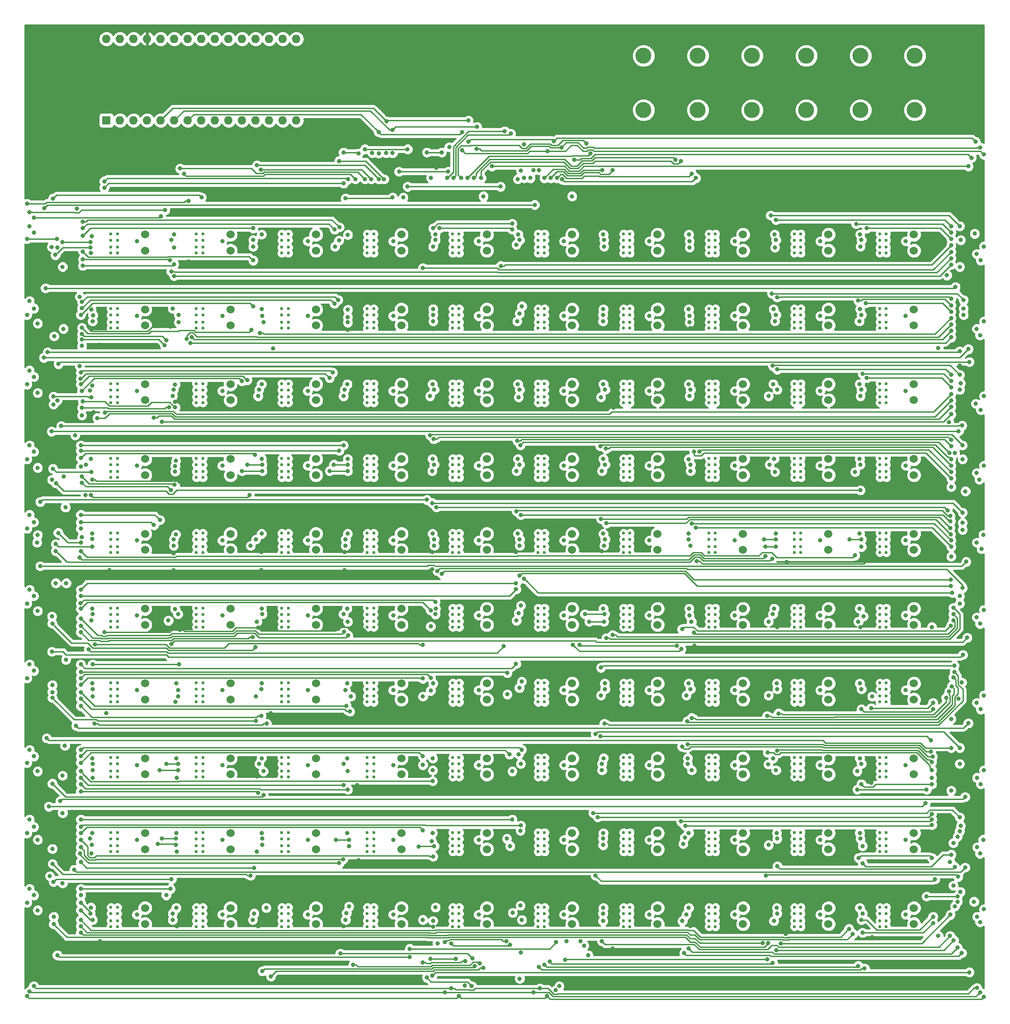
<source format=gbr>
G04 #@! TF.GenerationSoftware,KiCad,Pcbnew,5.0.0-rc2-dev-unknown-5a90858~64~ubuntu16.04.1*
G04 #@! TF.CreationDate,2018-12-18T14:43:22-05:00*
G04 #@! TF.ProjectId,ferrofluid_display,666572726F666C7569645F646973706C,rev?*
G04 #@! TF.SameCoordinates,Original*
G04 #@! TF.FileFunction,Copper,L2,Inr,Signal*
G04 #@! TF.FilePolarity,Positive*
%FSLAX46Y46*%
G04 Gerber Fmt 4.6, Leading zero omitted, Abs format (unit mm)*
G04 Created by KiCad (PCBNEW 5.0.0-rc2-dev-unknown-5a90858~64~ubuntu16.04.1) date Tue Dec 18 14:43:22 2018*
%MOMM*%
%LPD*%
G01*
G04 APERTURE LIST*
%ADD10O,1.600000X1.600000*%
%ADD11R,1.600000X1.600000*%
%ADD12C,3.000000*%
%ADD13C,1.524000*%
%ADD14C,0.600000*%
%ADD15C,0.800000*%
%ADD16C,0.250000*%
%ADD17C,0.254000*%
G04 APERTURE END LIST*
D10*
X157560000Y-22760000D03*
X157560000Y-38000000D03*
X122000000Y-22760000D03*
X155020000Y-38000000D03*
X124540000Y-22760000D03*
X152480000Y-38000000D03*
X127080000Y-22760000D03*
X149940000Y-38000000D03*
X129620000Y-22760000D03*
X147400000Y-38000000D03*
X132160000Y-22760000D03*
X144860000Y-38000000D03*
X134700000Y-22760000D03*
X142320000Y-38000000D03*
X137240000Y-22760000D03*
X139780000Y-38000000D03*
X139780000Y-22760000D03*
X137240000Y-38000000D03*
X142320000Y-22760000D03*
X134700000Y-38000000D03*
X144860000Y-22760000D03*
X132160000Y-38000000D03*
X147400000Y-22760000D03*
X129620000Y-38000000D03*
X149940000Y-22760000D03*
X127080000Y-38000000D03*
X152480000Y-22760000D03*
X124540000Y-38000000D03*
X155020000Y-22760000D03*
D11*
X122000000Y-38000000D03*
D12*
X242920000Y-36080000D03*
X273400000Y-36080000D03*
X263240000Y-36080000D03*
X253080000Y-36080000D03*
X232760000Y-36080000D03*
X222600000Y-36080000D03*
X273400000Y-25920000D03*
X263240000Y-25920000D03*
X253080000Y-25920000D03*
X242920000Y-25920000D03*
X232760000Y-25920000D03*
X222600000Y-25920000D03*
D13*
X129224000Y-62372000D03*
X129224000Y-59372000D03*
X145224000Y-62372000D03*
X145224000Y-59372000D03*
X161224000Y-59372000D03*
X161224000Y-62372000D03*
X177224000Y-62372000D03*
X177224000Y-59372000D03*
X193224000Y-62372000D03*
X193224000Y-59372000D03*
X209224000Y-62372000D03*
X209224000Y-59372000D03*
X225224000Y-62372000D03*
X225224000Y-59372000D03*
X241224000Y-59372000D03*
X241224000Y-62372000D03*
X257224000Y-62372000D03*
X257224000Y-59372000D03*
X273224000Y-59372000D03*
X273224000Y-62372000D03*
X129224000Y-76372000D03*
X129224000Y-73372000D03*
X145224000Y-76372000D03*
X145224000Y-73372000D03*
X161224000Y-76372000D03*
X161224000Y-73372000D03*
X177224000Y-73372000D03*
X177224000Y-76372000D03*
X193224000Y-76372000D03*
X193224000Y-73372000D03*
X209224000Y-76372000D03*
X209224000Y-73372000D03*
X225224000Y-76372000D03*
X225224000Y-73372000D03*
X241224000Y-73372000D03*
X241224000Y-76372000D03*
X257224000Y-73372000D03*
X257224000Y-76372000D03*
X273224000Y-73372000D03*
X273224000Y-76372000D03*
X129224000Y-87372000D03*
X129224000Y-90372000D03*
X145224000Y-87372000D03*
X145224000Y-90372000D03*
X161224000Y-87372000D03*
X161224000Y-90372000D03*
X177224000Y-87372000D03*
X177224000Y-90372000D03*
X193224000Y-90372000D03*
X193224000Y-87372000D03*
X209224000Y-90372000D03*
X209224000Y-87372000D03*
X225224000Y-90372000D03*
X225224000Y-87372000D03*
X241224000Y-90372000D03*
X241224000Y-87372000D03*
X257224000Y-87372000D03*
X257224000Y-90372000D03*
X273224000Y-90372000D03*
X273224000Y-87372000D03*
X129224000Y-104372000D03*
X129224000Y-101372000D03*
X145224000Y-104372000D03*
X145224000Y-101372000D03*
X161224000Y-101372000D03*
X161224000Y-104372000D03*
X177224000Y-101372000D03*
X177224000Y-104372000D03*
X193224000Y-101372000D03*
X193224000Y-104372000D03*
X209224000Y-104372000D03*
X209224000Y-101372000D03*
X225224000Y-101372000D03*
X225224000Y-104372000D03*
X241224000Y-101372000D03*
X241224000Y-104372000D03*
X257224000Y-101372000D03*
X257224000Y-104372000D03*
X273224000Y-104372000D03*
X273224000Y-101372000D03*
X129224000Y-115372000D03*
X129224000Y-118372000D03*
X145224000Y-115372000D03*
X145224000Y-118372000D03*
X161224000Y-115372000D03*
X161224000Y-118372000D03*
X177224000Y-118372000D03*
X177224000Y-115372000D03*
X193224000Y-115372000D03*
X193224000Y-118372000D03*
X209224000Y-115372000D03*
X209224000Y-118372000D03*
X225224000Y-118372000D03*
X225224000Y-115372000D03*
X241224000Y-115372000D03*
X241224000Y-118372000D03*
X257224000Y-115372000D03*
X257224000Y-118372000D03*
X273224000Y-118372000D03*
X273224000Y-115372000D03*
X129224000Y-132372000D03*
X129224000Y-129372000D03*
X145224000Y-129372000D03*
X145224000Y-132372000D03*
X161224000Y-129372000D03*
X161224000Y-132372000D03*
X177224000Y-129372000D03*
X177224000Y-132372000D03*
X193224000Y-129372000D03*
X193224000Y-132372000D03*
X209224000Y-132372000D03*
X209224000Y-129372000D03*
X225224000Y-132372000D03*
X225224000Y-129372000D03*
X241224000Y-129372000D03*
X241224000Y-132372000D03*
X257224000Y-132372000D03*
X257224000Y-129372000D03*
X273224000Y-129372000D03*
X273224000Y-132372000D03*
X129224000Y-143372000D03*
X129224000Y-146372000D03*
X145224000Y-143372000D03*
X145224000Y-146372000D03*
X161224000Y-143372000D03*
X161224000Y-146372000D03*
X177224000Y-143372000D03*
X177224000Y-146372000D03*
X193224000Y-146372000D03*
X193224000Y-143372000D03*
X209224000Y-143372000D03*
X209224000Y-146372000D03*
X225224000Y-146372000D03*
X225224000Y-143372000D03*
X241224000Y-146372000D03*
X241224000Y-143372000D03*
X257224000Y-146372000D03*
X257224000Y-143372000D03*
X273224000Y-146372000D03*
X273224000Y-143372000D03*
X129224000Y-160372000D03*
X129224000Y-157372000D03*
X145224000Y-160372000D03*
X145224000Y-157372000D03*
X161224000Y-160372000D03*
X161224000Y-157372000D03*
X177224000Y-160372000D03*
X177224000Y-157372000D03*
X193224000Y-157372000D03*
X193224000Y-160372000D03*
X209224000Y-157372000D03*
X209224000Y-160372000D03*
X225224000Y-157372000D03*
X225224000Y-160372000D03*
X241224000Y-157372000D03*
X241224000Y-160372000D03*
X257224000Y-157372000D03*
X257224000Y-160372000D03*
X273224000Y-157372000D03*
X273224000Y-160372000D03*
X129224000Y-171372000D03*
X129224000Y-174372000D03*
X145224000Y-171372000D03*
X145224000Y-174372000D03*
X161224000Y-174372000D03*
X161224000Y-171372000D03*
X177224000Y-171372000D03*
X177224000Y-174372000D03*
X193224000Y-174372000D03*
X193224000Y-171372000D03*
X209224000Y-174372000D03*
X209224000Y-171372000D03*
X225224000Y-174372000D03*
X225224000Y-171372000D03*
X241224000Y-174372000D03*
X241224000Y-171372000D03*
X257224000Y-174372000D03*
X257224000Y-171372000D03*
X273224000Y-171372000D03*
X273224000Y-174372000D03*
X129224000Y-188372000D03*
X129224000Y-185372000D03*
X145224000Y-188372000D03*
X145224000Y-185372000D03*
X161224000Y-185372000D03*
X161224000Y-188372000D03*
X177224000Y-188372000D03*
X177224000Y-185372000D03*
X193224000Y-188372000D03*
X193224000Y-185372000D03*
X209224000Y-185372000D03*
X209224000Y-188372000D03*
X225224000Y-188372000D03*
X225224000Y-185372000D03*
X241224000Y-185372000D03*
X241224000Y-188372000D03*
X257224000Y-185372000D03*
X257224000Y-188372000D03*
X273224000Y-188372000D03*
X273224000Y-185372000D03*
D14*
X124056905Y-62847500D03*
X124056905Y-61747500D03*
X122856905Y-61747500D03*
X122856905Y-62847500D03*
X124056905Y-59247500D03*
X124056905Y-60447500D03*
X122856905Y-60447500D03*
X122856905Y-59247500D03*
X138856905Y-59247500D03*
X138856905Y-60447500D03*
X140056905Y-60447500D03*
X140056905Y-59247500D03*
X138856905Y-62847500D03*
X138856905Y-61747500D03*
X140056905Y-61747500D03*
X140056905Y-62847500D03*
X154856905Y-59247500D03*
X154856905Y-60447500D03*
X156056905Y-60447500D03*
X156056905Y-59247500D03*
X154856905Y-62847500D03*
X154856905Y-61747500D03*
X156056905Y-61747500D03*
X156056905Y-62847500D03*
X172056905Y-62847500D03*
X172056905Y-61747500D03*
X170856905Y-61747500D03*
X170856905Y-62847500D03*
X172056905Y-59247500D03*
X172056905Y-60447500D03*
X170856905Y-60447500D03*
X170856905Y-59247500D03*
X186856905Y-59247500D03*
X186856905Y-60447500D03*
X188056905Y-60447500D03*
X188056905Y-59247500D03*
X186856905Y-62847500D03*
X186856905Y-61747500D03*
X188056905Y-61747500D03*
X188056905Y-62847500D03*
X202856905Y-59247500D03*
X202856905Y-60447500D03*
X204056905Y-60447500D03*
X204056905Y-59247500D03*
X202856905Y-62847500D03*
X202856905Y-61747500D03*
X204056905Y-61747500D03*
X204056905Y-62847500D03*
X220056905Y-62847500D03*
X220056905Y-61747500D03*
X218856905Y-61747500D03*
X218856905Y-62847500D03*
X220056905Y-59247500D03*
X220056905Y-60447500D03*
X218856905Y-60447500D03*
X218856905Y-59247500D03*
X236056905Y-62847500D03*
X236056905Y-61747500D03*
X234856905Y-61747500D03*
X234856905Y-62847500D03*
X236056905Y-59247500D03*
X236056905Y-60447500D03*
X234856905Y-60447500D03*
X234856905Y-59247500D03*
X250856905Y-59247500D03*
X250856905Y-60447500D03*
X252056905Y-60447500D03*
X252056905Y-59247500D03*
X250856905Y-62847500D03*
X250856905Y-61747500D03*
X252056905Y-61747500D03*
X252056905Y-62847500D03*
X266856905Y-59247500D03*
X266856905Y-60447500D03*
X268056905Y-60447500D03*
X268056905Y-59247500D03*
X266856905Y-62847500D03*
X266856905Y-61747500D03*
X268056905Y-61747500D03*
X268056905Y-62847500D03*
X124056905Y-76847500D03*
X124056905Y-75747500D03*
X122856905Y-75747500D03*
X122856905Y-76847500D03*
X124056905Y-73247500D03*
X124056905Y-74447500D03*
X122856905Y-74447500D03*
X122856905Y-73247500D03*
X138856905Y-73247500D03*
X138856905Y-74447500D03*
X140056905Y-74447500D03*
X140056905Y-73247500D03*
X138856905Y-76847500D03*
X138856905Y-75747500D03*
X140056905Y-75747500D03*
X140056905Y-76847500D03*
X154856905Y-73247500D03*
X154856905Y-74447500D03*
X156056905Y-74447500D03*
X156056905Y-73247500D03*
X154856905Y-76847500D03*
X154856905Y-75747500D03*
X156056905Y-75747500D03*
X156056905Y-76847500D03*
X170856905Y-73247500D03*
X170856905Y-74447500D03*
X172056905Y-74447500D03*
X172056905Y-73247500D03*
X170856905Y-76847500D03*
X170856905Y-75747500D03*
X172056905Y-75747500D03*
X172056905Y-76847500D03*
X188056905Y-76847500D03*
X188056905Y-75747500D03*
X186856905Y-75747500D03*
X186856905Y-76847500D03*
X188056905Y-73247500D03*
X188056905Y-74447500D03*
X186856905Y-74447500D03*
X186856905Y-73247500D03*
X202856905Y-73247500D03*
X202856905Y-74447500D03*
X204056905Y-74447500D03*
X204056905Y-73247500D03*
X202856905Y-76847500D03*
X202856905Y-75747500D03*
X204056905Y-75747500D03*
X204056905Y-76847500D03*
X220056905Y-76847500D03*
X220056905Y-75747500D03*
X218856905Y-75747500D03*
X218856905Y-76847500D03*
X220056905Y-73247500D03*
X220056905Y-74447500D03*
X218856905Y-74447500D03*
X218856905Y-73247500D03*
X234856905Y-73247500D03*
X234856905Y-74447500D03*
X236056905Y-74447500D03*
X236056905Y-73247500D03*
X234856905Y-76847500D03*
X234856905Y-75747500D03*
X236056905Y-75747500D03*
X236056905Y-76847500D03*
X252056905Y-76847500D03*
X252056905Y-75747500D03*
X250856905Y-75747500D03*
X250856905Y-76847500D03*
X252056905Y-73247500D03*
X252056905Y-74447500D03*
X250856905Y-74447500D03*
X250856905Y-73247500D03*
X266856905Y-73247500D03*
X266856905Y-74447500D03*
X268056905Y-74447500D03*
X268056905Y-73247500D03*
X266856905Y-76847500D03*
X266856905Y-75747500D03*
X268056905Y-75747500D03*
X268056905Y-76847500D03*
X124056905Y-90847500D03*
X124056905Y-89747500D03*
X122856905Y-89747500D03*
X122856905Y-90847500D03*
X124056905Y-87247500D03*
X124056905Y-88447500D03*
X122856905Y-88447500D03*
X122856905Y-87247500D03*
X140056905Y-90847500D03*
X140056905Y-89747500D03*
X138856905Y-89747500D03*
X138856905Y-90847500D03*
X140056905Y-87247500D03*
X140056905Y-88447500D03*
X138856905Y-88447500D03*
X138856905Y-87247500D03*
X156056905Y-90847500D03*
X156056905Y-89747500D03*
X154856905Y-89747500D03*
X154856905Y-90847500D03*
X156056905Y-87247500D03*
X156056905Y-88447500D03*
X154856905Y-88447500D03*
X154856905Y-87247500D03*
X172056905Y-90847500D03*
X172056905Y-89747500D03*
X170856905Y-89747500D03*
X170856905Y-90847500D03*
X172056905Y-87247500D03*
X172056905Y-88447500D03*
X170856905Y-88447500D03*
X170856905Y-87247500D03*
X188056905Y-90847500D03*
X188056905Y-89747500D03*
X186856905Y-89747500D03*
X186856905Y-90847500D03*
X188056905Y-87247500D03*
X188056905Y-88447500D03*
X186856905Y-88447500D03*
X186856905Y-87247500D03*
X202856905Y-87247500D03*
X202856905Y-88447500D03*
X204056905Y-88447500D03*
X204056905Y-87247500D03*
X202856905Y-90847500D03*
X202856905Y-89747500D03*
X204056905Y-89747500D03*
X204056905Y-90847500D03*
X220056905Y-90847500D03*
X220056905Y-89747500D03*
X218856905Y-89747500D03*
X218856905Y-90847500D03*
X220056905Y-87247500D03*
X220056905Y-88447500D03*
X218856905Y-88447500D03*
X218856905Y-87247500D03*
X236056905Y-90847500D03*
X236056905Y-89747500D03*
X234856905Y-89747500D03*
X234856905Y-90847500D03*
X236056905Y-87247500D03*
X236056905Y-88447500D03*
X234856905Y-88447500D03*
X234856905Y-87247500D03*
X252056905Y-90847500D03*
X252056905Y-89747500D03*
X250856905Y-89747500D03*
X250856905Y-90847500D03*
X252056905Y-87247500D03*
X252056905Y-88447500D03*
X250856905Y-88447500D03*
X250856905Y-87247500D03*
X266856905Y-87247500D03*
X266856905Y-88447500D03*
X268056905Y-88447500D03*
X268056905Y-87247500D03*
X266856905Y-90847500D03*
X266856905Y-89747500D03*
X268056905Y-89747500D03*
X268056905Y-90847500D03*
X122856905Y-101247500D03*
X122856905Y-102447500D03*
X124056905Y-102447500D03*
X124056905Y-101247500D03*
X122856905Y-104847500D03*
X122856905Y-103747500D03*
X124056905Y-103747500D03*
X124056905Y-104847500D03*
X140056905Y-104847500D03*
X140056905Y-103747500D03*
X138856905Y-103747500D03*
X138856905Y-104847500D03*
X140056905Y-101247500D03*
X140056905Y-102447500D03*
X138856905Y-102447500D03*
X138856905Y-101247500D03*
X154856905Y-101247500D03*
X154856905Y-102447500D03*
X156056905Y-102447500D03*
X156056905Y-101247500D03*
X154856905Y-104847500D03*
X154856905Y-103747500D03*
X156056905Y-103747500D03*
X156056905Y-104847500D03*
X172056905Y-104847500D03*
X172056905Y-103747500D03*
X170856905Y-103747500D03*
X170856905Y-104847500D03*
X172056905Y-101247500D03*
X172056905Y-102447500D03*
X170856905Y-102447500D03*
X170856905Y-101247500D03*
X186856905Y-101247500D03*
X186856905Y-102447500D03*
X188056905Y-102447500D03*
X188056905Y-101247500D03*
X186856905Y-104847500D03*
X186856905Y-103747500D03*
X188056905Y-103747500D03*
X188056905Y-104847500D03*
X202856905Y-101247500D03*
X202856905Y-102447500D03*
X204056905Y-102447500D03*
X204056905Y-101247500D03*
X202856905Y-104847500D03*
X202856905Y-103747500D03*
X204056905Y-103747500D03*
X204056905Y-104847500D03*
X220056905Y-104847500D03*
X220056905Y-103747500D03*
X218856905Y-103747500D03*
X218856905Y-104847500D03*
X220056905Y-101247500D03*
X220056905Y-102447500D03*
X218856905Y-102447500D03*
X218856905Y-101247500D03*
X234856905Y-101247500D03*
X234856905Y-102447500D03*
X236056905Y-102447500D03*
X236056905Y-101247500D03*
X234856905Y-104847500D03*
X234856905Y-103747500D03*
X236056905Y-103747500D03*
X236056905Y-104847500D03*
X250856905Y-101247500D03*
X250856905Y-102447500D03*
X252056905Y-102447500D03*
X252056905Y-101247500D03*
X250856905Y-104847500D03*
X250856905Y-103747500D03*
X252056905Y-103747500D03*
X252056905Y-104847500D03*
X268056905Y-104847500D03*
X268056905Y-103747500D03*
X266856905Y-103747500D03*
X266856905Y-104847500D03*
X268056905Y-101247500D03*
X268056905Y-102447500D03*
X266856905Y-102447500D03*
X266856905Y-101247500D03*
X124056905Y-118847500D03*
X124056905Y-117747500D03*
X122856905Y-117747500D03*
X122856905Y-118847500D03*
X124056905Y-115247500D03*
X124056905Y-116447500D03*
X122856905Y-116447500D03*
X122856905Y-115247500D03*
X140056905Y-118847500D03*
X140056905Y-117747500D03*
X138856905Y-117747500D03*
X138856905Y-118847500D03*
X140056905Y-115247500D03*
X140056905Y-116447500D03*
X138856905Y-116447500D03*
X138856905Y-115247500D03*
X156056905Y-118847500D03*
X156056905Y-117747500D03*
X154856905Y-117747500D03*
X154856905Y-118847500D03*
X156056905Y-115247500D03*
X156056905Y-116447500D03*
X154856905Y-116447500D03*
X154856905Y-115247500D03*
X172056905Y-118847500D03*
X172056905Y-117747500D03*
X170856905Y-117747500D03*
X170856905Y-118847500D03*
X172056905Y-115247500D03*
X172056905Y-116447500D03*
X170856905Y-116447500D03*
X170856905Y-115247500D03*
X186856905Y-115247500D03*
X186856905Y-116447500D03*
X188056905Y-116447500D03*
X188056905Y-115247500D03*
X186856905Y-118847500D03*
X186856905Y-117747500D03*
X188056905Y-117747500D03*
X188056905Y-118847500D03*
X202856905Y-115247500D03*
X202856905Y-116447500D03*
X204056905Y-116447500D03*
X204056905Y-115247500D03*
X202856905Y-118847500D03*
X202856905Y-117747500D03*
X204056905Y-117747500D03*
X204056905Y-118847500D03*
X220056905Y-118847500D03*
X220056905Y-117747500D03*
X218856905Y-117747500D03*
X218856905Y-118847500D03*
X220056905Y-115247500D03*
X220056905Y-116447500D03*
X218856905Y-116447500D03*
X218856905Y-115247500D03*
X236056905Y-118847500D03*
X236056905Y-117747500D03*
X234856905Y-117747500D03*
X234856905Y-118847500D03*
X236056905Y-115247500D03*
X236056905Y-116447500D03*
X234856905Y-116447500D03*
X234856905Y-115247500D03*
X250856905Y-115247500D03*
X250856905Y-116447500D03*
X252056905Y-116447500D03*
X252056905Y-115247500D03*
X250856905Y-118847500D03*
X250856905Y-117747500D03*
X252056905Y-117747500D03*
X252056905Y-118847500D03*
X266856905Y-115247500D03*
X266856905Y-116447500D03*
X268056905Y-116447500D03*
X268056905Y-115247500D03*
X266856905Y-118847500D03*
X266856905Y-117747500D03*
X268056905Y-117747500D03*
X268056905Y-118847500D03*
X124056905Y-132847500D03*
X124056905Y-131747500D03*
X122856905Y-131747500D03*
X122856905Y-132847500D03*
X124056905Y-129247500D03*
X124056905Y-130447500D03*
X122856905Y-130447500D03*
X122856905Y-129247500D03*
X138856905Y-129247500D03*
X138856905Y-130447500D03*
X140056905Y-130447500D03*
X140056905Y-129247500D03*
X138856905Y-132847500D03*
X138856905Y-131747500D03*
X140056905Y-131747500D03*
X140056905Y-132847500D03*
X156056905Y-132847500D03*
X156056905Y-131747500D03*
X154856905Y-131747500D03*
X154856905Y-132847500D03*
X156056905Y-129247500D03*
X156056905Y-130447500D03*
X154856905Y-130447500D03*
X154856905Y-129247500D03*
X172056905Y-132847500D03*
X172056905Y-131747500D03*
X170856905Y-131747500D03*
X170856905Y-132847500D03*
X172056905Y-129247500D03*
X172056905Y-130447500D03*
X170856905Y-130447500D03*
X170856905Y-129247500D03*
X186856905Y-129247500D03*
X186856905Y-130447500D03*
X188056905Y-130447500D03*
X188056905Y-129247500D03*
X186856905Y-132847500D03*
X186856905Y-131747500D03*
X188056905Y-131747500D03*
X188056905Y-132847500D03*
X202856905Y-129247500D03*
X202856905Y-130447500D03*
X204056905Y-130447500D03*
X204056905Y-129247500D03*
X202856905Y-132847500D03*
X202856905Y-131747500D03*
X204056905Y-131747500D03*
X204056905Y-132847500D03*
X218856905Y-129247500D03*
X218856905Y-130447500D03*
X220056905Y-130447500D03*
X220056905Y-129247500D03*
X218856905Y-132847500D03*
X218856905Y-131747500D03*
X220056905Y-131747500D03*
X220056905Y-132847500D03*
X234856905Y-129247500D03*
X234856905Y-130447500D03*
X236056905Y-130447500D03*
X236056905Y-129247500D03*
X234856905Y-132847500D03*
X234856905Y-131747500D03*
X236056905Y-131747500D03*
X236056905Y-132847500D03*
X250856905Y-129247500D03*
X250856905Y-130447500D03*
X252056905Y-130447500D03*
X252056905Y-129247500D03*
X250856905Y-132847500D03*
X250856905Y-131747500D03*
X252056905Y-131747500D03*
X252056905Y-132847500D03*
X268056905Y-132847500D03*
X268056905Y-131747500D03*
X266856905Y-131747500D03*
X266856905Y-132847500D03*
X268056905Y-129247500D03*
X268056905Y-130447500D03*
X266856905Y-130447500D03*
X266856905Y-129247500D03*
X124056905Y-146847500D03*
X124056905Y-145747500D03*
X122856905Y-145747500D03*
X122856905Y-146847500D03*
X124056905Y-143247500D03*
X124056905Y-144447500D03*
X122856905Y-144447500D03*
X122856905Y-143247500D03*
X138856905Y-143247500D03*
X138856905Y-144447500D03*
X140056905Y-144447500D03*
X140056905Y-143247500D03*
X138856905Y-146847500D03*
X138856905Y-145747500D03*
X140056905Y-145747500D03*
X140056905Y-146847500D03*
X156056905Y-146847500D03*
X156056905Y-145747500D03*
X154856905Y-145747500D03*
X154856905Y-146847500D03*
X156056905Y-143247500D03*
X156056905Y-144447500D03*
X154856905Y-144447500D03*
X154856905Y-143247500D03*
X172056905Y-146847500D03*
X172056905Y-145747500D03*
X170856905Y-145747500D03*
X170856905Y-146847500D03*
X172056905Y-143247500D03*
X172056905Y-144447500D03*
X170856905Y-144447500D03*
X170856905Y-143247500D03*
X186856905Y-143247500D03*
X186856905Y-144447500D03*
X188056905Y-144447500D03*
X188056905Y-143247500D03*
X186856905Y-146847500D03*
X186856905Y-145747500D03*
X188056905Y-145747500D03*
X188056905Y-146847500D03*
X204056905Y-146847500D03*
X204056905Y-145747500D03*
X202856905Y-145747500D03*
X202856905Y-146847500D03*
X204056905Y-143247500D03*
X204056905Y-144447500D03*
X202856905Y-144447500D03*
X202856905Y-143247500D03*
X218856905Y-143247500D03*
X218856905Y-144447500D03*
X220056905Y-144447500D03*
X220056905Y-143247500D03*
X218856905Y-146847500D03*
X218856905Y-145747500D03*
X220056905Y-145747500D03*
X220056905Y-146847500D03*
X236056905Y-146847500D03*
X236056905Y-145747500D03*
X234856905Y-145747500D03*
X234856905Y-146847500D03*
X236056905Y-143247500D03*
X236056905Y-144447500D03*
X234856905Y-144447500D03*
X234856905Y-143247500D03*
X252056905Y-146847500D03*
X252056905Y-145747500D03*
X250856905Y-145747500D03*
X250856905Y-146847500D03*
X252056905Y-143247500D03*
X252056905Y-144447500D03*
X250856905Y-144447500D03*
X250856905Y-143247500D03*
X266856905Y-143247500D03*
X266856905Y-144447500D03*
X268056905Y-144447500D03*
X268056905Y-143247500D03*
X266856905Y-146847500D03*
X266856905Y-145747500D03*
X268056905Y-145747500D03*
X268056905Y-146847500D03*
X122856905Y-157247500D03*
X122856905Y-158447500D03*
X124056905Y-158447500D03*
X124056905Y-157247500D03*
X122856905Y-160847500D03*
X122856905Y-159747500D03*
X124056905Y-159747500D03*
X124056905Y-160847500D03*
X138856905Y-157247500D03*
X138856905Y-158447500D03*
X140056905Y-158447500D03*
X140056905Y-157247500D03*
X138856905Y-160847500D03*
X138856905Y-159747500D03*
X140056905Y-159747500D03*
X140056905Y-160847500D03*
X156056905Y-160847500D03*
X156056905Y-159747500D03*
X154856905Y-159747500D03*
X154856905Y-160847500D03*
X156056905Y-157247500D03*
X156056905Y-158447500D03*
X154856905Y-158447500D03*
X154856905Y-157247500D03*
X170856905Y-157247500D03*
X170856905Y-158447500D03*
X172056905Y-158447500D03*
X172056905Y-157247500D03*
X170856905Y-160847500D03*
X170856905Y-159747500D03*
X172056905Y-159747500D03*
X172056905Y-160847500D03*
X186856905Y-157247500D03*
X186856905Y-158447500D03*
X188056905Y-158447500D03*
X188056905Y-157247500D03*
X186856905Y-160847500D03*
X186856905Y-159747500D03*
X188056905Y-159747500D03*
X188056905Y-160847500D03*
X204056905Y-160847500D03*
X204056905Y-159747500D03*
X202856905Y-159747500D03*
X202856905Y-160847500D03*
X204056905Y-157247500D03*
X204056905Y-158447500D03*
X202856905Y-158447500D03*
X202856905Y-157247500D03*
X218856905Y-157247500D03*
X218856905Y-158447500D03*
X220056905Y-158447500D03*
X220056905Y-157247500D03*
X218856905Y-160847500D03*
X218856905Y-159747500D03*
X220056905Y-159747500D03*
X220056905Y-160847500D03*
X236056905Y-160847500D03*
X236056905Y-159747500D03*
X234856905Y-159747500D03*
X234856905Y-160847500D03*
X236056905Y-157247500D03*
X236056905Y-158447500D03*
X234856905Y-158447500D03*
X234856905Y-157247500D03*
X250856905Y-157247500D03*
X250856905Y-158447500D03*
X252056905Y-158447500D03*
X252056905Y-157247500D03*
X250856905Y-160847500D03*
X250856905Y-159747500D03*
X252056905Y-159747500D03*
X252056905Y-160847500D03*
X268056905Y-160847500D03*
X268056905Y-159747500D03*
X266856905Y-159747500D03*
X266856905Y-160847500D03*
X268056905Y-157247500D03*
X268056905Y-158447500D03*
X266856905Y-158447500D03*
X266856905Y-157247500D03*
X124056905Y-174847500D03*
X124056905Y-173747500D03*
X122856905Y-173747500D03*
X122856905Y-174847500D03*
X124056905Y-171247500D03*
X124056905Y-172447500D03*
X122856905Y-172447500D03*
X122856905Y-171247500D03*
X140056905Y-174847500D03*
X140056905Y-173747500D03*
X138856905Y-173747500D03*
X138856905Y-174847500D03*
X140056905Y-171247500D03*
X140056905Y-172447500D03*
X138856905Y-172447500D03*
X138856905Y-171247500D03*
X154856905Y-171247500D03*
X154856905Y-172447500D03*
X156056905Y-172447500D03*
X156056905Y-171247500D03*
X154856905Y-174847500D03*
X154856905Y-173747500D03*
X156056905Y-173747500D03*
X156056905Y-174847500D03*
X172056905Y-174847500D03*
X172056905Y-173747500D03*
X170856905Y-173747500D03*
X170856905Y-174847500D03*
X172056905Y-171247500D03*
X172056905Y-172447500D03*
X170856905Y-172447500D03*
X170856905Y-171247500D03*
X186856905Y-171247500D03*
X186856905Y-172447500D03*
X188056905Y-172447500D03*
X188056905Y-171247500D03*
X186856905Y-174847500D03*
X186856905Y-173747500D03*
X188056905Y-173747500D03*
X188056905Y-174847500D03*
X202856905Y-171247500D03*
X202856905Y-172447500D03*
X204056905Y-172447500D03*
X204056905Y-171247500D03*
X202856905Y-174847500D03*
X202856905Y-173747500D03*
X204056905Y-173747500D03*
X204056905Y-174847500D03*
X218856905Y-171247500D03*
X218856905Y-172447500D03*
X220056905Y-172447500D03*
X220056905Y-171247500D03*
X218856905Y-174847500D03*
X218856905Y-173747500D03*
X220056905Y-173747500D03*
X220056905Y-174847500D03*
X234856905Y-171247500D03*
X234856905Y-172447500D03*
X236056905Y-172447500D03*
X236056905Y-171247500D03*
X234856905Y-174847500D03*
X234856905Y-173747500D03*
X236056905Y-173747500D03*
X236056905Y-174847500D03*
X252056905Y-174847500D03*
X252056905Y-173747500D03*
X250856905Y-173747500D03*
X250856905Y-174847500D03*
X252056905Y-171247500D03*
X252056905Y-172447500D03*
X250856905Y-172447500D03*
X250856905Y-171247500D03*
X268056905Y-174847500D03*
X268056905Y-173747500D03*
X266856905Y-173747500D03*
X266856905Y-174847500D03*
X268056905Y-171247500D03*
X268056905Y-172447500D03*
X266856905Y-172447500D03*
X266856905Y-171247500D03*
X122856905Y-185247500D03*
X122856905Y-186447500D03*
X124056905Y-186447500D03*
X124056905Y-185247500D03*
X122856905Y-188847500D03*
X122856905Y-187747500D03*
X124056905Y-187747500D03*
X124056905Y-188847500D03*
X138856905Y-185247500D03*
X138856905Y-186447500D03*
X140056905Y-186447500D03*
X140056905Y-185247500D03*
X138856905Y-188847500D03*
X138856905Y-187747500D03*
X140056905Y-187747500D03*
X140056905Y-188847500D03*
X156056905Y-188847500D03*
X156056905Y-187747500D03*
X154856905Y-187747500D03*
X154856905Y-188847500D03*
X156056905Y-185247500D03*
X156056905Y-186447500D03*
X154856905Y-186447500D03*
X154856905Y-185247500D03*
X172056905Y-188847500D03*
X172056905Y-187747500D03*
X170856905Y-187747500D03*
X170856905Y-188847500D03*
X172056905Y-185247500D03*
X172056905Y-186447500D03*
X170856905Y-186447500D03*
X170856905Y-185247500D03*
X186856905Y-185247500D03*
X186856905Y-186447500D03*
X188056905Y-186447500D03*
X188056905Y-185247500D03*
X186856905Y-188847500D03*
X186856905Y-187747500D03*
X188056905Y-187747500D03*
X188056905Y-188847500D03*
X204056905Y-188847500D03*
X204056905Y-187747500D03*
X202856905Y-187747500D03*
X202856905Y-188847500D03*
X204056905Y-185247500D03*
X204056905Y-186447500D03*
X202856905Y-186447500D03*
X202856905Y-185247500D03*
X220056905Y-188847500D03*
X220056905Y-187747500D03*
X218856905Y-187747500D03*
X218856905Y-188847500D03*
X220056905Y-185247500D03*
X220056905Y-186447500D03*
X218856905Y-186447500D03*
X218856905Y-185247500D03*
X234856905Y-185247500D03*
X234856905Y-186447500D03*
X236056905Y-186447500D03*
X236056905Y-185247500D03*
X234856905Y-188847500D03*
X234856905Y-187747500D03*
X236056905Y-187747500D03*
X236056905Y-188847500D03*
X252056905Y-188847500D03*
X252056905Y-187747500D03*
X250856905Y-187747500D03*
X250856905Y-188847500D03*
X252056905Y-185247500D03*
X252056905Y-186447500D03*
X250856905Y-186447500D03*
X250856905Y-185247500D03*
X266856905Y-185247500D03*
X266856905Y-186447500D03*
X268056905Y-186447500D03*
X268056905Y-185247500D03*
X266856905Y-188847500D03*
X266856905Y-187747500D03*
X268056905Y-187747500D03*
X268056905Y-188847500D03*
D15*
X127700000Y-60618000D03*
X143700000Y-60618000D03*
X159700000Y-60618000D03*
X175700000Y-60618000D03*
X191700000Y-60618000D03*
X207700000Y-60618000D03*
X223700000Y-60618000D03*
X239700000Y-60618000D03*
X255700000Y-60618000D03*
X271700000Y-60618000D03*
X127700000Y-74618000D03*
X143700000Y-74618000D03*
X159700000Y-74618000D03*
X175700000Y-74618000D03*
X191700000Y-74618000D03*
X207700000Y-74618000D03*
X223700000Y-74618000D03*
X239700000Y-74618000D03*
X255700000Y-74618000D03*
X271700000Y-74618000D03*
X127700000Y-88618000D03*
X143700000Y-88618000D03*
X159700000Y-88618000D03*
X175700000Y-88618000D03*
X191700000Y-88618000D03*
X207700000Y-88618000D03*
X223700000Y-88618000D03*
X239700000Y-88618000D03*
X255700000Y-88618000D03*
X271700000Y-88618000D03*
X127700000Y-102618000D03*
X143700000Y-102618000D03*
X159700000Y-102618000D03*
X175700000Y-102618000D03*
X191700000Y-102618000D03*
X207700000Y-102618000D03*
X223700000Y-102618000D03*
X239700000Y-102618000D03*
X255700000Y-102618000D03*
X271700000Y-102618000D03*
X127700000Y-116618000D03*
X143700000Y-116618000D03*
X159700000Y-116618000D03*
X175700000Y-116618000D03*
X191700000Y-116618000D03*
X207700000Y-116618000D03*
X223700000Y-116618000D03*
X239700000Y-116618000D03*
X255700000Y-116618000D03*
X271700000Y-116618000D03*
X127700000Y-130618000D03*
X143700000Y-130618000D03*
X159700000Y-130618000D03*
X175700000Y-130618000D03*
X191700000Y-130618000D03*
X207700000Y-130618000D03*
X223700000Y-130618000D03*
X239700000Y-130618000D03*
X255700000Y-130618000D03*
X271700000Y-130618000D03*
X127700000Y-144618000D03*
X143700000Y-144618000D03*
X159700000Y-144618000D03*
X175700000Y-144618000D03*
X191700000Y-144618000D03*
X207700000Y-144618000D03*
X223700000Y-144618000D03*
X239700000Y-144618000D03*
X255700000Y-144618000D03*
X271700000Y-144618000D03*
X127700000Y-158618000D03*
X143700000Y-158618000D03*
X159700000Y-158618000D03*
X175700000Y-158618000D03*
X191700000Y-158618000D03*
X207700000Y-158618000D03*
X223700000Y-158618000D03*
X239700000Y-158618000D03*
X255700000Y-158618000D03*
X271700000Y-158618000D03*
X127700000Y-172618000D03*
X143700000Y-172618000D03*
X159700000Y-172618000D03*
X175700000Y-172618000D03*
X191700000Y-172618000D03*
X207700000Y-172618000D03*
X223700000Y-172618000D03*
X239700000Y-172618000D03*
X255700000Y-172618000D03*
X271700000Y-172618000D03*
X127700000Y-186618000D03*
X143700000Y-186618000D03*
X159700000Y-186618000D03*
X175700000Y-186618000D03*
X191700000Y-186618000D03*
X207700000Y-186618000D03*
X223700000Y-186618000D03*
X239700000Y-186618000D03*
X255700000Y-186618000D03*
X271700000Y-186618000D03*
X151064000Y-59348000D03*
X215064000Y-59348000D03*
X215064000Y-73348000D03*
X231064000Y-73348000D03*
X183064000Y-87348000D03*
X199064000Y-87348000D03*
X215064000Y-87348000D03*
X231064000Y-87348000D03*
X263064000Y-87348000D03*
X119064000Y-101348000D03*
X151064000Y-101348000D03*
X183064000Y-101348000D03*
X199064000Y-101348000D03*
X215064000Y-101348000D03*
X247064000Y-101348000D03*
X263064000Y-101348000D03*
X151064000Y-115348000D03*
X183064000Y-115348000D03*
X199064000Y-115348000D03*
X215064000Y-115348000D03*
X231064000Y-115348000D03*
X263064000Y-115348000D03*
X151064000Y-129348000D03*
X167064000Y-129348000D03*
X215064000Y-129348000D03*
X247064000Y-129348000D03*
X263064000Y-129348000D03*
X135064000Y-143348000D03*
X151064000Y-143348000D03*
X167064000Y-143348000D03*
X231064000Y-143348000D03*
X135064000Y-157348000D03*
X151064000Y-157348000D03*
X167064000Y-157348000D03*
X135064000Y-171348000D03*
X151064000Y-171348000D03*
X167064000Y-171348000D03*
X183064000Y-171348000D03*
X215064000Y-171348000D03*
X231064000Y-171348000D03*
X135064000Y-185348000D03*
X215064000Y-185348000D03*
X231064000Y-185348000D03*
X117000000Y-71000000D03*
X117000000Y-84000000D03*
X119281127Y-59725010D03*
X167125010Y-87348000D03*
X119200169Y-73425150D03*
X119370660Y-87654660D03*
X167175021Y-115348000D03*
X167175021Y-101348000D03*
X119375021Y-129348000D03*
X119375021Y-157348000D03*
X119375021Y-171348000D03*
X119375632Y-115337115D03*
X119118660Y-185293340D03*
X247375021Y-115348000D03*
X167425032Y-185108105D03*
X151925010Y-185348000D03*
X184000000Y-192000000D03*
X247525010Y-171348000D03*
X247525010Y-143348000D03*
X247525010Y-185348000D03*
X263074990Y-157348000D03*
X263074990Y-171348000D03*
X263074990Y-185348000D03*
X263074990Y-143348000D03*
X246874990Y-157348000D03*
X230874990Y-157348000D03*
X215125010Y-157348000D03*
X215325010Y-143348000D03*
X231125010Y-129348000D03*
X231058701Y-101395599D03*
X246874990Y-87348000D03*
X134874990Y-87422237D03*
X263125011Y-73348000D03*
X246925011Y-73348000D03*
X134874990Y-129422237D03*
X135025032Y-101713699D03*
X135025032Y-115468218D03*
X263125010Y-59348000D03*
X247125010Y-59348000D03*
X231074990Y-59348000D03*
X199125010Y-59348000D03*
X183175021Y-73293340D03*
X183625032Y-59336335D03*
X134674990Y-59348000D03*
X134400000Y-73200000D03*
X167200000Y-59400000D03*
X167200000Y-73400000D03*
X151064000Y-87348000D03*
X151064000Y-73348000D03*
X119374968Y-143348000D03*
X277800000Y-190600000D03*
X280000000Y-176800000D03*
X280200000Y-163400000D03*
X280200000Y-150000000D03*
X113800000Y-167600000D03*
X177600000Y-52400000D03*
X192600000Y-52200000D03*
X209200000Y-52200000D03*
X109125010Y-76000000D03*
X109125010Y-89000000D03*
X109125010Y-103000000D03*
X109125010Y-115600000D03*
X109125010Y-129800000D03*
X109125010Y-159800000D03*
X109125010Y-172600000D03*
X109125010Y-185800000D03*
X284474990Y-184199001D03*
X281800000Y-171000000D03*
X281800000Y-158400000D03*
X281800000Y-128400000D03*
X276600000Y-132800000D03*
X280200000Y-119600000D03*
X280200000Y-106600000D03*
X281800000Y-88400000D03*
X277800000Y-80600000D03*
X279400000Y-67000000D03*
X282000000Y-60400000D03*
X186200000Y-43000000D03*
X111733387Y-61674990D03*
X116511825Y-54525010D03*
X203000000Y-47325010D03*
X281600000Y-146200000D03*
X279800000Y-94474990D03*
X183664074Y-129361336D03*
X183175021Y-143374597D03*
X183625032Y-185257987D03*
X183125010Y-157357728D03*
X189087253Y-199925010D03*
X199525010Y-170919735D03*
X199525010Y-184919735D03*
X199230450Y-156605130D03*
X199775021Y-142998340D03*
X199625032Y-128773778D03*
X199825032Y-72774348D03*
X171800000Y-44125010D03*
X113800000Y-180725010D03*
X116125010Y-96925010D03*
X282325010Y-114601017D03*
X282325010Y-101400000D03*
X111874990Y-143650973D03*
X114480542Y-124592876D03*
X114425032Y-138907757D03*
X114225032Y-155021218D03*
X199600000Y-193725010D03*
X206151327Y-200761082D03*
X114325054Y-110411210D03*
X282525010Y-74400000D03*
X119112660Y-62824979D03*
X264800000Y-106000000D03*
X119325010Y-105274990D03*
X263200000Y-91000000D03*
X247400000Y-91200000D03*
X201200000Y-91600000D03*
X263058330Y-76874990D03*
X215400000Y-76874990D03*
X231400000Y-76874990D03*
X247400000Y-76874990D03*
X134874990Y-90704141D03*
X137400000Y-64400000D03*
X151400000Y-63000000D03*
X167800000Y-64000000D03*
X183400000Y-63200000D03*
X215200000Y-63400000D03*
X231200000Y-63400000D03*
X247400000Y-63400000D03*
X263400000Y-63400000D03*
X231400000Y-91200000D03*
X217000000Y-91800000D03*
X184600000Y-92000000D03*
X151000000Y-91000000D03*
X167400000Y-91000000D03*
X167200000Y-77200000D03*
X183200000Y-77000000D03*
X120600000Y-80000000D03*
X247400000Y-105600000D03*
X264800000Y-120000000D03*
X121600000Y-133800000D03*
X165600000Y-132800000D03*
X184600000Y-134000000D03*
X200600000Y-134000000D03*
X214800000Y-133800000D03*
X183200000Y-147000000D03*
X169200000Y-148200000D03*
X152800000Y-148925010D03*
X135200000Y-161000000D03*
X119400000Y-161000000D03*
X135200000Y-174800000D03*
X169200000Y-176400000D03*
X184800000Y-176200000D03*
X200800000Y-176000000D03*
X200800000Y-162000000D03*
X184800000Y-162000000D03*
X169000000Y-162400000D03*
X200800000Y-148200000D03*
X216800000Y-148000000D03*
X216800000Y-162000000D03*
X216600000Y-176000000D03*
X210800000Y-198600000D03*
X194400000Y-198600000D03*
X231400000Y-175000000D03*
X231400000Y-188800000D03*
X216800000Y-192925010D03*
X249200000Y-190200000D03*
X265400000Y-190800000D03*
X248800000Y-176200000D03*
X248800000Y-162000000D03*
X232800000Y-162200000D03*
X265200000Y-162000000D03*
X265400000Y-176600000D03*
X262600000Y-147000000D03*
X249200000Y-148200000D03*
X263200000Y-132800000D03*
X247600000Y-132800000D03*
X232800000Y-148200000D03*
X233200000Y-106200000D03*
X214800000Y-118600000D03*
X217000000Y-106200000D03*
X201200000Y-106000000D03*
X184800000Y-106200000D03*
X183000000Y-118800000D03*
X150200000Y-160800000D03*
X150200000Y-174800000D03*
X150400000Y-188800000D03*
X135200000Y-188800000D03*
X120800000Y-191600000D03*
X110000000Y-190600000D03*
X119200000Y-175200000D03*
X122000000Y-148925010D03*
X135000000Y-105200000D03*
X151000000Y-105800000D03*
X151000000Y-118800000D03*
X167200000Y-105000000D03*
X119600000Y-92600000D03*
X168000000Y-43000000D03*
X109125010Y-66000000D03*
X109125010Y-80000000D03*
X109125010Y-93000000D03*
X109125010Y-106600000D03*
X109125010Y-148000000D03*
X109125010Y-163800000D03*
X109125010Y-176800000D03*
X284474990Y-180151795D03*
X283600000Y-166400000D03*
X283800000Y-153400000D03*
X283800000Y-139400000D03*
X282000000Y-56200000D03*
X284674989Y-124358165D03*
X200189988Y-42525010D03*
X109674990Y-134600000D03*
X281800000Y-83925010D03*
X249367994Y-120674990D03*
X232585432Y-120474990D03*
X108874990Y-119800000D03*
X183175021Y-188864991D03*
X198074990Y-188006127D03*
X198725010Y-118767994D03*
X198925010Y-77000000D03*
X199625032Y-63296692D03*
X183800000Y-46874990D03*
X166600000Y-118800000D03*
X232126656Y-136325010D03*
X135800000Y-133324957D03*
X150437809Y-132957327D03*
X134925010Y-146800000D03*
X282325010Y-110146786D03*
X282325010Y-97200000D03*
X134600000Y-119000000D03*
X153200000Y-80674990D03*
X282525010Y-70000000D03*
X133999998Y-76600000D03*
X119200000Y-77200000D03*
X122600000Y-122200000D03*
X134600000Y-122200000D03*
X151000000Y-122200000D03*
X166600000Y-122200000D03*
X183000000Y-122000000D03*
X166400000Y-188800000D03*
X139800000Y-52400000D03*
X112800000Y-61800000D03*
X112000000Y-52624979D03*
X286325000Y-202000000D03*
X286325000Y-185600000D03*
X286200000Y-172600000D03*
X286325000Y-159600000D03*
X286325000Y-145600000D03*
X286325000Y-129600000D03*
X286325000Y-102600000D03*
X286325000Y-89600000D03*
X286325000Y-75600000D03*
X286325000Y-61600000D03*
X107125020Y-74400000D03*
X107125020Y-114400000D03*
X107125020Y-142400000D03*
X107125020Y-87400000D03*
X107125020Y-53600000D03*
X107125020Y-101400000D03*
X107125020Y-128400000D03*
X188000000Y-201874980D03*
X107125020Y-60200000D03*
X107125020Y-184400000D03*
X107125020Y-201874980D03*
X107125020Y-171400000D03*
X107125020Y-158200000D03*
X286325000Y-44400000D03*
X204599994Y-43800000D03*
X188600000Y-43600000D03*
X188600000Y-40200000D03*
X173000000Y-40200000D03*
X173000000Y-44200000D03*
X112725010Y-60200000D03*
X137400000Y-53074990D03*
X204530511Y-201874999D03*
X286212660Y-115587340D03*
X107600000Y-57800000D03*
X107600000Y-55200000D03*
X133000000Y-54800000D03*
X107600000Y-71800000D03*
X107600000Y-84800000D03*
X107600000Y-98800000D03*
X107600000Y-111800000D03*
X107600000Y-125800000D03*
X107600000Y-139800000D03*
X107600000Y-155800000D03*
X107600000Y-168800000D03*
X107600000Y-181800000D03*
X185400000Y-201200000D03*
X202000000Y-201200000D03*
X285599990Y-201163942D03*
X285599990Y-188000000D03*
X285599990Y-175200000D03*
X285599990Y-132200000D03*
X285474990Y-105200000D03*
X285599990Y-78200000D03*
X285725010Y-162200000D03*
X285749989Y-148200000D03*
X107602110Y-200996112D03*
X285725010Y-92200000D03*
X285725010Y-64200000D03*
X191351615Y-43375021D03*
X285630377Y-43074990D03*
X207200000Y-43074990D03*
X175600000Y-39800010D03*
X191400000Y-39200000D03*
X175600000Y-44125010D03*
X285874956Y-118200000D03*
X108400000Y-56200000D03*
X108400000Y-59000000D03*
X132232006Y-55925010D03*
X108400000Y-73200000D03*
X108400000Y-86000000D03*
X108400000Y-100000000D03*
X108400000Y-113200000D03*
X108400000Y-127000000D03*
X108400000Y-141000000D03*
X108400000Y-157000000D03*
X108400000Y-170200000D03*
X108400000Y-183000000D03*
X108400000Y-200000000D03*
X186600000Y-200400000D03*
X203200000Y-200400000D03*
X285074990Y-187000000D03*
X285074990Y-174000000D03*
X285033608Y-200339784D03*
X285024979Y-161000000D03*
X285000000Y-147000000D03*
X285000000Y-131000000D03*
X285000000Y-117000000D03*
X285000000Y-104000000D03*
X284800000Y-91000000D03*
X285000000Y-77000000D03*
X285000000Y-63000000D03*
X284800000Y-42000000D03*
X189800000Y-42000000D03*
X205800000Y-41899969D03*
X189800000Y-38000000D03*
X174429812Y-38170188D03*
X174400000Y-44125010D03*
X215000000Y-186400000D03*
X277192150Y-179975021D03*
X213600000Y-179325010D03*
X282200000Y-193800000D03*
X230200000Y-193800000D03*
X229874990Y-187800000D03*
X281924109Y-182348335D03*
X281400000Y-192800000D03*
X230600000Y-186600000D03*
X231000000Y-192925010D03*
X281400000Y-184200013D03*
X247000000Y-187800000D03*
X280674990Y-191400000D03*
X247439339Y-193248583D03*
X280893553Y-185062298D03*
X247600000Y-186400000D03*
X280054681Y-186637492D03*
X248269997Y-191982580D03*
X276800000Y-187000000D03*
X263400000Y-187600000D03*
X276800000Y-188200000D03*
X263600000Y-190000000D03*
X263600000Y-186400000D03*
X111200000Y-166400000D03*
X275400000Y-165800000D03*
X275600000Y-183200000D03*
X281400000Y-183200000D03*
X280600000Y-181200000D03*
X280000000Y-190600000D03*
X214800000Y-191600000D03*
X215000000Y-187800000D03*
X119000000Y-61800000D03*
X112444001Y-63181319D03*
X110400000Y-54400000D03*
X202200000Y-53800000D03*
X202000000Y-47325010D03*
X117600000Y-57000000D03*
X165624979Y-58000000D03*
X165551063Y-60485796D03*
X164800000Y-61600000D03*
X117600000Y-58200000D03*
X164724766Y-58435477D03*
X117600000Y-59600000D03*
X149474990Y-58200000D03*
X149474990Y-60400000D03*
X117600000Y-62525010D03*
X149474990Y-61600000D03*
X149474990Y-64200000D03*
X117600000Y-64000000D03*
X134200000Y-60400000D03*
X133949980Y-64203223D03*
X117600000Y-65200000D03*
X134674990Y-61800000D03*
X134674990Y-64905562D03*
X113800000Y-60800000D03*
X119000000Y-60800000D03*
X113800000Y-65400000D03*
X184400000Y-58200000D03*
X199012660Y-49012660D03*
X197975021Y-58389755D03*
X183625032Y-60400000D03*
X200200000Y-48800000D03*
X198749070Y-61250930D03*
X201400000Y-48800000D03*
X199400000Y-60400000D03*
X204000000Y-48800000D03*
X215200000Y-61600000D03*
X214855357Y-47325010D03*
X205200000Y-48800000D03*
X215200000Y-60400000D03*
X216832006Y-47325010D03*
X231600000Y-48000000D03*
X231200000Y-61800000D03*
X206377246Y-48793756D03*
X232400000Y-48800000D03*
X231200000Y-60600000D03*
X207341606Y-49058394D03*
X209600000Y-45400000D03*
X284000000Y-45000000D03*
X284600000Y-59200000D03*
X199600000Y-47400000D03*
X197975021Y-57335009D03*
X183175021Y-61600000D03*
X183175021Y-58200000D03*
X281800000Y-57800000D03*
X246400000Y-55800000D03*
X247200000Y-61800000D03*
X111800000Y-130800000D03*
X111000000Y-81400000D03*
X281800000Y-81200000D03*
X281800000Y-65400000D03*
X280200000Y-65000000D03*
X135400000Y-130400000D03*
X134674990Y-67125010D03*
X280200000Y-63800000D03*
X133600000Y-131600000D03*
X134125451Y-66289528D03*
X119400000Y-130400000D03*
X280212660Y-62612660D03*
X181274990Y-65632006D03*
X119824979Y-136025032D03*
X181274990Y-136125010D03*
X119200000Y-131600000D03*
X196400000Y-136400000D03*
X280200000Y-61400000D03*
X195874990Y-65232200D03*
X118702411Y-137000787D03*
X280200000Y-60200000D03*
X264400000Y-58200000D03*
X263400000Y-60400000D03*
X280200000Y-59000000D03*
X262400000Y-57400000D03*
X263200000Y-61600000D03*
X280200000Y-57800000D03*
X247400000Y-56600000D03*
X247400000Y-60400000D03*
X117200000Y-133800000D03*
X151200000Y-130400000D03*
X149422605Y-134674990D03*
X117200000Y-132600000D03*
X167200000Y-131800000D03*
X167247144Y-134363471D03*
X117200000Y-131200000D03*
X166400000Y-130400000D03*
X166519489Y-133677510D03*
X117200000Y-129400000D03*
X182725010Y-132694791D03*
X182725010Y-129705113D03*
X117187340Y-128387340D03*
X183600000Y-128125010D03*
X183605389Y-130420115D03*
X117200000Y-127000000D03*
X198800000Y-131600000D03*
X198725010Y-125736945D03*
X117200000Y-125800000D03*
X199175021Y-130196086D03*
X198725010Y-124595858D03*
X112800000Y-194200000D03*
X178800000Y-194600000D03*
X178800000Y-193000000D03*
X206200000Y-191800000D03*
X206800000Y-200000000D03*
X112525010Y-124600000D03*
X150200000Y-131800000D03*
X149882287Y-136575021D03*
X111874990Y-132167994D03*
X212200000Y-194200000D03*
X212400000Y-131800000D03*
X215187340Y-131787340D03*
X199400000Y-198600000D03*
X195800000Y-50400000D03*
X178400000Y-50400000D03*
X178400000Y-43400000D03*
X170400000Y-43400000D03*
X203000000Y-196400000D03*
X263800000Y-130800000D03*
X264000000Y-196674990D03*
X204000000Y-196000000D03*
X262800000Y-131800000D03*
X262800000Y-196224979D03*
X246800000Y-130400000D03*
X205000000Y-195400000D03*
X246800000Y-195674990D03*
X245800000Y-195000000D03*
X246000000Y-131800000D03*
X207925010Y-195074990D03*
X208200000Y-191600000D03*
X231200000Y-130600000D03*
X229641396Y-136940751D03*
X209378131Y-136125010D03*
X210800000Y-191600000D03*
X231575021Y-131800000D03*
X228853433Y-136325010D03*
X210579552Y-136125010D03*
X211600000Y-130400000D03*
X211474990Y-192400000D03*
X215312565Y-130369623D03*
X121600000Y-49400000D03*
X119487340Y-74487340D03*
X167236053Y-49051330D03*
X168600000Y-49000000D03*
X135525010Y-75800000D03*
X136514990Y-48000000D03*
X135800000Y-47000000D03*
X170400000Y-49000000D03*
X135525010Y-74400000D03*
X171600000Y-49000000D03*
X150925010Y-47200000D03*
X151400000Y-75800000D03*
X150200000Y-46400000D03*
X172987340Y-49012660D03*
X151200000Y-74600000D03*
X174000000Y-49000000D03*
X165600000Y-45600000D03*
X167200000Y-75800013D03*
X167200000Y-74800000D03*
X166800000Y-52600000D03*
X175600000Y-52400000D03*
X176800000Y-47600000D03*
X186000000Y-47600000D03*
X119400000Y-75600000D03*
X121600000Y-50600000D03*
X166400000Y-49800000D03*
X166400000Y-44000000D03*
X169200000Y-44200000D03*
X183200000Y-75600000D03*
X182000000Y-44000000D03*
X184800000Y-44000000D03*
X194200000Y-46600000D03*
X283400000Y-46600000D03*
X282525010Y-73200000D03*
X192200000Y-48800000D03*
X231200000Y-74600000D03*
X229557048Y-45664990D03*
X190800000Y-48800000D03*
X231200000Y-75800000D03*
X228600000Y-45375021D03*
X189600000Y-48800000D03*
X215000000Y-74400000D03*
X212614876Y-44196396D03*
X215000000Y-75600000D03*
X188400000Y-48800000D03*
X211900106Y-42319167D03*
X187000000Y-48800000D03*
X197740638Y-40474990D03*
X199375021Y-74136657D03*
X185800000Y-48800000D03*
X196600000Y-40024979D03*
X198925010Y-75600000D03*
X182800000Y-48800000D03*
X183200000Y-74400000D03*
X280200000Y-71400000D03*
X247400000Y-74400000D03*
X247600000Y-71125010D03*
X280200000Y-72600000D03*
X263000000Y-75600000D03*
X262800000Y-71725010D03*
X280200000Y-73800000D03*
X264200000Y-72200000D03*
X263400000Y-74400000D03*
X280200000Y-75000000D03*
X119400000Y-145800000D03*
X150800000Y-77800000D03*
X151997401Y-150874994D03*
X119800000Y-150874990D03*
X280200000Y-76200000D03*
X135600000Y-139800000D03*
X119400000Y-139800000D03*
X119400000Y-144400000D03*
X137035825Y-78890721D03*
X280200000Y-77400000D03*
X135400000Y-145800000D03*
X137977851Y-78555178D03*
X280200000Y-78600000D03*
X135400000Y-144600000D03*
X137702020Y-79636514D03*
X283400000Y-80800000D03*
X111874990Y-145010132D03*
X110274990Y-82400000D03*
X246600000Y-70400000D03*
X247200000Y-75600000D03*
X282525010Y-71600000D03*
X150000000Y-145800000D03*
X150000000Y-150375021D03*
X111874990Y-146044250D03*
X111800000Y-137400000D03*
X282400000Y-138000000D03*
X282200000Y-143200000D03*
X117200000Y-139800000D03*
X198725010Y-139689634D03*
X199325010Y-144198913D03*
X117200000Y-141200000D03*
X197074990Y-141400000D03*
X197074990Y-145398955D03*
X117200000Y-142400000D03*
X182725010Y-142324243D03*
X182725010Y-144714865D03*
X117200000Y-143600000D03*
X181274990Y-145801045D03*
X181274990Y-142432006D03*
X117200000Y-145000000D03*
X166800000Y-144600000D03*
X166945840Y-147545330D03*
X117200000Y-146200000D03*
X167600000Y-148600000D03*
X167800000Y-145800000D03*
X117200000Y-147600000D03*
X151000000Y-149400000D03*
X151000000Y-144400000D03*
X280800000Y-141200000D03*
X215400000Y-144400000D03*
X215244388Y-150874990D03*
X280600000Y-142200000D03*
X230600000Y-145600000D03*
X230794865Y-150424979D03*
X231400000Y-144400000D03*
X280317650Y-143893500D03*
X231585195Y-149812278D03*
X246000000Y-145600000D03*
X245733088Y-149424979D03*
X279800223Y-144875907D03*
X247600000Y-144400000D03*
X247841399Y-148974968D03*
X279249967Y-146011952D03*
X276800000Y-147000000D03*
X265381903Y-145800000D03*
X265200000Y-147974924D03*
X276800000Y-148200000D03*
X263400000Y-148200000D03*
X263400000Y-144400000D03*
X283400000Y-150800000D03*
X113949398Y-77000000D03*
X116325010Y-151298574D03*
X280800000Y-140000000D03*
X214600000Y-140400000D03*
X214600000Y-145600000D03*
X112200000Y-78400000D03*
X119200000Y-89800000D03*
X112092885Y-89674990D03*
X110600000Y-69400000D03*
X281000000Y-69200000D03*
X280874990Y-100200000D03*
X117400000Y-72000000D03*
X166600002Y-88400000D03*
X165400000Y-71600000D03*
X166400000Y-89600000D03*
X117387881Y-73186799D03*
X164692885Y-72307115D03*
X117200000Y-74400000D03*
X150600000Y-88400000D03*
X149474990Y-72800000D03*
X117400000Y-76800000D03*
X150400000Y-89600000D03*
X149151767Y-77198755D03*
X134600000Y-88400000D03*
X117412566Y-77987191D03*
X133209183Y-79135306D03*
X117400000Y-79000000D03*
X134400000Y-89600000D03*
X132899910Y-80086292D03*
X117400000Y-80200000D03*
X118925374Y-88550062D03*
X280200000Y-97800000D03*
X183400000Y-88400000D03*
X183306678Y-97632562D03*
X280200000Y-99000000D03*
X199200000Y-89800000D03*
X198964349Y-97975021D03*
X199400000Y-88400000D03*
X199525988Y-98802417D03*
X279876232Y-100250055D03*
X280200000Y-101400000D03*
X214600000Y-89800000D03*
X214479595Y-98975021D03*
X280200000Y-102600000D03*
X215400000Y-88400000D03*
X215558274Y-99425032D03*
X280200000Y-103800000D03*
X231200000Y-89600000D03*
X233043410Y-100008012D03*
X280200000Y-105000000D03*
X231400000Y-88400000D03*
X232043406Y-100009107D03*
X282000000Y-87200000D03*
X282874990Y-107400000D03*
X182600000Y-89600000D03*
X182600000Y-96925010D03*
X282325010Y-98800000D03*
X281800000Y-85600000D03*
X246000000Y-89600000D03*
X246800000Y-83925010D03*
X113525010Y-95167994D03*
X282247219Y-95105562D03*
X113775021Y-160612001D03*
X280200000Y-93000000D03*
X133200000Y-158400000D03*
X135400000Y-158400000D03*
X132367620Y-94392939D03*
X280200000Y-91600000D03*
X135400000Y-159600000D03*
X131925010Y-159600000D03*
X130894749Y-93669049D03*
X280200000Y-90400000D03*
X119400000Y-158400000D03*
X120274990Y-93692817D03*
X280200000Y-89200000D03*
X121687340Y-92687340D03*
X119400000Y-159600000D03*
X280200000Y-88000000D03*
X264400000Y-86200000D03*
X263400000Y-88400000D03*
X280200000Y-86800000D03*
X263600000Y-85400000D03*
X263200000Y-89600000D03*
X280200000Y-85600000D03*
X247600000Y-84600000D03*
X247600000Y-88400000D03*
X117200000Y-163600000D03*
X150600000Y-158400000D03*
X150400000Y-163824979D03*
X117200000Y-162200000D03*
X167200000Y-163200000D03*
X167200000Y-159800000D03*
X117200000Y-161000000D03*
X166400000Y-162400000D03*
X166400000Y-158400000D03*
X117200000Y-159800000D03*
X183087435Y-161630377D03*
X183125010Y-159632006D03*
X117200000Y-158200000D03*
X181274990Y-157001087D03*
X181274990Y-158601045D03*
X117200000Y-157000000D03*
X198000000Y-159800000D03*
X197476211Y-156642063D03*
X117200000Y-155800000D03*
X199600000Y-158400000D03*
X199753783Y-155752987D03*
X110800000Y-153600000D03*
X280200000Y-155400000D03*
X151400000Y-159800000D03*
X151400000Y-164274990D03*
X111874510Y-162099501D03*
X281800000Y-155400000D03*
X213600000Y-152800000D03*
X214800000Y-159600000D03*
X282800000Y-164600000D03*
X112800000Y-90400000D03*
X113325010Y-165385988D03*
X276600000Y-162200000D03*
X263400000Y-162200000D03*
X263400000Y-158400000D03*
X262600000Y-159800000D03*
X262600000Y-163200000D03*
X275600000Y-163200000D03*
X276600000Y-161000000D03*
X276600000Y-159600000D03*
X245821752Y-156302916D03*
X245916340Y-158487671D03*
X247400000Y-159600000D03*
X247600000Y-155925010D03*
X276592049Y-158050476D03*
X229800000Y-155200000D03*
X230874990Y-158400000D03*
X276747654Y-157062645D03*
X231600000Y-159600000D03*
X230823210Y-154725009D03*
X276400000Y-156125010D03*
X276400000Y-154000000D03*
X214800000Y-158400000D03*
X214487805Y-153274989D03*
X117400000Y-93200000D03*
X118200000Y-102400000D03*
X117400000Y-91800000D03*
X133735341Y-91655296D03*
X134874990Y-103715425D03*
X117600000Y-90600000D03*
X134874990Y-91707729D03*
X134873251Y-102704149D03*
X117400000Y-88600000D03*
X147400000Y-86800000D03*
X147400000Y-103600000D03*
X151200000Y-103600000D03*
X117200000Y-87400000D03*
X148400000Y-86600000D03*
X148400000Y-102400000D03*
X151200000Y-102400000D03*
X163800000Y-86200000D03*
X163800000Y-103600000D03*
X167200000Y-103600000D03*
X117187340Y-86387340D03*
X117200000Y-85200000D03*
X164600000Y-102400000D03*
X167200000Y-102400000D03*
X164399956Y-85200000D03*
X113000000Y-83600000D03*
X283600000Y-83200000D03*
X282325010Y-113305580D03*
X119203245Y-103797837D03*
X112074990Y-91167994D03*
X111982165Y-103179990D03*
X183000000Y-109600000D03*
X183000000Y-103600000D03*
X282325010Y-111401017D03*
X283000000Y-120600000D03*
X109600000Y-121400000D03*
X109000000Y-117000000D03*
X280200000Y-117800000D03*
X231400000Y-102400000D03*
X232377847Y-114229458D03*
X280200000Y-116600000D03*
X231400000Y-103600000D03*
X231600000Y-113425032D03*
X215600000Y-113400000D03*
X215400000Y-102400000D03*
X280105562Y-115447219D03*
X214600000Y-112600000D03*
X214800000Y-103600000D03*
X280009456Y-114262714D03*
X199400000Y-102400000D03*
X199601332Y-111803540D03*
X280077271Y-113014520D03*
X198800000Y-103600000D03*
X198800000Y-111125010D03*
X280037437Y-112015302D03*
X183800000Y-110400000D03*
X183400000Y-102400000D03*
X279549997Y-110966578D03*
X117000000Y-119800000D03*
X246200000Y-102400000D03*
X245412584Y-119574970D03*
X117200000Y-118600000D03*
X262200000Y-119400000D03*
X262200000Y-103800000D03*
X117200000Y-117000000D03*
X263200000Y-107200000D03*
X263200000Y-102400000D03*
X112975021Y-115185995D03*
X112558883Y-105897152D03*
X117400000Y-116000000D03*
X119252645Y-173601375D03*
X117200000Y-114400000D03*
X118925010Y-172400000D03*
X117200000Y-113200000D03*
X131600000Y-173400000D03*
X135000000Y-173600000D03*
X130904501Y-113727209D03*
X117200000Y-111800000D03*
X132400000Y-172400000D03*
X135000000Y-172400000D03*
X132024979Y-112773642D03*
X109600000Y-109400000D03*
X182000000Y-109000000D03*
X182000000Y-198400000D03*
X190400000Y-200000000D03*
X247200000Y-103800000D03*
X246673174Y-120030192D03*
X112525010Y-118591907D03*
X151200000Y-173600000D03*
X151200000Y-197200000D03*
X191000000Y-196224979D03*
X183000000Y-198000000D03*
X283600000Y-197400000D03*
X282000000Y-170000000D03*
X185400000Y-191800000D03*
X197000000Y-172400000D03*
X196868088Y-191593574D03*
X186600000Y-192000000D03*
X197600000Y-173800000D03*
X197600000Y-192274990D03*
X182925010Y-172916782D03*
X182701555Y-194891240D03*
X187400000Y-194874946D03*
X183400000Y-173800000D03*
X181200000Y-195574968D03*
X189200000Y-195324957D03*
X180474990Y-173864984D03*
X165000000Y-172600000D03*
X167400000Y-172600000D03*
X190548209Y-194782434D03*
X165800000Y-193874990D03*
X167400000Y-173800000D03*
X168200000Y-196024979D03*
X191877405Y-195745204D03*
X192600000Y-196600000D03*
X151200000Y-172400000D03*
X152800000Y-198200000D03*
X276600000Y-167800000D03*
X214000000Y-168400000D03*
X215000000Y-172400000D03*
X229600000Y-169200000D03*
X230000000Y-173400000D03*
X276612660Y-168812660D03*
X230400000Y-170000000D03*
X230325010Y-172200000D03*
X276609439Y-169814893D03*
X281400000Y-172000000D03*
X246000000Y-173600000D03*
X281499216Y-179525010D03*
X245484605Y-179325010D03*
X280600000Y-173200000D03*
X247600000Y-172400000D03*
X280854681Y-177674990D03*
X247650219Y-177552213D03*
X280200000Y-175400000D03*
X263600000Y-177000000D03*
X263600000Y-173800000D03*
X276600000Y-176000000D03*
X263200000Y-172400000D03*
X262874990Y-176000000D03*
X282800000Y-177800000D03*
X116000000Y-178200000D03*
X113998236Y-104601772D03*
X281800000Y-168400000D03*
X213200000Y-167600000D03*
X215000000Y-173600000D03*
X119375021Y-117800000D03*
X112525010Y-117264063D03*
X111796865Y-105249578D03*
X281600000Y-96200000D03*
X281800000Y-127000000D03*
X111725010Y-96200000D03*
X117200000Y-98800000D03*
X166800000Y-116400000D03*
X166400000Y-98800000D03*
X117200000Y-99800000D03*
X166800000Y-117600000D03*
X165600000Y-99800000D03*
X117200000Y-101200000D03*
X149800000Y-100600000D03*
X150000000Y-116400000D03*
X117200000Y-102800000D03*
X149000000Y-117600000D03*
X148800000Y-108125010D03*
X119122933Y-108125010D03*
X117400000Y-104600000D03*
X134800000Y-106200000D03*
X134591461Y-116427194D03*
X134600000Y-117600000D03*
X117400000Y-105800000D03*
X134125010Y-107212062D03*
X119319586Y-116335555D03*
X118106218Y-108125010D03*
X183400000Y-116400000D03*
X280149989Y-123925926D03*
X184794933Y-122846327D03*
X199400000Y-117600000D03*
X199400000Y-123175021D03*
X280149989Y-125125926D03*
X280400000Y-126400000D03*
X199400000Y-116400000D03*
X200213031Y-123757262D03*
X280600000Y-129200000D03*
X215200000Y-117600000D03*
X215597837Y-134874990D03*
X280600000Y-130400000D03*
X215400000Y-116400000D03*
X216791082Y-134274990D03*
X280600000Y-131600000D03*
X231400000Y-117600000D03*
X232006127Y-133874990D03*
X229800000Y-133200000D03*
X231000000Y-116400000D03*
X280150930Y-132550930D03*
X283200000Y-134800000D03*
X134200000Y-136000000D03*
X134200000Y-180000000D03*
X112083895Y-180509192D03*
X112125000Y-187000000D03*
X183400000Y-117600000D03*
X282325010Y-125492869D03*
X183950582Y-122310513D03*
X245400000Y-117800000D03*
X247400000Y-117800000D03*
X245919963Y-191975021D03*
X112125000Y-188400000D03*
X111400000Y-179400000D03*
X111870379Y-174304881D03*
X117200000Y-181800000D03*
X134000000Y-181800000D03*
X134400000Y-186400000D03*
X117200000Y-183000000D03*
X133200000Y-183000000D03*
X134400000Y-187600000D03*
X117200000Y-184400000D03*
X119000000Y-186400000D03*
X117200000Y-185800000D03*
X119400000Y-187600000D03*
X117200000Y-187600000D03*
X261200000Y-116400000D03*
X263400000Y-116400000D03*
X261049967Y-189274990D03*
X117200000Y-188800000D03*
X263400000Y-117800000D03*
X261800000Y-190224979D03*
X117200000Y-190000000D03*
X245200000Y-116400000D03*
X247400000Y-116400000D03*
X244919952Y-191975023D03*
X117200000Y-176800000D03*
X149674990Y-186400000D03*
X149674990Y-177874990D03*
X166800000Y-187600000D03*
X165612660Y-176987340D03*
X117099978Y-175200000D03*
X117200000Y-174000000D03*
X166975021Y-186335009D03*
X166319775Y-176280225D03*
X117200000Y-172600000D03*
X183175021Y-187781368D03*
X183175021Y-175724869D03*
X117200000Y-171400000D03*
X181274990Y-170832006D03*
X181274990Y-187589899D03*
X117200000Y-170200000D03*
X199800000Y-187600000D03*
X199611215Y-169923446D03*
X117200000Y-168800000D03*
X198000000Y-168800000D03*
X198074990Y-186274807D03*
X149400000Y-187600000D03*
X149000000Y-179325010D03*
X111892410Y-177117678D03*
D16*
X171084403Y-134000000D02*
X184600000Y-134000000D01*
X165600000Y-132800000D02*
X169884403Y-132800000D01*
X169884403Y-132800000D02*
X171084403Y-134000000D01*
X184600000Y-134000000D02*
X200600000Y-134000000D01*
X119325010Y-105274990D02*
X119890695Y-105274990D01*
X134727499Y-105472501D02*
X135000000Y-105200000D01*
X119890695Y-105274990D02*
X120088206Y-105472501D01*
X120088206Y-105472501D02*
X134727499Y-105472501D01*
X135600000Y-105800000D02*
X151000000Y-105800000D01*
X135000000Y-105200000D02*
X135600000Y-105800000D01*
X264800000Y-120000000D02*
X263850011Y-120949989D01*
X233111401Y-120474990D02*
X232585432Y-120474990D01*
X233586400Y-120949989D02*
X233111401Y-120474990D01*
X263850011Y-120949989D02*
X233586400Y-120949989D01*
X214234315Y-133800000D02*
X214800000Y-133800000D01*
X210563589Y-134000000D02*
X210763589Y-133800000D01*
X200600000Y-134000000D02*
X210563589Y-134000000D01*
X210763589Y-133800000D02*
X214234315Y-133800000D01*
X121600000Y-133800000D02*
X133854356Y-133800000D01*
X134329399Y-133324957D02*
X135234315Y-133324957D01*
X135234315Y-133324957D02*
X135800000Y-133324957D01*
X146247435Y-132957327D02*
X149872124Y-132957327D01*
X135800000Y-133324957D02*
X136365685Y-133324957D01*
X150952983Y-133472501D02*
X150837808Y-133357326D01*
X136640684Y-133599956D02*
X145604806Y-133599956D01*
X164927499Y-133472501D02*
X150952983Y-133472501D01*
X150837808Y-133357326D02*
X150437809Y-132957327D01*
X165600000Y-132800000D02*
X164927499Y-133472501D01*
X149872124Y-132957327D02*
X150437809Y-132957327D01*
X136365685Y-133324957D02*
X136640684Y-133599956D01*
X133854356Y-133800000D02*
X134329399Y-133324957D01*
X145604806Y-133599956D02*
X146247435Y-132957327D01*
X129732261Y-77472501D02*
X119472501Y-77472501D01*
X130604762Y-76600000D02*
X129732261Y-77472501D01*
X119472501Y-77472501D02*
X119200000Y-77200000D01*
X133999998Y-76600000D02*
X130604762Y-76600000D01*
X122600000Y-122200000D02*
X134600000Y-122200000D01*
X134600000Y-122200000D02*
X151000000Y-122200000D01*
X151000000Y-122200000D02*
X166600000Y-122200000D01*
X182800000Y-122200000D02*
X183000000Y-122000000D01*
X166600000Y-122200000D02*
X182800000Y-122200000D01*
X139800000Y-52400000D02*
X139400001Y-52000001D01*
X139400001Y-52000001D02*
X112624978Y-52000001D01*
X112624978Y-52000001D02*
X112399999Y-52224980D01*
X112399999Y-52224980D02*
X112000000Y-52624979D01*
X188000000Y-201874980D02*
X187600001Y-202274979D01*
X187600001Y-202274979D02*
X107525019Y-202274979D01*
X107525019Y-202274979D02*
X107125020Y-201874980D01*
X286325000Y-44400000D02*
X286125000Y-44600000D01*
X204599994Y-43800000D02*
X201260822Y-43800000D01*
X188999999Y-43999999D02*
X188600000Y-43600000D01*
X201260822Y-43800000D02*
X200910789Y-44150033D01*
X189150033Y-44150033D02*
X188999999Y-43999999D01*
X200910789Y-44150033D02*
X189150033Y-44150033D01*
X169674999Y-36874999D02*
X172600001Y-39800001D01*
X172600001Y-39800001D02*
X173000000Y-40200000D01*
X138365001Y-36874999D02*
X169674999Y-36874999D01*
X137240000Y-38000000D02*
X138365001Y-36874999D01*
X188600000Y-40200000D02*
X188200001Y-40599999D01*
X188200001Y-40599999D02*
X173399999Y-40599999D01*
X173125001Y-40325001D02*
X173000000Y-40200000D01*
X173399999Y-40599999D02*
X173125001Y-40325001D01*
X107125020Y-60200000D02*
X112725010Y-60200000D01*
X110813600Y-53349989D02*
X136559316Y-53349989D01*
X107125020Y-53600000D02*
X110563589Y-53600000D01*
X136834315Y-53074990D02*
X137400000Y-53074990D01*
X110563589Y-53600000D02*
X110813600Y-53349989D01*
X136559316Y-53349989D02*
X136834315Y-53074990D01*
X285725000Y-43800000D02*
X285925001Y-44000001D01*
X204599994Y-43800000D02*
X207890587Y-43800000D01*
X285925001Y-44000001D02*
X286325000Y-44400000D01*
X212266874Y-43471394D02*
X212962878Y-43471394D01*
X211309413Y-43800000D02*
X211938268Y-43800000D01*
X213291484Y-43800000D02*
X285725000Y-43800000D01*
X212962878Y-43471394D02*
X213291484Y-43800000D01*
X210134401Y-42624988D02*
X211309413Y-43800000D01*
X209065599Y-42624988D02*
X210134401Y-42624988D01*
X207890587Y-43800000D02*
X209065599Y-42624988D01*
X211938268Y-43800000D02*
X212266874Y-43471394D01*
X188399999Y-202274979D02*
X204130531Y-202274979D01*
X285925001Y-202399999D02*
X205055511Y-202399999D01*
X205055511Y-202399999D02*
X204930510Y-202274998D01*
X204930510Y-202274998D02*
X204530511Y-201874999D01*
X204130531Y-202274979D02*
X204530511Y-201874999D01*
X188000000Y-201874980D02*
X188399999Y-202274979D01*
X286325000Y-202000000D02*
X285925001Y-202399999D01*
X107805998Y-201200000D02*
X107602110Y-200996112D01*
X185400000Y-201200000D02*
X107805998Y-201200000D01*
X191917300Y-43375021D02*
X192242301Y-43700022D01*
X200724389Y-43700022D02*
X201549412Y-42874999D01*
X201549412Y-42874999D02*
X204948001Y-42874999D01*
X206634315Y-43074990D02*
X207200000Y-43074990D01*
X191351615Y-43375021D02*
X191917300Y-43375021D01*
X204948001Y-42874999D02*
X205147992Y-43074990D01*
X205147992Y-43074990D02*
X206634315Y-43074990D01*
X192242301Y-43700022D02*
X200724389Y-43700022D01*
X176200010Y-39200000D02*
X175600000Y-39800010D01*
X191400000Y-39200000D02*
X176200010Y-39200000D01*
X175034315Y-39800010D02*
X171434305Y-36200000D01*
X175600000Y-39800010D02*
X175034315Y-39800010D01*
X136500000Y-36200000D02*
X134700000Y-38000000D01*
X171434305Y-36200000D02*
X136500000Y-36200000D01*
X116859826Y-55250011D02*
X117309837Y-54800000D01*
X107600000Y-55200000D02*
X116113813Y-55200000D01*
X132434315Y-54800000D02*
X133000000Y-54800000D01*
X117309837Y-54800000D02*
X132434315Y-54800000D01*
X116113813Y-55200000D02*
X116163824Y-55250011D01*
X116163824Y-55250011D02*
X116859826Y-55250011D01*
X285064692Y-43074990D02*
X285630377Y-43074990D01*
X208100013Y-42174977D02*
X210320801Y-42174977D01*
X211345824Y-43200000D02*
X211901857Y-43200000D01*
X211901857Y-43200000D02*
X212080474Y-43021383D01*
X284939682Y-43200000D02*
X285064692Y-43074990D01*
X207200000Y-43074990D02*
X208100013Y-42174977D01*
X212080474Y-43021383D02*
X213149278Y-43021383D01*
X213327895Y-43200000D02*
X284939682Y-43200000D01*
X213149278Y-43021383D02*
X213327895Y-43200000D01*
X210320801Y-42174977D02*
X211345824Y-43200000D01*
X202565685Y-201200000D02*
X202615707Y-201149978D01*
X284827838Y-201936094D02*
X285199991Y-201563941D01*
X202615707Y-201149978D02*
X204830810Y-201149978D01*
X285199991Y-201563941D02*
X285599990Y-201163942D01*
X202000000Y-201200000D02*
X202565685Y-201200000D01*
X205616926Y-201936094D02*
X284827838Y-201936094D01*
X204830810Y-201149978D02*
X205616926Y-201936094D01*
X201434315Y-201200000D02*
X202000000Y-201200000D01*
X190934402Y-201175013D02*
X190959389Y-201200000D01*
X190959389Y-201200000D02*
X201434315Y-201200000D01*
X186015707Y-201149978D02*
X189840563Y-201149978D01*
X189865598Y-201175013D02*
X190934402Y-201175013D01*
X185400000Y-201200000D02*
X185965685Y-201200000D01*
X189840563Y-201149978D02*
X189865598Y-201175013D01*
X185965685Y-201200000D02*
X186015707Y-201149978D01*
X131957016Y-56200000D02*
X132232006Y-55925010D01*
X108400000Y-56200000D02*
X131957016Y-56200000D01*
X186034315Y-200400000D02*
X186600000Y-200400000D01*
X108400000Y-200000000D02*
X108800000Y-200400000D01*
X108800000Y-200400000D02*
X186034315Y-200400000D01*
X189800000Y-42000000D02*
X190199999Y-41600001D01*
X190199999Y-41600001D02*
X205500032Y-41600001D01*
X205500032Y-41600001D02*
X205700040Y-41800009D01*
X205700040Y-41800009D02*
X205800000Y-41899969D01*
X132160000Y-38000000D02*
X134410011Y-35749989D01*
X174029813Y-37770189D02*
X174429812Y-38170188D01*
X134410011Y-35749989D02*
X172009613Y-35749989D01*
X189800000Y-38000000D02*
X174600000Y-38000000D01*
X174600000Y-38000000D02*
X174429812Y-38170188D01*
X172009613Y-35749989D02*
X174029813Y-37770189D01*
X187415696Y-200650011D02*
X189977007Y-200650011D01*
X189977007Y-200650011D02*
X190051998Y-200725002D01*
X191073004Y-200400000D02*
X202634315Y-200400000D01*
X202634315Y-200400000D02*
X203200000Y-200400000D01*
X187165685Y-200400000D02*
X187415696Y-200650011D01*
X186600000Y-200400000D02*
X187165685Y-200400000D01*
X190748002Y-200725002D02*
X191073004Y-200400000D01*
X190051998Y-200725002D02*
X190748002Y-200725002D01*
X206199999Y-41499970D02*
X205800000Y-41899969D01*
X284074955Y-41274955D02*
X206425014Y-41274955D01*
X206425014Y-41274955D02*
X206199999Y-41499970D01*
X284800000Y-42000000D02*
X284074955Y-41274955D01*
X283407707Y-201400000D02*
X284467923Y-200339784D01*
X206561825Y-201400000D02*
X283407707Y-201400000D01*
X206475742Y-201486083D02*
X206561825Y-201400000D01*
X284467923Y-200339784D02*
X285033608Y-200339784D01*
X203200000Y-200400000D02*
X204717243Y-200400000D01*
X204717243Y-200400000D02*
X205803326Y-201486083D01*
X205803326Y-201486083D02*
X206475742Y-201486083D01*
X213999999Y-179725009D02*
X213600000Y-179325010D01*
X276792151Y-180375020D02*
X214650010Y-180375020D01*
X214650010Y-180375020D02*
X213999999Y-179725009D01*
X277192150Y-179975021D02*
X276792151Y-180375020D01*
X246405613Y-194423596D02*
X246182016Y-194199999D01*
X230599999Y-194199999D02*
X230200000Y-193800000D01*
X282200000Y-193800000D02*
X281576404Y-194423596D01*
X281576404Y-194423596D02*
X246405613Y-194423596D01*
X246182016Y-194199999D02*
X230599999Y-194199999D01*
X280226415Y-193973585D02*
X247091337Y-193973585D01*
X281400000Y-192800000D02*
X280226415Y-193973585D01*
X231675037Y-193600047D02*
X231399999Y-193325009D01*
X246717799Y-193600047D02*
X231675037Y-193600047D01*
X247091337Y-193973585D02*
X246717799Y-193600047D01*
X231399999Y-193325009D02*
X231000000Y-192925010D01*
X278826407Y-193248583D02*
X248005024Y-193248583D01*
X248005024Y-193248583D02*
X247439339Y-193248583D01*
X280674990Y-191400000D02*
X278826407Y-193248583D01*
X274709593Y-191982580D02*
X248835682Y-191982580D01*
X248835682Y-191982580D02*
X248269997Y-191982580D01*
X280054681Y-186637492D02*
X274709593Y-191982580D01*
X274327499Y-189472501D02*
X266272501Y-189472501D01*
X276800000Y-187000000D02*
X274327499Y-189472501D01*
X266272501Y-189472501D02*
X264400000Y-187600000D01*
X264400000Y-187600000D02*
X263400000Y-187600000D01*
X275000000Y-190000000D02*
X263600000Y-190000000D01*
X276800000Y-188200000D02*
X275000000Y-190000000D01*
X275600000Y-183200000D02*
X281400000Y-183200000D01*
X111200000Y-166400000D02*
X274800000Y-166400000D01*
X275000001Y-166199999D02*
X275400000Y-165800000D01*
X274800000Y-166400000D02*
X275000001Y-166199999D01*
X233027392Y-193150036D02*
X232077356Y-192200000D01*
X277892419Y-192707581D02*
X247921996Y-192707581D01*
X246622877Y-192350034D02*
X245822875Y-193150036D01*
X247564449Y-192350034D02*
X246622877Y-192350034D01*
X215400000Y-192200000D02*
X215199999Y-191999999D01*
X215199999Y-191999999D02*
X214800000Y-191600000D01*
X280000000Y-190600000D02*
X277892419Y-192707581D01*
X232077356Y-192200000D02*
X215400000Y-192200000D01*
X245822875Y-193150036D02*
X233027392Y-193150036D01*
X247921996Y-192707581D02*
X247564449Y-192350034D01*
X119000000Y-61800000D02*
X113825320Y-61800000D01*
X113825320Y-61800000D02*
X112844000Y-62781320D01*
X112844000Y-62781320D02*
X112444001Y-63181319D01*
X111000000Y-53800000D02*
X202200000Y-53800000D01*
X110400000Y-54400000D02*
X111000000Y-53800000D01*
X118515674Y-56650011D02*
X132540803Y-56650011D01*
X132590813Y-56600001D02*
X164224980Y-56600001D01*
X118165685Y-57000000D02*
X118515674Y-56650011D01*
X117600000Y-57000000D02*
X118165685Y-57000000D01*
X165224980Y-57600001D02*
X165624979Y-58000000D01*
X132540803Y-56650011D02*
X132590813Y-56600001D01*
X164224980Y-56600001D02*
X165224980Y-57600001D01*
X163689289Y-57400000D02*
X164324767Y-58035478D01*
X118400000Y-57400000D02*
X163689289Y-57400000D01*
X117600000Y-58200000D02*
X118400000Y-57400000D01*
X164324767Y-58035478D02*
X164724766Y-58435477D01*
X119000000Y-58200000D02*
X148909305Y-58200000D01*
X117600000Y-59600000D02*
X119000000Y-58200000D01*
X148909305Y-58200000D02*
X149474990Y-58200000D01*
X118624979Y-63549989D02*
X133530212Y-63549989D01*
X149074991Y-63800001D02*
X149474990Y-64200000D01*
X148753212Y-63478222D02*
X149074991Y-63800001D01*
X133601979Y-63478222D02*
X148753212Y-63478222D01*
X117600000Y-62525010D02*
X118624979Y-63549989D01*
X133530212Y-63549989D02*
X133601979Y-63478222D01*
X133746757Y-64000000D02*
X133949980Y-64203223D01*
X117600000Y-64000000D02*
X133746757Y-64000000D01*
X117600000Y-65200000D02*
X134380552Y-65200000D01*
X134380552Y-65200000D02*
X134674990Y-64905562D01*
X113800000Y-60800000D02*
X119000000Y-60800000D01*
X197785266Y-58200000D02*
X197975021Y-58389755D01*
X184400000Y-58200000D02*
X197785266Y-58200000D01*
X207706400Y-47125045D02*
X208506399Y-47925045D01*
X208506399Y-47925045D02*
X210693601Y-47925045D01*
X211293636Y-47325010D02*
X214289672Y-47325010D01*
X210693601Y-47925045D02*
X211293636Y-47325010D01*
X214289672Y-47325010D02*
X214855357Y-47325010D01*
X205674955Y-47125045D02*
X207706400Y-47125045D01*
X204000000Y-48800000D02*
X205674955Y-47125045D01*
X211480000Y-47775056D02*
X214232399Y-47775056D01*
X208319999Y-48375056D02*
X210880001Y-48375056D01*
X216432007Y-47725009D02*
X216832006Y-47325010D01*
X216107004Y-48050012D02*
X216432007Y-47725009D01*
X207559324Y-47614380D02*
X208319999Y-48375056D01*
X214232399Y-47775056D02*
X214507355Y-48050012D01*
X214507355Y-48050012D02*
X216107004Y-48050012D01*
X205200000Y-48800000D02*
X206385620Y-47614380D01*
X206385620Y-47614380D02*
X207559324Y-47614380D01*
X210880001Y-48375056D02*
X211480000Y-47775056D01*
X211066401Y-48825067D02*
X208133599Y-48825067D01*
X214245999Y-48425067D02*
X211466401Y-48425067D01*
X207372924Y-48064391D02*
X207106611Y-48064391D01*
X211466401Y-48425067D02*
X211066401Y-48825067D01*
X231600000Y-48000000D02*
X231099977Y-48500023D01*
X207106611Y-48064391D02*
X206777245Y-48393757D01*
X214320955Y-48500023D02*
X214245999Y-48425067D01*
X231099977Y-48500023D02*
X214320955Y-48500023D01*
X206777245Y-48393757D02*
X206377246Y-48793756D01*
X208133599Y-48825067D02*
X207372924Y-48064391D01*
X231741607Y-49458393D02*
X207741605Y-49458393D01*
X232400000Y-48800000D02*
X231741607Y-49458393D01*
X207741605Y-49458393D02*
X207341606Y-49058394D01*
X213486603Y-44349989D02*
X283349989Y-44349989D01*
X212711590Y-45125002D02*
X213486603Y-44349989D01*
X209600000Y-45400000D02*
X210673003Y-45400000D01*
X283349989Y-44349989D02*
X284000000Y-45000000D01*
X210673003Y-45400000D02*
X210948001Y-45125002D01*
X210948001Y-45125002D02*
X212711590Y-45125002D01*
X184040012Y-57335009D02*
X183575020Y-57800001D01*
X197975021Y-57335009D02*
X184040012Y-57335009D01*
X183575020Y-57800001D02*
X183175021Y-58200000D01*
X279800000Y-55800000D02*
X246400000Y-55800000D01*
X281800000Y-57800000D02*
X279800000Y-55800000D01*
X111000000Y-81400000D02*
X281600000Y-81400000D01*
X281600000Y-81400000D02*
X281800000Y-81200000D01*
X278074990Y-67125010D02*
X135240675Y-67125010D01*
X135240675Y-67125010D02*
X134674990Y-67125010D01*
X280200000Y-65000000D02*
X278074990Y-67125010D01*
X195420215Y-66486838D02*
X195326475Y-66393098D01*
X134794706Y-66393098D02*
X134691136Y-66289528D01*
X277513162Y-66486838D02*
X195420215Y-66486838D01*
X134691136Y-66289528D02*
X134125451Y-66289528D01*
X280200000Y-63800000D02*
X277513162Y-66486838D01*
X195326475Y-66393098D02*
X134794706Y-66393098D01*
X195201794Y-65632006D02*
X181840675Y-65632006D01*
X195526989Y-65957201D02*
X195201794Y-65632006D01*
X181840675Y-65632006D02*
X181274990Y-65632006D01*
X280212660Y-62612660D02*
X276868119Y-65957201D01*
X276868119Y-65957201D02*
X195526989Y-65957201D01*
X180709305Y-136125010D02*
X181274990Y-136125010D01*
X119824979Y-136025032D02*
X133152028Y-136025032D01*
X144949989Y-135850011D02*
X180434306Y-135850011D01*
X133851998Y-136725002D02*
X144074998Y-136725002D01*
X180434306Y-135850011D02*
X180709305Y-136125010D01*
X144074998Y-136725002D02*
X144949989Y-135850011D01*
X133152028Y-136025032D02*
X133851998Y-136725002D01*
X196440675Y-65232200D02*
X195874990Y-65232200D01*
X276540256Y-65059744D02*
X196613131Y-65059744D01*
X196613131Y-65059744D02*
X196440675Y-65232200D01*
X280200000Y-61400000D02*
X276540256Y-65059744D01*
X119102410Y-137400786D02*
X118702411Y-137000787D01*
X196400000Y-136400000D02*
X195174976Y-137625024D01*
X133479198Y-137625024D02*
X133254960Y-137400786D01*
X133254960Y-137400786D02*
X119102410Y-137400786D01*
X195174976Y-137625024D02*
X133479198Y-137625024D01*
X278200000Y-58200000D02*
X264400000Y-58200000D01*
X280200000Y-60200000D02*
X278200000Y-58200000D01*
X278600000Y-57400000D02*
X262400000Y-57400000D01*
X280200000Y-59000000D02*
X278600000Y-57400000D01*
X279000000Y-56600000D02*
X247400000Y-56600000D01*
X280200000Y-57800000D02*
X279000000Y-56600000D01*
X117200000Y-133800000D02*
X118700022Y-135300022D01*
X120879199Y-135425023D02*
X122320801Y-135425023D01*
X133826974Y-135300022D02*
X133851998Y-135274998D01*
X148581921Y-134949989D02*
X148856920Y-134674990D01*
X134613600Y-134949989D02*
X148581921Y-134949989D01*
X134288592Y-135274998D02*
X134613600Y-134949989D01*
X133851998Y-135274998D02*
X134288592Y-135274998D01*
X122445802Y-135300022D02*
X133826974Y-135300022D01*
X122320801Y-135425023D02*
X122445802Y-135300022D01*
X120754198Y-135300022D02*
X120879199Y-135425023D01*
X118700022Y-135300022D02*
X120754198Y-135300022D01*
X148856920Y-134674990D02*
X149422605Y-134674990D01*
X121065599Y-134975012D02*
X122134401Y-134975012D01*
X117200000Y-132600000D02*
X119450011Y-134850011D01*
X150584089Y-134763470D02*
X166847145Y-134763470D01*
X134102191Y-134824987D02*
X134427200Y-134499978D01*
X134427200Y-134499978D02*
X145977606Y-134499978D01*
X120940598Y-134850011D02*
X121065599Y-134975012D01*
X145977606Y-134499978D02*
X146527596Y-133949988D01*
X122259402Y-134850011D02*
X133640574Y-134850011D01*
X149770607Y-133949988D02*
X150584089Y-134763470D01*
X146527596Y-133949988D02*
X149770607Y-133949988D01*
X166847145Y-134763470D02*
X167247144Y-134363471D01*
X133640574Y-134850011D02*
X133665598Y-134824987D01*
X133665598Y-134824987D02*
X134102191Y-134824987D01*
X122134401Y-134975012D02*
X122259402Y-134850011D01*
X119450011Y-134850011D02*
X120940598Y-134850011D01*
X133454174Y-134400000D02*
X133479198Y-134374976D01*
X145791206Y-134049967D02*
X146341196Y-133499977D01*
X121948001Y-134525001D02*
X122073002Y-134400000D01*
X149957007Y-133499977D02*
X150534539Y-134077509D01*
X133479198Y-134374976D02*
X133915792Y-134374976D01*
X122073002Y-134400000D02*
X133454174Y-134400000D01*
X133915792Y-134374976D02*
X134240800Y-134049967D01*
X117200000Y-131200000D02*
X120400000Y-134400000D01*
X146341196Y-133499977D02*
X149957007Y-133499977D01*
X150534539Y-134077509D02*
X166119490Y-134077509D01*
X166119490Y-134077509D02*
X166519489Y-133677510D01*
X134240800Y-134049967D02*
X145791206Y-134049967D01*
X121251999Y-134525001D02*
X121948001Y-134525001D01*
X121126998Y-134400000D02*
X121251999Y-134525001D01*
X120400000Y-134400000D02*
X121126998Y-134400000D01*
X117200000Y-129400000D02*
X118400000Y-128200000D01*
X181219897Y-128200000D02*
X182325011Y-129305114D01*
X118400000Y-128200000D02*
X181219897Y-128200000D01*
X182325011Y-129305114D02*
X182725010Y-129705113D01*
X117849669Y-127725011D02*
X183200001Y-127725011D01*
X117187340Y-128387340D02*
X117849669Y-127725011D01*
X183200001Y-127725011D02*
X183600000Y-128125010D01*
X198325011Y-126136944D02*
X198725010Y-125736945D01*
X197461955Y-127000000D02*
X198325011Y-126136944D01*
X117200000Y-127000000D02*
X197461955Y-127000000D01*
X117200000Y-125800000D02*
X118404142Y-124595858D01*
X198159325Y-124595858D02*
X198725010Y-124595858D01*
X118404142Y-124595858D02*
X198159325Y-124595858D01*
X112800000Y-194200000D02*
X113200000Y-194600000D01*
X113200000Y-194600000D02*
X178800000Y-194600000D01*
X205000000Y-193000000D02*
X206200000Y-191800000D01*
X178800000Y-193000000D02*
X205000000Y-193000000D01*
X112274989Y-132567993D02*
X111874990Y-132167994D01*
X133240619Y-136750034D02*
X119476977Y-136750034D01*
X133665598Y-137175013D02*
X133240619Y-136750034D01*
X149882287Y-136575021D02*
X149282295Y-137175013D01*
X149282295Y-137175013D02*
X133665598Y-137175013D01*
X118499977Y-135773034D02*
X115480030Y-135773034D01*
X115480030Y-135773034D02*
X112274989Y-132567993D01*
X119476977Y-136750034D02*
X118499977Y-135773034D01*
X212400000Y-131800000D02*
X215174680Y-131800000D01*
X215174680Y-131800000D02*
X215187340Y-131787340D01*
X195800000Y-50400000D02*
X178400000Y-50400000D01*
X178400000Y-43400000D02*
X170400000Y-43400000D01*
X263434315Y-196674990D02*
X264000000Y-196674990D01*
X203000000Y-196400000D02*
X203549989Y-196949989D01*
X263159316Y-196949989D02*
X263434315Y-196674990D01*
X203549989Y-196949989D02*
X263159316Y-196949989D01*
X262624980Y-196399999D02*
X262800000Y-196224979D01*
X204399999Y-196399999D02*
X262624980Y-196399999D01*
X204000000Y-196000000D02*
X204399999Y-196399999D01*
X246674991Y-195799999D02*
X246800000Y-195674990D01*
X205399999Y-195799999D02*
X246674991Y-195799999D01*
X205000000Y-195400000D02*
X205399999Y-195799999D01*
X245800000Y-195000000D02*
X208000000Y-195000000D01*
X208000000Y-195000000D02*
X207925010Y-195074990D01*
X209778130Y-136525009D02*
X209378131Y-136125010D01*
X210593871Y-137340750D02*
X209778130Y-136525009D01*
X229241397Y-137340750D02*
X210593871Y-137340750D01*
X229641396Y-136940751D02*
X229241397Y-137340750D01*
X210779552Y-136325010D02*
X210579552Y-136125010D01*
X228853433Y-136325010D02*
X210779552Y-136325010D01*
X215282188Y-130400000D02*
X215312565Y-130369623D01*
X211600000Y-130400000D02*
X215282188Y-130400000D01*
X122125002Y-48874998D02*
X167059721Y-48874998D01*
X121600000Y-49400000D02*
X122125002Y-48874998D01*
X167059721Y-48874998D02*
X167236053Y-49051330D01*
X168600000Y-49000000D02*
X167700022Y-48100022D01*
X151734400Y-48100022D02*
X151434423Y-48399999D01*
X136914989Y-48399999D02*
X136514990Y-48000000D01*
X151434423Y-48399999D02*
X136914989Y-48399999D01*
X167700022Y-48100022D02*
X151734400Y-48100022D01*
X135800000Y-47000000D02*
X149126996Y-47000000D01*
X170000001Y-48600001D02*
X170400000Y-49000000D01*
X151273011Y-47925001D02*
X151548001Y-47650011D01*
X151548001Y-47650011D02*
X169050011Y-47650011D01*
X149126996Y-47000000D02*
X150051998Y-47925002D01*
X169050011Y-47650011D02*
X170000001Y-48600001D01*
X150051998Y-47925002D02*
X151273011Y-47925001D01*
X151490695Y-47200000D02*
X150925010Y-47200000D01*
X171600000Y-49000000D02*
X169800000Y-47200000D01*
X169800000Y-47200000D02*
X151490695Y-47200000D01*
X170374680Y-46400000D02*
X172587341Y-48612661D01*
X172587341Y-48612661D02*
X172987340Y-49012660D01*
X150200000Y-46400000D02*
X170374680Y-46400000D01*
X174000000Y-49000000D02*
X170600000Y-45600000D01*
X170600000Y-45600000D02*
X165600000Y-45600000D01*
X175400000Y-52600000D02*
X175600000Y-52400000D01*
X166800000Y-52600000D02*
X175400000Y-52600000D01*
X176800000Y-47600000D02*
X186000000Y-47600000D01*
X122400000Y-49800000D02*
X165834315Y-49800000D01*
X121600000Y-50600000D02*
X122400000Y-49800000D01*
X165834315Y-49800000D02*
X166400000Y-49800000D01*
X169000000Y-44000000D02*
X169200000Y-44200000D01*
X166400000Y-44000000D02*
X169000000Y-44000000D01*
X182000000Y-44000000D02*
X184800000Y-44000000D01*
X282834315Y-46600000D02*
X283400000Y-46600000D01*
X194200000Y-46600000D02*
X207817765Y-46600000D01*
X207817765Y-46600000D02*
X208692799Y-47475034D01*
X208692799Y-47475034D02*
X210507201Y-47475034D01*
X210507201Y-47475034D02*
X211382235Y-46600000D01*
X211382235Y-46600000D02*
X282834315Y-46600000D01*
X228251998Y-46100023D02*
X229122015Y-46100023D01*
X210320801Y-47025023D02*
X211320801Y-46025023D01*
X193951986Y-45775012D02*
X207629188Y-45775012D01*
X213509413Y-45600000D02*
X227751975Y-45600000D01*
X207629188Y-45775012D02*
X208879199Y-47025023D01*
X192200000Y-48800000D02*
X192200000Y-47526998D01*
X213084390Y-46025023D02*
X213509413Y-45600000D01*
X227751975Y-45600000D02*
X228251998Y-46100023D01*
X208879199Y-47025023D02*
X210320801Y-47025023D01*
X211320801Y-46025023D02*
X213084390Y-46025023D01*
X229122015Y-46100023D02*
X229157049Y-46064989D01*
X229157049Y-46064989D02*
X229557048Y-45664990D01*
X192200000Y-47526998D02*
X193951986Y-45775012D01*
X207815588Y-45325001D02*
X209065599Y-46575012D01*
X191199999Y-48400001D02*
X191199999Y-47890588D01*
X209065599Y-46575012D02*
X210134401Y-46575012D01*
X210134401Y-46575012D02*
X211134401Y-45575012D01*
X213497980Y-44975022D02*
X228200001Y-44975022D01*
X211134401Y-45575012D02*
X212897990Y-45575012D01*
X228200001Y-44975022D02*
X228600000Y-45375021D01*
X191199999Y-47890588D02*
X193765586Y-45325001D01*
X190800000Y-48800000D02*
X191199999Y-48400001D01*
X193765586Y-45325001D02*
X207815588Y-45325001D01*
X212897990Y-45575012D02*
X213497980Y-44975022D01*
X209201997Y-44725001D02*
X209330603Y-44596395D01*
X209330603Y-44596395D02*
X212214877Y-44596395D01*
X193674999Y-44725001D02*
X209201997Y-44725001D01*
X212214877Y-44596395D02*
X212614876Y-44196396D01*
X189600000Y-48800000D02*
X193674999Y-44725001D01*
X211500107Y-41919168D02*
X211900106Y-42319167D01*
X187874998Y-48274998D02*
X187874998Y-43251998D01*
X190222991Y-42650011D02*
X199241987Y-42650011D01*
X187874998Y-43251998D02*
X188401995Y-42725001D01*
X190148001Y-42725001D02*
X190222991Y-42650011D01*
X211305905Y-41724966D02*
X211500107Y-41919168D01*
X199841987Y-43250011D02*
X200537989Y-43250011D01*
X201363012Y-42424988D02*
X205134401Y-42424988D01*
X205334392Y-42624979D02*
X206577007Y-42624979D01*
X207477020Y-41724966D02*
X211305905Y-41724966D01*
X188401995Y-42725001D02*
X190148001Y-42725001D01*
X206577007Y-42624979D02*
X207477020Y-41724966D01*
X199241987Y-42650011D02*
X199841987Y-43250011D01*
X188400000Y-48800000D02*
X187874998Y-48274998D01*
X205134401Y-42424988D02*
X205334392Y-42624979D01*
X200537989Y-43250011D02*
X201363012Y-42424988D01*
X187424987Y-43065598D02*
X189740596Y-40749989D01*
X189740596Y-40749989D02*
X197465639Y-40749989D01*
X187000000Y-48800000D02*
X187424987Y-48375013D01*
X197465639Y-40749989D02*
X197740638Y-40474990D01*
X187424987Y-48375013D02*
X187424987Y-43065598D01*
X186974976Y-47698028D02*
X186974976Y-42879198D01*
X186974976Y-42879198D02*
X189829195Y-40024979D01*
X196034315Y-40024979D02*
X196600000Y-40024979D01*
X189829195Y-40024979D02*
X196034315Y-40024979D01*
X186273003Y-48400001D02*
X186974976Y-47698028D01*
X186199999Y-48400001D02*
X186273003Y-48400001D01*
X185800000Y-48800000D02*
X186199999Y-48400001D01*
X279800000Y-71000000D02*
X248290695Y-71000000D01*
X248290695Y-71000000D02*
X248165685Y-71125010D01*
X280200000Y-71400000D02*
X279800000Y-71000000D01*
X248165685Y-71125010D02*
X247600000Y-71125010D01*
X279050011Y-71450011D02*
X263640684Y-71450011D01*
X263640684Y-71450011D02*
X263365685Y-71725010D01*
X280200000Y-72600000D02*
X279050011Y-71450011D01*
X263365685Y-71725010D02*
X262800000Y-71725010D01*
X278600000Y-72200000D02*
X264200000Y-72200000D01*
X280200000Y-73800000D02*
X278600000Y-72200000D01*
X151565685Y-78000000D02*
X151365685Y-77800000D01*
X277200000Y-78000000D02*
X151565685Y-78000000D01*
X151365685Y-77800000D02*
X150800000Y-77800000D01*
X280200000Y-75000000D02*
X277200000Y-78000000D01*
X120640684Y-151149989D02*
X120365685Y-150874990D01*
X120365685Y-150874990D02*
X119800000Y-150874990D01*
X151156721Y-151149989D02*
X120640684Y-151149989D01*
X151431716Y-150874994D02*
X151156721Y-151149989D01*
X151997401Y-150874994D02*
X151431716Y-150874994D01*
X135600000Y-139800000D02*
X119400000Y-139800000D01*
X138199819Y-77751827D02*
X137621948Y-77751827D01*
X280200000Y-76200000D02*
X277874999Y-78525001D01*
X150226976Y-78499978D02*
X138947970Y-78499978D01*
X137621948Y-77751827D02*
X137035825Y-78337950D01*
X150251999Y-78525001D02*
X150226976Y-78499978D01*
X137035825Y-78337950D02*
X137035825Y-78890721D01*
X138947970Y-78499978D02*
X138199819Y-77751827D01*
X277874999Y-78525001D02*
X150251999Y-78525001D01*
X280200000Y-77400000D02*
X278624988Y-78975012D01*
X138377850Y-78955177D02*
X137977851Y-78555178D01*
X138397685Y-78975012D02*
X138377850Y-78955177D01*
X278624988Y-78975012D02*
X138397685Y-78975012D01*
X138267705Y-79636514D02*
X137702020Y-79636514D01*
X280200000Y-78600000D02*
X279163486Y-79636514D01*
X279163486Y-79636514D02*
X138267705Y-79636514D01*
X281800000Y-82400000D02*
X110840675Y-82400000D01*
X110840675Y-82400000D02*
X110274990Y-82400000D01*
X283400000Y-80800000D02*
X281800000Y-82400000D01*
X246600000Y-70400000D02*
X281325010Y-70400000D01*
X282125011Y-71200001D02*
X282525010Y-71600000D01*
X281325010Y-70400000D02*
X282125011Y-71200001D01*
X115980728Y-150149988D02*
X112274989Y-146444249D01*
X120148002Y-150149988D02*
X115980728Y-150149988D01*
X112274989Y-146444249D02*
X111874990Y-146044250D01*
X120373035Y-150375021D02*
X120148002Y-150149988D01*
X150000000Y-150375021D02*
X120373035Y-150375021D01*
X133217763Y-138000000D02*
X133617762Y-138399999D01*
X114473002Y-138000000D02*
X133217763Y-138000000D01*
X111800000Y-137400000D02*
X113873002Y-137400000D01*
X113873002Y-137400000D02*
X114473002Y-138000000D01*
X133617762Y-138399999D02*
X282000001Y-138399999D01*
X282000001Y-138399999D02*
X282400000Y-138000000D01*
X198325011Y-140089633D02*
X198725010Y-139689634D01*
X197889643Y-140525001D02*
X198325011Y-140089633D01*
X117925001Y-140525001D02*
X197889643Y-140525001D01*
X117200000Y-139800000D02*
X117925001Y-140525001D01*
X117200000Y-141200000D02*
X196874990Y-141200000D01*
X196874990Y-141200000D02*
X197074990Y-141400000D01*
X117925002Y-141674998D02*
X182075765Y-141674998D01*
X117200000Y-142400000D02*
X117925002Y-141674998D01*
X182325011Y-141924244D02*
X182725010Y-142324243D01*
X182075765Y-141674998D02*
X182325011Y-141924244D01*
X180709305Y-142432006D02*
X181274990Y-142432006D01*
X118515001Y-142284999D02*
X180562298Y-142284999D01*
X117200000Y-143600000D02*
X118515001Y-142284999D01*
X180562298Y-142284999D02*
X180709305Y-142432006D01*
X166380155Y-147545330D02*
X166945840Y-147545330D01*
X119745330Y-147545330D02*
X166380155Y-147545330D01*
X117200000Y-145000000D02*
X119745330Y-147545330D01*
X166634315Y-148200000D02*
X167034315Y-148600000D01*
X119200000Y-148200000D02*
X166634315Y-148200000D01*
X167034315Y-148600000D02*
X167600000Y-148600000D01*
X117200000Y-146200000D02*
X119200000Y-148200000D01*
X150184304Y-149650011D02*
X150434315Y-149400000D01*
X150434315Y-149400000D02*
X151000000Y-149400000D01*
X119250011Y-149650011D02*
X150184304Y-149650011D01*
X117200000Y-147600000D02*
X119250011Y-149650011D01*
X277850011Y-151149989D02*
X216085072Y-151149989D01*
X282400000Y-146600000D02*
X277850011Y-151149989D01*
X280800000Y-141200000D02*
X281474999Y-141874999D01*
X215810073Y-150874990D02*
X215244388Y-150874990D01*
X281474999Y-143548001D02*
X282400000Y-144473002D01*
X281474999Y-141874999D02*
X281474999Y-143548001D01*
X282400000Y-144473002D02*
X282400000Y-146600000D01*
X216085072Y-151149989D02*
X215810073Y-150874990D01*
X280874999Y-147488591D02*
X277763590Y-150600000D01*
X281451995Y-145275003D02*
X280874999Y-145851999D01*
X281024988Y-143734401D02*
X281451995Y-144161408D01*
X281451995Y-144161408D02*
X281451995Y-145275003D01*
X277763590Y-150600000D02*
X230969886Y-150600000D01*
X230969886Y-150600000D02*
X230794865Y-150424979D01*
X281024988Y-142624988D02*
X281024988Y-143734401D01*
X280600000Y-142200000D02*
X281024988Y-142624988D01*
X280874999Y-145851999D02*
X280874999Y-147488591D01*
X277577191Y-150149989D02*
X232488591Y-150149989D01*
X280717649Y-145372938D02*
X280424988Y-145665599D01*
X280317650Y-143893500D02*
X280717649Y-144293499D01*
X232488591Y-150149989D02*
X232150880Y-149812278D01*
X232150880Y-149812278D02*
X231585195Y-149812278D01*
X280424988Y-147302192D02*
X277577191Y-150149989D01*
X280717649Y-144293499D02*
X280717649Y-145372938D01*
X280424988Y-145665599D02*
X280424988Y-147302192D01*
X258354378Y-149699978D02*
X258454400Y-149599956D01*
X246573772Y-149699978D02*
X258354378Y-149699978D01*
X245733088Y-149424979D02*
X246298773Y-149424979D01*
X279800223Y-145441592D02*
X279800223Y-144875907D01*
X246298773Y-149424979D02*
X246573772Y-149699978D01*
X258454400Y-149599956D02*
X277295822Y-149599956D01*
X279974977Y-146920801D02*
X279974977Y-145616346D01*
X277295822Y-149599956D02*
X279974977Y-146920801D01*
X279974977Y-145616346D02*
X279800223Y-145441592D01*
X258268000Y-149149945D02*
X276903996Y-149149945D01*
X258217945Y-149200000D02*
X258268000Y-149149945D01*
X248632116Y-149200000D02*
X258217945Y-149200000D01*
X247841399Y-148974968D02*
X248407084Y-148974968D01*
X279249967Y-146577637D02*
X279249967Y-146011952D01*
X248407084Y-148974968D02*
X248632116Y-149200000D01*
X276903996Y-149149945D02*
X279249967Y-146803974D01*
X279249967Y-146803974D02*
X279249967Y-146577637D01*
X276800000Y-147000000D02*
X275825076Y-147974924D01*
X265765685Y-147974924D02*
X265200000Y-147974924D01*
X275825076Y-147974924D02*
X265765685Y-147974924D01*
X276800000Y-148200000D02*
X276300066Y-148699934D01*
X276300066Y-148699934D02*
X263899934Y-148699934D01*
X263899934Y-148699934D02*
X263799999Y-148599999D01*
X263799999Y-148599999D02*
X263400000Y-148200000D01*
X116725009Y-151698573D02*
X116325010Y-151298574D01*
X282501427Y-151698573D02*
X116725009Y-151698573D01*
X283400000Y-150800000D02*
X282501427Y-151698573D01*
X215000000Y-140000000D02*
X214600000Y-140400000D01*
X280800000Y-140000000D02*
X215000000Y-140000000D01*
X119200000Y-89800000D02*
X118634315Y-89800000D01*
X118634315Y-89800000D02*
X118509305Y-89674990D01*
X112658570Y-89674990D02*
X112092885Y-89674990D01*
X118509305Y-89674990D02*
X112658570Y-89674990D01*
X280800000Y-69400000D02*
X281000000Y-69200000D01*
X110600000Y-69400000D02*
X280800000Y-69400000D01*
X164800001Y-71000001D02*
X165000001Y-71200001D01*
X165000001Y-71200001D02*
X165400000Y-71600000D01*
X118399999Y-71000001D02*
X164800001Y-71000001D01*
X117400000Y-72000000D02*
X118399999Y-71000001D01*
X164292886Y-71907116D02*
X164692885Y-72307115D01*
X117387881Y-73186799D02*
X118974671Y-71600009D01*
X118974671Y-71600009D02*
X163985779Y-71600009D01*
X163985779Y-71600009D02*
X164292886Y-71907116D01*
X148874990Y-72200000D02*
X149074991Y-72400001D01*
X149074991Y-72400001D02*
X149474990Y-72800000D01*
X117200000Y-74400000D02*
X119400000Y-72200000D01*
X119400000Y-72200000D02*
X148874990Y-72200000D01*
X148751768Y-77598754D02*
X149151767Y-77198755D01*
X135404133Y-77472501D02*
X135574818Y-77301816D01*
X135574818Y-77301816D02*
X138386219Y-77301816D01*
X117400000Y-76800000D02*
X118525002Y-77925002D01*
X138386219Y-77301816D02*
X138683157Y-77598754D01*
X130368671Y-77472501D02*
X135404133Y-77472501D01*
X138683157Y-77598754D02*
X148751768Y-77598754D01*
X118525002Y-77925002D02*
X129916170Y-77925002D01*
X129916170Y-77925002D02*
X130368671Y-77472501D01*
X117412566Y-77987191D02*
X117812565Y-78387190D01*
X132461067Y-78387190D02*
X132809184Y-78735307D01*
X132809184Y-78735307D02*
X133209183Y-79135306D01*
X117812565Y-78387190D02*
X132461067Y-78387190D01*
X131813618Y-79000000D02*
X132499911Y-79686293D01*
X117400000Y-79000000D02*
X131813618Y-79000000D01*
X132499911Y-79686293D02*
X132899910Y-80086292D01*
X280200000Y-97800000D02*
X279650011Y-97250011D01*
X184254914Y-97250011D02*
X183872363Y-97632562D01*
X279650011Y-97250011D02*
X184254914Y-97250011D01*
X183872363Y-97632562D02*
X183306678Y-97632562D01*
X199530034Y-97975021D02*
X198964349Y-97975021D01*
X280200000Y-99000000D02*
X278936126Y-97736126D01*
X278936126Y-97736126D02*
X199768929Y-97736126D01*
X199768929Y-97736126D02*
X199530034Y-97975021D01*
X199525988Y-98802417D02*
X200079659Y-98248746D01*
X277874923Y-98248746D02*
X279476233Y-99850056D01*
X279476233Y-99850056D02*
X279876232Y-100250055D01*
X200079659Y-98248746D02*
X277874923Y-98248746D01*
X214754594Y-98700022D02*
X214479595Y-98975021D01*
X279553176Y-101000001D02*
X277253197Y-98700022D01*
X279800001Y-101000001D02*
X279553176Y-101000001D01*
X277253197Y-98700022D02*
X214754594Y-98700022D01*
X280200000Y-101400000D02*
X279800001Y-101000001D01*
X216398958Y-99150033D02*
X216123959Y-99425032D01*
X276750033Y-99150033D02*
X216398958Y-99150033D01*
X216123959Y-99425032D02*
X215558274Y-99425032D01*
X280200000Y-102600000D02*
X276750033Y-99150033D01*
X280200000Y-103800000D02*
X276008013Y-99608013D01*
X276008013Y-99608013D02*
X233443409Y-99608013D01*
X233443409Y-99608013D02*
X233043410Y-100008012D01*
X280200000Y-105000000D02*
X275439745Y-100239745D01*
X232043406Y-100574792D02*
X232043406Y-100009107D01*
X232201628Y-100733014D02*
X232043406Y-100574792D01*
X233884681Y-100239745D02*
X233391412Y-100733014D01*
X275439745Y-100239745D02*
X233884681Y-100239745D01*
X233391412Y-100733014D02*
X232201628Y-100733014D01*
X280325010Y-96800000D02*
X281925011Y-98400001D01*
X281925011Y-98400001D02*
X282325010Y-98800000D01*
X182725010Y-96800000D02*
X280325010Y-96800000D01*
X182600000Y-96925010D02*
X182725010Y-96800000D01*
X280000000Y-83800000D02*
X246925010Y-83800000D01*
X246925010Y-83800000D02*
X246800000Y-83925010D01*
X281800000Y-85600000D02*
X280000000Y-83800000D01*
X113525010Y-95167994D02*
X114090695Y-95167994D01*
X114090695Y-95167994D02*
X114122701Y-95200000D01*
X281681534Y-95105562D02*
X282247219Y-95105562D01*
X281587096Y-95200000D02*
X281681534Y-95105562D01*
X114122701Y-95200000D02*
X281587096Y-95200000D01*
X133200000Y-158400000D02*
X135400000Y-158400000D01*
X278807061Y-94392939D02*
X132933305Y-94392939D01*
X280200000Y-93000000D02*
X278807061Y-94392939D01*
X132933305Y-94392939D02*
X132367620Y-94392939D01*
X135400000Y-159600000D02*
X131925010Y-159600000D01*
X131460434Y-93669049D02*
X130894749Y-93669049D01*
X277899978Y-93900022D02*
X134729505Y-93900022D01*
X131804481Y-93325002D02*
X131460434Y-93669049D01*
X280200000Y-91600000D02*
X277899978Y-93900022D01*
X134729505Y-93900022D02*
X134154485Y-93325002D01*
X134154485Y-93325002D02*
X131804481Y-93325002D01*
X121707183Y-93692817D02*
X120840675Y-93692817D01*
X122529344Y-92870656D02*
X121707183Y-93692817D01*
X134336550Y-92870656D02*
X122529344Y-92870656D01*
X277149989Y-93450011D02*
X134915905Y-93450011D01*
X134915905Y-93450011D02*
X134336550Y-92870656D01*
X280200000Y-90400000D02*
X277149989Y-93450011D01*
X120840675Y-93692817D02*
X120274990Y-93692817D01*
X134522950Y-92420645D02*
X121954035Y-92420645D01*
X135102305Y-93000000D02*
X134522950Y-92420645D01*
X216651999Y-92525001D02*
X216177000Y-93000000D01*
X276874999Y-92525001D02*
X216651999Y-92525001D01*
X280200000Y-89200000D02*
X276874999Y-92525001D01*
X216177000Y-93000000D02*
X135102305Y-93000000D01*
X121954035Y-92420645D02*
X121687340Y-92687340D01*
X278400000Y-86200000D02*
X264400000Y-86200000D01*
X280200000Y-88000000D02*
X278400000Y-86200000D01*
X278800000Y-85400000D02*
X263600000Y-85400000D01*
X280200000Y-86800000D02*
X278800000Y-85400000D01*
X279200000Y-84600000D02*
X247600000Y-84600000D01*
X280200000Y-85600000D02*
X279200000Y-84600000D01*
X150175021Y-163600000D02*
X150400000Y-163824979D01*
X117200000Y-163600000D02*
X150175021Y-163600000D01*
X118099978Y-163099978D02*
X150748001Y-163099978D01*
X166634315Y-163200000D02*
X167200000Y-163200000D01*
X150748001Y-163099978D02*
X150848023Y-163200000D01*
X150848023Y-163200000D02*
X166634315Y-163200000D01*
X117200000Y-162200000D02*
X118099978Y-163099978D01*
X118600000Y-162400000D02*
X166400000Y-162400000D01*
X117200000Y-161000000D02*
X118600000Y-162400000D01*
X117599999Y-160273001D02*
X119051999Y-161725001D01*
X119051999Y-161725001D02*
X135548001Y-161725001D01*
X182521750Y-161630377D02*
X183087435Y-161630377D01*
X135548001Y-161725001D02*
X135642625Y-161630377D01*
X117599999Y-160199999D02*
X117599999Y-160273001D01*
X117200000Y-159800000D02*
X117599999Y-160199999D01*
X135642625Y-161630377D02*
X182521750Y-161630377D01*
X180874991Y-156601088D02*
X181274990Y-157001087D01*
X180558902Y-156284999D02*
X180874991Y-156601088D01*
X117200000Y-158200000D02*
X119115001Y-156284999D01*
X119115001Y-156284999D02*
X180558902Y-156284999D01*
X117200000Y-157000000D02*
X118365012Y-155834988D01*
X197076212Y-156242064D02*
X197476211Y-156642063D01*
X196669136Y-155834988D02*
X197076212Y-156242064D01*
X118365012Y-155834988D02*
X196669136Y-155834988D01*
X117647012Y-155352988D02*
X199353784Y-155352988D01*
X199353784Y-155352988D02*
X199753783Y-155752987D01*
X117200000Y-155800000D02*
X117647012Y-155352988D01*
X111199999Y-153999999D02*
X256199999Y-153999999D01*
X110800000Y-153600000D02*
X111199999Y-153999999D01*
X274491361Y-154484955D02*
X275406406Y-155400000D01*
X256199999Y-153999999D02*
X256684955Y-154484955D01*
X275406406Y-155400000D02*
X280200000Y-155400000D01*
X256684955Y-154484955D02*
X274491361Y-154484955D01*
X114324998Y-164549989D02*
X112274509Y-162499500D01*
X151400000Y-164274990D02*
X151125001Y-164549989D01*
X112274509Y-162499500D02*
X111874510Y-162099501D01*
X151125001Y-164549989D02*
X114324998Y-164549989D01*
X213999999Y-152400001D02*
X213600000Y-152800000D01*
X281800000Y-155400000D02*
X278800001Y-152400001D01*
X278800001Y-152400001D02*
X213999999Y-152400001D01*
X282800000Y-164600000D02*
X282400001Y-164999999D01*
X282400001Y-164999999D02*
X113710999Y-164999999D01*
X113710999Y-164999999D02*
X113325010Y-165385988D01*
X263799999Y-162599999D02*
X263400000Y-162200000D01*
X266073002Y-162200000D02*
X265548001Y-162725001D01*
X265548001Y-162725001D02*
X263925001Y-162725001D01*
X276600000Y-162200000D02*
X266073002Y-162200000D01*
X263925001Y-162725001D02*
X263799999Y-162599999D01*
X262600000Y-163200000D02*
X275600000Y-163200000D01*
X276200001Y-159200001D02*
X276200001Y-158739238D01*
X246904904Y-156302916D02*
X246387437Y-156302916D01*
X248313013Y-156284999D02*
X247948001Y-156650011D01*
X246387437Y-156302916D02*
X245821752Y-156302916D01*
X276200001Y-158739238D02*
X273745762Y-156284999D01*
X273745762Y-156284999D02*
X248313013Y-156284999D01*
X247948001Y-156650011D02*
X247251999Y-156650011D01*
X247251999Y-156650011D02*
X246904904Y-156302916D01*
X276600000Y-159600000D02*
X276200001Y-159200001D01*
X247725010Y-155800000D02*
X256090767Y-155800000D01*
X276192050Y-157650477D02*
X276592049Y-158050476D01*
X275747651Y-157650477D02*
X276192050Y-157650477D01*
X247600000Y-155925010D02*
X247725010Y-155800000D01*
X256125755Y-155834988D02*
X273932162Y-155834988D01*
X256090767Y-155800000D02*
X256125755Y-155834988D01*
X273932162Y-155834988D02*
X275747651Y-157650477D01*
X229800000Y-155200000D02*
X230199999Y-155599999D01*
X274118562Y-155384977D02*
X275796230Y-157062645D01*
X276181969Y-157062645D02*
X276747654Y-157062645D01*
X256312155Y-155384977D02*
X274118562Y-155384977D01*
X231020851Y-155599999D02*
X231420850Y-155200000D01*
X231420850Y-155200000D02*
X256127178Y-155200000D01*
X256127178Y-155200000D02*
X256312155Y-155384977D01*
X275796230Y-157062645D02*
X276181969Y-157062645D01*
X230199999Y-155599999D02*
X231020851Y-155599999D01*
X256288598Y-154725009D02*
X256498555Y-154934966D01*
X230823210Y-154725009D02*
X256288598Y-154725009D01*
X275834315Y-156125010D02*
X276400000Y-156125010D01*
X274304962Y-154934966D02*
X275495006Y-156125010D01*
X275495006Y-156125010D02*
X275834315Y-156125010D01*
X256498555Y-154934966D02*
X274304962Y-154934966D01*
X276400000Y-154000000D02*
X275674989Y-153274989D01*
X215053490Y-153274989D02*
X214487805Y-153274989D01*
X275674989Y-153274989D02*
X215053490Y-153274989D01*
X133169656Y-91655296D02*
X133735341Y-91655296D01*
X132877803Y-91947149D02*
X133169656Y-91655296D01*
X122395141Y-91947149D02*
X132877803Y-91947149D01*
X117400000Y-91800000D02*
X122247992Y-91800000D01*
X122247992Y-91800000D02*
X122395141Y-91947149D01*
X117600000Y-90600000D02*
X121684403Y-90600000D01*
X133855354Y-90749989D02*
X134813094Y-91707729D01*
X134813094Y-91707729D02*
X134874990Y-91707729D01*
X121684403Y-90600000D02*
X122556904Y-91472501D01*
X122556904Y-91472501D02*
X129732261Y-91472501D01*
X130454773Y-90749989D02*
X133855354Y-90749989D01*
X129732261Y-91472501D02*
X130454773Y-90749989D01*
X146884999Y-86284999D02*
X147400000Y-86800000D01*
X119715001Y-86284999D02*
X146884999Y-86284999D01*
X117400000Y-88600000D02*
X119715001Y-86284999D01*
X147400000Y-103600000D02*
X151200000Y-103600000D01*
X148400000Y-102400000D02*
X151200000Y-102400000D01*
X147507992Y-85834988D02*
X148273004Y-86600000D01*
X148273004Y-86600000D02*
X148400000Y-86600000D01*
X117200000Y-87400000D02*
X118765012Y-85834988D01*
X118765012Y-85834988D02*
X147507992Y-85834988D01*
X163800000Y-103600000D02*
X167200000Y-103600000D01*
X118189703Y-85384977D02*
X117587339Y-85987341D01*
X162984977Y-85384977D02*
X118189703Y-85384977D01*
X117587339Y-85987341D02*
X117187340Y-86387340D01*
X163800000Y-86200000D02*
X162984977Y-85384977D01*
X164600000Y-102400000D02*
X167200000Y-102400000D01*
X163999957Y-84800001D02*
X164399956Y-85200000D01*
X117599999Y-84800001D02*
X163999957Y-84800001D01*
X117200000Y-85200000D02*
X117599999Y-84800001D01*
X113400000Y-83200000D02*
X283600000Y-83200000D01*
X113000000Y-83600000D02*
X113400000Y-83200000D01*
X112600012Y-103797837D02*
X112382164Y-103579989D01*
X119203245Y-103797837D02*
X112600012Y-103797837D01*
X112382164Y-103579989D02*
X111982165Y-103179990D01*
X280523993Y-109600000D02*
X281925011Y-111001018D01*
X281925011Y-111001018D02*
X282325010Y-111401017D01*
X183000000Y-109600000D02*
X280523993Y-109600000D01*
X110165685Y-121400000D02*
X109600000Y-121400000D01*
X182126996Y-121400000D02*
X110165685Y-121400000D01*
X182251998Y-121274998D02*
X182126996Y-121400000D01*
X183473004Y-121400000D02*
X183348002Y-121274998D01*
X283000000Y-120600000D02*
X282200000Y-121400000D01*
X282200000Y-121400000D02*
X183473004Y-121400000D01*
X183348002Y-121274998D02*
X182251998Y-121274998D01*
X280200000Y-117800000D02*
X276629458Y-114229458D01*
X276629458Y-114229458D02*
X232943532Y-114229458D01*
X232943532Y-114229458D02*
X232377847Y-114229458D01*
X232165685Y-113425032D02*
X231600000Y-113425032D01*
X277025032Y-113425032D02*
X232165685Y-113425032D01*
X280200000Y-116600000D02*
X277025032Y-113425032D01*
X215600000Y-113400000D02*
X230549997Y-113400000D01*
X277358365Y-112700022D02*
X279705563Y-115047220D01*
X230549997Y-113400000D02*
X231249975Y-112700022D01*
X279705563Y-115047220D02*
X280105562Y-115447219D01*
X231249975Y-112700022D02*
X277358365Y-112700022D01*
X214600000Y-112600000D02*
X230713587Y-112600000D01*
X230713587Y-112600000D02*
X231063576Y-112250011D01*
X279609457Y-113862715D02*
X280009456Y-114262714D01*
X231063576Y-112250011D02*
X277996753Y-112250011D01*
X277996753Y-112250011D02*
X279609457Y-113862715D01*
X200170557Y-111800000D02*
X278703087Y-111800000D01*
X200167017Y-111803540D02*
X200170557Y-111800000D01*
X278703087Y-111800000D02*
X279917607Y-113014520D01*
X199601332Y-111803540D02*
X200167017Y-111803540D01*
X279917607Y-113014520D02*
X280077271Y-113014520D01*
X198800000Y-111125010D02*
X198925010Y-111000000D01*
X198925010Y-111000000D02*
X278539497Y-111000000D01*
X279554799Y-112015302D02*
X280037437Y-112015302D01*
X278539497Y-111000000D02*
X279554799Y-112015302D01*
X183800000Y-110400000D02*
X278983419Y-110400000D01*
X279149998Y-110566579D02*
X279549997Y-110966578D01*
X278983419Y-110400000D02*
X279149998Y-110566579D01*
X232051030Y-119299977D02*
X233209210Y-119299977D01*
X245012585Y-119974969D02*
X245412584Y-119574970D01*
X233209210Y-119299977D02*
X233884202Y-119974969D01*
X117000000Y-119800000D02*
X117399999Y-120199999D01*
X233884202Y-119974969D02*
X245012585Y-119974969D01*
X117399999Y-120199999D02*
X231151008Y-120199999D01*
X231151008Y-120199999D02*
X232051030Y-119299977D01*
X117200000Y-118600000D02*
X118325001Y-119725001D01*
X118325001Y-119725001D02*
X134948001Y-119725001D01*
X247515985Y-119799999D02*
X261800001Y-119799999D01*
X233395610Y-118849966D02*
X234018145Y-119472501D01*
X246565955Y-118849969D02*
X247515985Y-119799999D01*
X134948001Y-119725001D02*
X135148001Y-119525001D01*
X135148001Y-119525001D02*
X198948001Y-119525001D01*
X231864630Y-118849966D02*
X233395610Y-118849966D01*
X244181856Y-119472501D02*
X244804388Y-118849969D01*
X234018145Y-119472501D02*
X244181856Y-119472501D01*
X231242096Y-119472501D02*
X231864630Y-118849966D01*
X261800001Y-119799999D02*
X262200000Y-119400000D01*
X244804388Y-118849969D02*
X246565955Y-118849969D01*
X199000501Y-119472501D02*
X231242096Y-119472501D01*
X198948001Y-119525001D02*
X199000501Y-119472501D01*
X113375020Y-115585994D02*
X112975021Y-115185995D01*
X114789026Y-117000000D02*
X113375020Y-115585994D01*
X117200000Y-117000000D02*
X114789026Y-117000000D01*
X135178005Y-107200000D02*
X134440942Y-107937063D01*
X113976666Y-107314935D02*
X112958882Y-106297151D01*
X263200000Y-107200000D02*
X135178005Y-107200000D01*
X133154781Y-107314935D02*
X113976666Y-107314935D01*
X133776909Y-107937063D02*
X133154781Y-107314935D01*
X112958882Y-106297151D02*
X112558883Y-105897152D01*
X134440942Y-107937063D02*
X133776909Y-107937063D01*
X134800000Y-173400000D02*
X135000000Y-173600000D01*
X131600000Y-173400000D02*
X134800000Y-173400000D01*
X130377292Y-113200000D02*
X130504502Y-113327210D01*
X130504502Y-113327210D02*
X130904501Y-113727209D01*
X117200000Y-113200000D02*
X130377292Y-113200000D01*
X132400000Y-172400000D02*
X135000000Y-172400000D01*
X131051337Y-111800000D02*
X131624980Y-112373643D01*
X117200000Y-111800000D02*
X131051337Y-111800000D01*
X131624980Y-112373643D02*
X132024979Y-112773642D01*
X110000000Y-109000000D02*
X182000000Y-109000000D01*
X109600000Y-109400000D02*
X110000000Y-109000000D01*
X182000000Y-198400000D02*
X182800000Y-199200000D01*
X189600000Y-199200000D02*
X190400000Y-200000000D01*
X182800000Y-199200000D02*
X189600000Y-199200000D01*
X112925009Y-118991906D02*
X112525010Y-118591907D01*
X114608102Y-120674999D02*
X112925009Y-118991906D01*
X246673174Y-120030192D02*
X246273175Y-120430191D01*
X231312419Y-120674999D02*
X114608102Y-120674999D01*
X233703013Y-120430191D02*
X233022810Y-119749988D01*
X233022810Y-119749988D02*
X232237430Y-119749988D01*
X232237430Y-119749988D02*
X231312419Y-120674999D01*
X246273175Y-120430191D02*
X233703013Y-120430191D01*
X182977189Y-196749989D02*
X183227200Y-196499978D01*
X183227200Y-196499978D02*
X190725001Y-196499978D01*
X151650011Y-196749989D02*
X182977189Y-196749989D01*
X190725001Y-196499978D02*
X191000000Y-196224979D01*
X151200000Y-197200000D02*
X151650011Y-196749989D01*
X183000000Y-198000000D02*
X183600000Y-197400000D01*
X183600000Y-197400000D02*
X283600000Y-197400000D01*
X196302403Y-191593574D02*
X196868088Y-191593574D01*
X186126997Y-191400001D02*
X186251999Y-191274999D01*
X185799999Y-191400001D02*
X186126997Y-191400001D01*
X195983828Y-191274999D02*
X196302403Y-191593574D01*
X186251999Y-191274999D02*
X195983828Y-191274999D01*
X185400000Y-191800000D02*
X185799999Y-191400001D01*
X197474990Y-192400000D02*
X197600000Y-192274990D01*
X187000000Y-192400000D02*
X197474990Y-192400000D01*
X186600000Y-192000000D02*
X187000000Y-192400000D01*
X187383706Y-194891240D02*
X187400000Y-194874946D01*
X182701555Y-194891240D02*
X187383706Y-194891240D01*
X181965685Y-195774968D02*
X182679388Y-195774968D01*
X181200000Y-195574968D02*
X181765685Y-195574968D01*
X182854400Y-195599956D02*
X188359316Y-195599956D01*
X188359316Y-195599956D02*
X188634315Y-195324957D01*
X188634315Y-195324957D02*
X189200000Y-195324957D01*
X182679388Y-195774968D02*
X182854400Y-195599956D01*
X181765685Y-195574968D02*
X181965685Y-195774968D01*
X180539974Y-173800000D02*
X180474990Y-173864984D01*
X183400000Y-173800000D02*
X180539974Y-173800000D01*
X165000000Y-172600000D02*
X167400000Y-172600000D01*
X189640765Y-193874990D02*
X166365685Y-193874990D01*
X166365685Y-193874990D02*
X165800000Y-193874990D01*
X190548209Y-194782434D02*
X189640765Y-193874990D01*
X183040800Y-196049967D02*
X190102008Y-196049967D01*
X190102008Y-196049967D02*
X190651998Y-195499977D01*
X168765685Y-196024979D02*
X169040684Y-196299978D01*
X168200000Y-196024979D02*
X168765685Y-196024979D01*
X191632178Y-195499977D02*
X191877405Y-195745204D01*
X190651998Y-195499977D02*
X191632178Y-195499977D01*
X182790789Y-196299978D02*
X183040800Y-196049967D01*
X169040684Y-196299978D02*
X182790789Y-196299978D01*
X191684326Y-196949989D02*
X183413600Y-196949989D01*
X183163589Y-197200000D02*
X153800000Y-197200000D01*
X192600000Y-196600000D02*
X192034315Y-196600000D01*
X192034315Y-196600000D02*
X191684326Y-196949989D01*
X153800000Y-197200000D02*
X153199999Y-197800001D01*
X183413600Y-196949989D02*
X183163589Y-197200000D01*
X153199999Y-197800001D02*
X152800000Y-198200000D01*
X276000000Y-168400000D02*
X214000000Y-168400000D01*
X276600000Y-167800000D02*
X276000000Y-168400000D01*
X229600000Y-169200000D02*
X276225320Y-169200000D01*
X276225320Y-169200000D02*
X276612660Y-168812660D01*
X276424332Y-170000000D02*
X276609439Y-169814893D01*
X230400000Y-170000000D02*
X276424332Y-170000000D01*
X281499216Y-179525010D02*
X281099217Y-179125011D01*
X281099217Y-179125011D02*
X245684604Y-179125011D01*
X245684604Y-179125011D02*
X245484605Y-179325010D01*
X280454682Y-178074989D02*
X248172995Y-178074989D01*
X248050218Y-177952212D02*
X247650219Y-177552213D01*
X280854681Y-177674990D02*
X280454682Y-178074989D01*
X248172995Y-178074989D02*
X248050218Y-177952212D01*
X263999999Y-177399999D02*
X263600000Y-177000000D01*
X264200000Y-177600000D02*
X263999999Y-177399999D01*
X280200000Y-175400000D02*
X278727178Y-175400000D01*
X276527178Y-177600000D02*
X264200000Y-177600000D01*
X278727178Y-175400000D02*
X276527178Y-177600000D01*
X263274989Y-175600001D02*
X262999991Y-175874999D01*
X276200001Y-175600001D02*
X263274989Y-175600001D01*
X276600000Y-176000000D02*
X276200001Y-175600001D01*
X262999991Y-175874999D02*
X262874990Y-176000000D01*
X282800000Y-177800000D02*
X282000000Y-178600000D01*
X282000000Y-178600000D02*
X221400000Y-178600000D01*
X116400000Y-178600000D02*
X116000000Y-178200000D01*
X221400000Y-178600000D02*
X116400000Y-178600000D01*
X281800000Y-168400000D02*
X280400000Y-167000000D01*
X280400000Y-167000000D02*
X276200000Y-167000000D01*
X275600000Y-167600000D02*
X213200000Y-167600000D01*
X276200000Y-167000000D02*
X275600000Y-167600000D01*
X119375021Y-117800000D02*
X113060947Y-117800000D01*
X113060947Y-117800000D02*
X112925009Y-117664062D01*
X112925009Y-117664062D02*
X112525010Y-117264063D01*
X281600000Y-96200000D02*
X111725010Y-96200000D01*
X166000000Y-98800000D02*
X166400000Y-98800000D01*
X117200000Y-98800000D02*
X166000000Y-98800000D01*
X117200000Y-99800000D02*
X165600000Y-99800000D01*
X149484999Y-100284999D02*
X149800000Y-100600000D01*
X118115001Y-100284999D02*
X149484999Y-100284999D01*
X117200000Y-101200000D02*
X118115001Y-100284999D01*
X119122933Y-108125010D02*
X119522932Y-108525009D01*
X119522932Y-108525009D02*
X148400001Y-108525009D01*
X148400001Y-108525009D02*
X148800000Y-108125010D01*
X134200001Y-106000001D02*
X134400000Y-106200000D01*
X134400000Y-106200000D02*
X134800000Y-106200000D01*
X118800000Y-106000000D02*
X134200001Y-106000001D01*
X117400000Y-104600000D02*
X118800000Y-106000000D01*
X133437958Y-106525010D02*
X133725011Y-106812063D01*
X118125010Y-106525010D02*
X133437958Y-106525010D01*
X117400000Y-105800000D02*
X118125010Y-106525010D01*
X133725011Y-106812063D02*
X134125010Y-107212062D01*
X232053104Y-123925926D02*
X230452189Y-122325011D01*
X280149989Y-123925926D02*
X232053104Y-123925926D01*
X230452189Y-122325011D02*
X185316249Y-122325011D01*
X185194932Y-122446328D02*
X184794933Y-122846327D01*
X185316249Y-122325011D02*
X185194932Y-122446328D01*
X199799999Y-122775022D02*
X230265789Y-122775022D01*
X199400000Y-123175021D02*
X199799999Y-122775022D01*
X230265789Y-122775022D02*
X232616693Y-125125926D01*
X279584304Y-125125926D02*
X280149989Y-125125926D01*
X232616693Y-125125926D02*
X279584304Y-125125926D01*
X200613030Y-124157261D02*
X200213031Y-123757262D01*
X202855769Y-126400000D02*
X200613030Y-124157261D01*
X280400000Y-126400000D02*
X202855769Y-126400000D01*
X281800000Y-130400000D02*
X281800000Y-133200001D01*
X216338542Y-135050010D02*
X216163522Y-134874990D01*
X280600000Y-129200000D02*
X281800000Y-130400000D01*
X216163522Y-134874990D02*
X215597837Y-134874990D01*
X279949991Y-135050010D02*
X216338542Y-135050010D01*
X281800000Y-133200001D02*
X279949991Y-135050010D01*
X217681776Y-134599999D02*
X217356767Y-134274990D01*
X217356767Y-134274990D02*
X216791082Y-134274990D01*
X279763591Y-134599999D02*
X217681776Y-134599999D01*
X280600000Y-130400000D02*
X281349989Y-131149989D01*
X281349989Y-133013601D02*
X279763591Y-134599999D01*
X281349989Y-131149989D02*
X281349989Y-133013601D01*
X280899978Y-132827202D02*
X279643285Y-134083895D01*
X279643285Y-134083895D02*
X232215032Y-134083895D01*
X232215032Y-134083895D02*
X232006127Y-133874990D01*
X280899978Y-131899978D02*
X280899978Y-132827202D01*
X280600000Y-131600000D02*
X280899978Y-131899978D01*
X231977741Y-132800001D02*
X232731129Y-133553389D01*
X279750931Y-132950929D02*
X280150930Y-132550930D01*
X229800000Y-133200000D02*
X230199999Y-132800001D01*
X279148471Y-133553389D02*
X279750931Y-132950929D01*
X232731129Y-133553389D02*
X279148471Y-133553389D01*
X230199999Y-132800001D02*
X231977741Y-132800001D01*
X283200000Y-134800000D02*
X282400000Y-135600000D01*
X282400000Y-135600000D02*
X213800000Y-135600000D01*
X213800000Y-135600000D02*
X213600000Y-135400000D01*
X134800000Y-135400000D02*
X134200000Y-136000000D01*
X213600000Y-135400000D02*
X134800000Y-135400000D01*
X112483894Y-180109193D02*
X112083895Y-180509192D01*
X134200000Y-180000000D02*
X112593087Y-180000000D01*
X112593087Y-180000000D02*
X112483894Y-180109193D01*
X282325010Y-125492869D02*
X282325010Y-124927184D01*
X230763589Y-122000000D02*
X230614472Y-121850883D01*
X282325010Y-124927184D02*
X279397826Y-122000000D01*
X184350581Y-121910514D02*
X183950582Y-122310513D01*
X279397826Y-122000000D02*
X230763589Y-122000000D01*
X184410212Y-121850883D02*
X184350581Y-121910514D01*
X230614472Y-121850883D02*
X184410212Y-121850883D01*
X245400000Y-117800000D02*
X247400000Y-117800000D01*
X232236790Y-191723023D02*
X231340788Y-191723023D01*
X182154737Y-190875034D02*
X121148036Y-190875034D01*
X230440299Y-190822534D02*
X186068053Y-190822534D01*
X186068053Y-190822534D02*
X185950562Y-190940025D01*
X182219728Y-190940025D02*
X182154737Y-190875034D01*
X114599999Y-190874999D02*
X112524999Y-188799999D01*
X233213792Y-192700025D02*
X232236790Y-191723023D01*
X231340788Y-191723023D02*
X230440299Y-190822534D01*
X185950562Y-190940025D02*
X182219728Y-190940025D01*
X112524999Y-188799999D02*
X112125000Y-188400000D01*
X121148001Y-190874999D02*
X114599999Y-190874999D01*
X245272875Y-192700025D02*
X233213792Y-192700025D01*
X245919963Y-192052937D02*
X245272875Y-192700025D01*
X121148036Y-190875034D02*
X121148001Y-190874999D01*
X245919963Y-191975021D02*
X245919963Y-192052937D01*
X117200000Y-181800000D02*
X134000000Y-181800000D01*
X119000000Y-186200000D02*
X119000000Y-186400000D01*
X117200000Y-184400000D02*
X119000000Y-186200000D01*
X119000000Y-187600000D02*
X119400000Y-187600000D01*
X117200000Y-185800000D02*
X119000000Y-187600000D01*
X261200000Y-116400000D02*
X263400000Y-116400000D01*
X248851999Y-190925001D02*
X249548001Y-190925001D01*
X183518750Y-189589992D02*
X183636241Y-189472501D01*
X233223000Y-190800000D02*
X248726998Y-190800000D01*
X182822748Y-189589992D02*
X183518750Y-189589992D01*
X121707236Y-189525001D02*
X182757757Y-189525001D01*
X259524957Y-190800000D02*
X260649968Y-189674989D01*
X183636241Y-189472501D02*
X230999499Y-189472501D01*
X231051999Y-189525001D02*
X231948001Y-189525001D01*
X117200000Y-187600000D02*
X119124966Y-189524966D01*
X119124966Y-189524966D02*
X121707201Y-189524966D01*
X182757757Y-189525001D02*
X182822748Y-189589992D01*
X230999499Y-189472501D02*
X231051999Y-189525001D01*
X121707201Y-189524966D02*
X121707236Y-189525001D01*
X231948001Y-189525001D02*
X233223000Y-190800000D01*
X248726998Y-190800000D02*
X248851999Y-190925001D01*
X249548001Y-190925001D02*
X249673002Y-190800000D01*
X260649968Y-189674989D02*
X261049967Y-189274990D01*
X249673002Y-190800000D02*
X259524957Y-190800000D01*
X261400001Y-190624978D02*
X261800000Y-190224979D01*
X249859402Y-191250011D02*
X260774968Y-191250011D01*
X118374977Y-189974977D02*
X121520801Y-189974977D01*
X232236600Y-190450011D02*
X233036600Y-191250011D01*
X121520836Y-189975012D02*
X182527537Y-189975012D01*
X183822641Y-189922512D02*
X230813099Y-189922512D01*
X117200000Y-188800000D02*
X118374977Y-189974977D01*
X233036600Y-191250011D02*
X248540598Y-191250011D01*
X121520801Y-189974977D02*
X121520836Y-189975012D01*
X182527537Y-189975012D02*
X182592528Y-190040003D01*
X183705150Y-190040003D02*
X183822641Y-189922512D01*
X249734401Y-191375012D02*
X249859402Y-191250011D01*
X230813099Y-189922512D02*
X231340598Y-190450011D01*
X260774968Y-191250011D02*
X261400001Y-190624978D01*
X248665599Y-191375012D02*
X249734401Y-191375012D01*
X248540598Y-191250011D02*
X248665599Y-191375012D01*
X182592528Y-190040003D02*
X183705150Y-190040003D01*
X231340598Y-190450011D02*
X232236600Y-190450011D01*
X245200000Y-116400000D02*
X247400000Y-116400000D01*
X230626699Y-190372523D02*
X231354198Y-191100022D01*
X185764162Y-190490014D02*
X185881653Y-190372523D01*
X117624988Y-190424988D02*
X121334401Y-190424988D01*
X185881653Y-190372523D02*
X230626699Y-190372523D01*
X233125201Y-191975023D02*
X244354267Y-191975023D01*
X232250200Y-191100022D02*
X233125201Y-191975023D01*
X121334401Y-190424988D02*
X121334436Y-190425023D01*
X231354198Y-191100022D02*
X232250200Y-191100022D01*
X244354267Y-191975023D02*
X244919952Y-191975023D01*
X117200000Y-190000000D02*
X117624988Y-190424988D01*
X182406128Y-190490014D02*
X185764162Y-190490014D01*
X182341137Y-190425023D02*
X182406128Y-190490014D01*
X121334436Y-190425023D02*
X182341137Y-190425023D01*
X117200000Y-176800000D02*
X118274990Y-177874990D01*
X149109305Y-177874990D02*
X149674990Y-177874990D01*
X118274990Y-177874990D02*
X149109305Y-177874990D01*
X118641516Y-176987340D02*
X117099978Y-175445802D01*
X117099978Y-175445802D02*
X117099978Y-175200000D01*
X165612660Y-176987340D02*
X118641516Y-176987340D01*
X118665599Y-176375012D02*
X119934401Y-176375012D01*
X119934401Y-176375012D02*
X120047074Y-176262339D01*
X117824988Y-175534401D02*
X118665599Y-176375012D01*
X120047074Y-176262339D02*
X166062339Y-176262339D01*
X117824988Y-174624988D02*
X117824988Y-175534401D01*
X166062339Y-176262339D02*
X166200000Y-176400000D01*
X117200000Y-174000000D02*
X117824988Y-174624988D01*
X166200000Y-176400000D02*
X166319775Y-176280225D01*
X117200000Y-172600000D02*
X118474999Y-173874999D01*
X118474999Y-175548001D02*
X118851999Y-175925001D01*
X119748001Y-175925001D02*
X120117778Y-175555224D01*
X182609336Y-175724869D02*
X183175021Y-175724869D01*
X182439691Y-175555224D02*
X182609336Y-175724869D01*
X118474999Y-173874999D02*
X118474999Y-175548001D01*
X120117778Y-175555224D02*
X182439691Y-175555224D01*
X118851999Y-175925001D02*
X119748001Y-175925001D01*
X180874991Y-170432007D02*
X181274990Y-170832006D01*
X118315001Y-170284999D02*
X180727983Y-170284999D01*
X180727983Y-170284999D02*
X180874991Y-170432007D01*
X117200000Y-171400000D02*
X118315001Y-170284999D01*
X181673005Y-169800001D02*
X181796450Y-169923446D01*
X199045530Y-169923446D02*
X199611215Y-169923446D01*
X117200000Y-170200000D02*
X117599999Y-169800001D01*
X181796450Y-169923446D02*
X199045530Y-169923446D01*
X117599999Y-169800001D02*
X181673005Y-169800001D01*
X117200000Y-168800000D02*
X198000000Y-168800000D01*
X113824743Y-179050011D02*
X112292409Y-177517677D01*
X149000000Y-179325010D02*
X148434315Y-179325010D01*
X148434315Y-179325010D02*
X148159316Y-179050011D01*
X112292409Y-177517677D02*
X111892410Y-177117678D01*
X148159316Y-179050011D02*
X113824743Y-179050011D01*
D17*
G36*
X286290000Y-42270902D02*
X286216657Y-42197559D01*
X285836251Y-42039990D01*
X285835000Y-42039990D01*
X285835000Y-41794126D01*
X285677431Y-41413720D01*
X285386280Y-41122569D01*
X285005874Y-40965000D01*
X284839802Y-40965000D01*
X284665286Y-40790484D01*
X284622884Y-40727026D01*
X284371492Y-40559051D01*
X284149807Y-40514955D01*
X284149802Y-40514955D01*
X284074955Y-40500067D01*
X284000108Y-40514955D01*
X206499860Y-40514955D01*
X206425013Y-40500067D01*
X206350166Y-40514955D01*
X206350162Y-40514955D01*
X206128477Y-40559051D01*
X205877085Y-40727026D01*
X205834683Y-40790485D01*
X205760199Y-40864969D01*
X205700406Y-40864969D01*
X205574884Y-40840001D01*
X205574879Y-40840001D01*
X205500032Y-40825113D01*
X205425185Y-40840001D01*
X198709721Y-40840001D01*
X198775638Y-40680864D01*
X198775638Y-40269116D01*
X198618069Y-39888710D01*
X198326918Y-39597559D01*
X197946512Y-39439990D01*
X197534764Y-39439990D01*
X197486284Y-39460071D01*
X197477431Y-39438699D01*
X197186280Y-39147548D01*
X196805874Y-38989979D01*
X196394126Y-38989979D01*
X196013720Y-39147548D01*
X195896289Y-39264979D01*
X192435000Y-39264979D01*
X192435000Y-38994126D01*
X192277431Y-38613720D01*
X191986280Y-38322569D01*
X191605874Y-38165000D01*
X191194126Y-38165000D01*
X190813720Y-38322569D01*
X190767532Y-38368757D01*
X190835000Y-38205874D01*
X190835000Y-37794126D01*
X190677431Y-37413720D01*
X190386280Y-37122569D01*
X190005874Y-36965000D01*
X189594126Y-36965000D01*
X189213720Y-37122569D01*
X189096289Y-37240000D01*
X174888725Y-37240000D01*
X174635686Y-37135188D01*
X174469614Y-37135188D01*
X172989748Y-35655322D01*
X220465000Y-35655322D01*
X220465000Y-36504678D01*
X220790034Y-37289380D01*
X221390620Y-37889966D01*
X222175322Y-38215000D01*
X223024678Y-38215000D01*
X223809380Y-37889966D01*
X224409966Y-37289380D01*
X224735000Y-36504678D01*
X224735000Y-35655322D01*
X230625000Y-35655322D01*
X230625000Y-36504678D01*
X230950034Y-37289380D01*
X231550620Y-37889966D01*
X232335322Y-38215000D01*
X233184678Y-38215000D01*
X233969380Y-37889966D01*
X234569966Y-37289380D01*
X234895000Y-36504678D01*
X234895000Y-35655322D01*
X240785000Y-35655322D01*
X240785000Y-36504678D01*
X241110034Y-37289380D01*
X241710620Y-37889966D01*
X242495322Y-38215000D01*
X243344678Y-38215000D01*
X244129380Y-37889966D01*
X244729966Y-37289380D01*
X245055000Y-36504678D01*
X245055000Y-35655322D01*
X250945000Y-35655322D01*
X250945000Y-36504678D01*
X251270034Y-37289380D01*
X251870620Y-37889966D01*
X252655322Y-38215000D01*
X253504678Y-38215000D01*
X254289380Y-37889966D01*
X254889966Y-37289380D01*
X255215000Y-36504678D01*
X255215000Y-35655322D01*
X261105000Y-35655322D01*
X261105000Y-36504678D01*
X261430034Y-37289380D01*
X262030620Y-37889966D01*
X262815322Y-38215000D01*
X263664678Y-38215000D01*
X264449380Y-37889966D01*
X265049966Y-37289380D01*
X265375000Y-36504678D01*
X265375000Y-35655322D01*
X271265000Y-35655322D01*
X271265000Y-36504678D01*
X271590034Y-37289380D01*
X272190620Y-37889966D01*
X272975322Y-38215000D01*
X273824678Y-38215000D01*
X274609380Y-37889966D01*
X275209966Y-37289380D01*
X275535000Y-36504678D01*
X275535000Y-35655322D01*
X275209966Y-34870620D01*
X274609380Y-34270034D01*
X273824678Y-33945000D01*
X272975322Y-33945000D01*
X272190620Y-34270034D01*
X271590034Y-34870620D01*
X271265000Y-35655322D01*
X265375000Y-35655322D01*
X265049966Y-34870620D01*
X264449380Y-34270034D01*
X263664678Y-33945000D01*
X262815322Y-33945000D01*
X262030620Y-34270034D01*
X261430034Y-34870620D01*
X261105000Y-35655322D01*
X255215000Y-35655322D01*
X254889966Y-34870620D01*
X254289380Y-34270034D01*
X253504678Y-33945000D01*
X252655322Y-33945000D01*
X251870620Y-34270034D01*
X251270034Y-34870620D01*
X250945000Y-35655322D01*
X245055000Y-35655322D01*
X244729966Y-34870620D01*
X244129380Y-34270034D01*
X243344678Y-33945000D01*
X242495322Y-33945000D01*
X241710620Y-34270034D01*
X241110034Y-34870620D01*
X240785000Y-35655322D01*
X234895000Y-35655322D01*
X234569966Y-34870620D01*
X233969380Y-34270034D01*
X233184678Y-33945000D01*
X232335322Y-33945000D01*
X231550620Y-34270034D01*
X230950034Y-34870620D01*
X230625000Y-35655322D01*
X224735000Y-35655322D01*
X224409966Y-34870620D01*
X223809380Y-34270034D01*
X223024678Y-33945000D01*
X222175322Y-33945000D01*
X221390620Y-34270034D01*
X220790034Y-34870620D01*
X220465000Y-35655322D01*
X172989748Y-35655322D01*
X172599944Y-35265519D01*
X172557542Y-35202060D01*
X172306150Y-35034085D01*
X172084465Y-34989989D01*
X172084460Y-34989989D01*
X172009613Y-34975101D01*
X171934766Y-34989989D01*
X134484857Y-34989989D01*
X134410010Y-34975101D01*
X134335163Y-34989989D01*
X134335159Y-34989989D01*
X134113474Y-35034085D01*
X133862082Y-35202060D01*
X133819682Y-35265516D01*
X132483886Y-36601312D01*
X132301333Y-36565000D01*
X132018667Y-36565000D01*
X131600091Y-36648260D01*
X131125423Y-36965423D01*
X130890000Y-37317758D01*
X130654577Y-36965423D01*
X130179909Y-36648260D01*
X129761333Y-36565000D01*
X129478667Y-36565000D01*
X129060091Y-36648260D01*
X128585423Y-36965423D01*
X128350000Y-37317758D01*
X128114577Y-36965423D01*
X127639909Y-36648260D01*
X127221333Y-36565000D01*
X126938667Y-36565000D01*
X126520091Y-36648260D01*
X126045423Y-36965423D01*
X125810000Y-37317758D01*
X125574577Y-36965423D01*
X125099909Y-36648260D01*
X124681333Y-36565000D01*
X124398667Y-36565000D01*
X123980091Y-36648260D01*
X123505423Y-36965423D01*
X123424785Y-37086106D01*
X123398157Y-36952235D01*
X123257809Y-36742191D01*
X123047765Y-36601843D01*
X122800000Y-36552560D01*
X121200000Y-36552560D01*
X120952235Y-36601843D01*
X120742191Y-36742191D01*
X120601843Y-36952235D01*
X120552560Y-37200000D01*
X120552560Y-38800000D01*
X120601843Y-39047765D01*
X120742191Y-39257809D01*
X120952235Y-39398157D01*
X121200000Y-39447440D01*
X122800000Y-39447440D01*
X123047765Y-39398157D01*
X123257809Y-39257809D01*
X123398157Y-39047765D01*
X123424785Y-38913894D01*
X123505423Y-39034577D01*
X123980091Y-39351740D01*
X124398667Y-39435000D01*
X124681333Y-39435000D01*
X125099909Y-39351740D01*
X125574577Y-39034577D01*
X125810000Y-38682242D01*
X126045423Y-39034577D01*
X126520091Y-39351740D01*
X126938667Y-39435000D01*
X127221333Y-39435000D01*
X127639909Y-39351740D01*
X128114577Y-39034577D01*
X128350000Y-38682242D01*
X128585423Y-39034577D01*
X129060091Y-39351740D01*
X129478667Y-39435000D01*
X129761333Y-39435000D01*
X130179909Y-39351740D01*
X130654577Y-39034577D01*
X130890000Y-38682242D01*
X131125423Y-39034577D01*
X131600091Y-39351740D01*
X132018667Y-39435000D01*
X132301333Y-39435000D01*
X132719909Y-39351740D01*
X133194577Y-39034577D01*
X133430000Y-38682242D01*
X133665423Y-39034577D01*
X134140091Y-39351740D01*
X134558667Y-39435000D01*
X134841333Y-39435000D01*
X135259909Y-39351740D01*
X135734577Y-39034577D01*
X135970000Y-38682242D01*
X136205423Y-39034577D01*
X136680091Y-39351740D01*
X137098667Y-39435000D01*
X137381333Y-39435000D01*
X137799909Y-39351740D01*
X138274577Y-39034577D01*
X138510000Y-38682242D01*
X138745423Y-39034577D01*
X139220091Y-39351740D01*
X139638667Y-39435000D01*
X139921333Y-39435000D01*
X140339909Y-39351740D01*
X140814577Y-39034577D01*
X141050000Y-38682242D01*
X141285423Y-39034577D01*
X141760091Y-39351740D01*
X142178667Y-39435000D01*
X142461333Y-39435000D01*
X142879909Y-39351740D01*
X143354577Y-39034577D01*
X143590000Y-38682242D01*
X143825423Y-39034577D01*
X144300091Y-39351740D01*
X144718667Y-39435000D01*
X145001333Y-39435000D01*
X145419909Y-39351740D01*
X145894577Y-39034577D01*
X146130000Y-38682242D01*
X146365423Y-39034577D01*
X146840091Y-39351740D01*
X147258667Y-39435000D01*
X147541333Y-39435000D01*
X147959909Y-39351740D01*
X148434577Y-39034577D01*
X148670000Y-38682242D01*
X148905423Y-39034577D01*
X149380091Y-39351740D01*
X149798667Y-39435000D01*
X150081333Y-39435000D01*
X150499909Y-39351740D01*
X150974577Y-39034577D01*
X151210000Y-38682242D01*
X151445423Y-39034577D01*
X151920091Y-39351740D01*
X152338667Y-39435000D01*
X152621333Y-39435000D01*
X153039909Y-39351740D01*
X153514577Y-39034577D01*
X153750000Y-38682242D01*
X153985423Y-39034577D01*
X154460091Y-39351740D01*
X154878667Y-39435000D01*
X155161333Y-39435000D01*
X155579909Y-39351740D01*
X156054577Y-39034577D01*
X156290000Y-38682242D01*
X156525423Y-39034577D01*
X157000091Y-39351740D01*
X157418667Y-39435000D01*
X157701333Y-39435000D01*
X158119909Y-39351740D01*
X158594577Y-39034577D01*
X158911740Y-38559909D01*
X159023113Y-38000000D01*
X158950510Y-37634999D01*
X169360198Y-37634999D01*
X171965000Y-40239803D01*
X171965000Y-40405874D01*
X172122569Y-40786280D01*
X172413720Y-41077431D01*
X172794126Y-41235000D01*
X172982382Y-41235000D01*
X173103462Y-41315903D01*
X173325147Y-41359999D01*
X173325152Y-41359999D01*
X173399999Y-41374887D01*
X173474846Y-41359999D01*
X187419374Y-41359999D01*
X186694727Y-42084646D01*
X186405874Y-41965000D01*
X185994126Y-41965000D01*
X185613720Y-42122569D01*
X185322569Y-42413720D01*
X185165000Y-42794126D01*
X185165000Y-43030912D01*
X185005874Y-42965000D01*
X184594126Y-42965000D01*
X184213720Y-43122569D01*
X184096289Y-43240000D01*
X182703711Y-43240000D01*
X182586280Y-43122569D01*
X182205874Y-42965000D01*
X181794126Y-42965000D01*
X181413720Y-43122569D01*
X181122569Y-43413720D01*
X180965000Y-43794126D01*
X180965000Y-44205874D01*
X181122569Y-44586280D01*
X181413720Y-44877431D01*
X181794126Y-45035000D01*
X182205874Y-45035000D01*
X182586280Y-44877431D01*
X182703711Y-44760000D01*
X184096289Y-44760000D01*
X184213720Y-44877431D01*
X184594126Y-45035000D01*
X185005874Y-45035000D01*
X185386280Y-44877431D01*
X185677431Y-44586280D01*
X185835000Y-44205874D01*
X185835000Y-43969088D01*
X185994126Y-44035000D01*
X186214977Y-44035000D01*
X186214976Y-46568770D01*
X186205874Y-46565000D01*
X185794126Y-46565000D01*
X185413720Y-46722569D01*
X185296289Y-46840000D01*
X177503711Y-46840000D01*
X177386280Y-46722569D01*
X177005874Y-46565000D01*
X176594126Y-46565000D01*
X176213720Y-46722569D01*
X175922569Y-47013720D01*
X175765000Y-47394126D01*
X175765000Y-47805874D01*
X175922569Y-48186280D01*
X176213720Y-48477431D01*
X176594126Y-48635000D01*
X177005874Y-48635000D01*
X177386280Y-48477431D01*
X177503711Y-48360000D01*
X181861978Y-48360000D01*
X181765000Y-48594126D01*
X181765000Y-49005874D01*
X181922569Y-49386280D01*
X182176289Y-49640000D01*
X179103711Y-49640000D01*
X178986280Y-49522569D01*
X178605874Y-49365000D01*
X178194126Y-49365000D01*
X177813720Y-49522569D01*
X177522569Y-49813720D01*
X177365000Y-50194126D01*
X177365000Y-50605874D01*
X177522569Y-50986280D01*
X177813720Y-51277431D01*
X178194126Y-51435000D01*
X178605874Y-51435000D01*
X178986280Y-51277431D01*
X179103711Y-51160000D01*
X195096289Y-51160000D01*
X195213720Y-51277431D01*
X195594126Y-51435000D01*
X196005874Y-51435000D01*
X196386280Y-51277431D01*
X196677431Y-50986280D01*
X196835000Y-50605874D01*
X196835000Y-50194126D01*
X196677431Y-49813720D01*
X196386280Y-49522569D01*
X196005874Y-49365000D01*
X195594126Y-49365000D01*
X195213720Y-49522569D01*
X195096289Y-49640000D01*
X192823711Y-49640000D01*
X193077431Y-49386280D01*
X193235000Y-49005874D01*
X193235000Y-48594126D01*
X193077431Y-48213720D01*
X192960000Y-48096289D01*
X192960000Y-47841799D01*
X193469044Y-47332755D01*
X193613720Y-47477431D01*
X193994126Y-47635000D01*
X194405874Y-47635000D01*
X194786280Y-47477431D01*
X194903711Y-47360000D01*
X198565000Y-47360000D01*
X198565000Y-47605874D01*
X198722569Y-47986280D01*
X198741140Y-48004851D01*
X198426380Y-48135229D01*
X198135229Y-48426380D01*
X197977660Y-48806786D01*
X197977660Y-49218534D01*
X198135229Y-49598940D01*
X198426380Y-49890091D01*
X198806786Y-50047660D01*
X199218534Y-50047660D01*
X199598940Y-49890091D01*
X199753642Y-49735389D01*
X199994126Y-49835000D01*
X200405874Y-49835000D01*
X200786280Y-49677431D01*
X200800000Y-49663711D01*
X200813720Y-49677431D01*
X201194126Y-49835000D01*
X201605874Y-49835000D01*
X201986280Y-49677431D01*
X202277431Y-49386280D01*
X202435000Y-49005874D01*
X202435000Y-48594126D01*
X202318673Y-48313287D01*
X202500000Y-48238179D01*
X202794126Y-48360010D01*
X203061974Y-48360010D01*
X202965000Y-48594126D01*
X202965000Y-49005874D01*
X203122569Y-49386280D01*
X203413720Y-49677431D01*
X203794126Y-49835000D01*
X204205874Y-49835000D01*
X204586280Y-49677431D01*
X204600000Y-49663711D01*
X204613720Y-49677431D01*
X204994126Y-49835000D01*
X205405874Y-49835000D01*
X205786280Y-49677431D01*
X205792068Y-49671643D01*
X206171372Y-49828756D01*
X206583120Y-49828756D01*
X206629179Y-49809678D01*
X206755326Y-49935825D01*
X207135732Y-50093394D01*
X207323988Y-50093394D01*
X207445068Y-50174297D01*
X207666753Y-50218393D01*
X207666757Y-50218393D01*
X207741604Y-50233281D01*
X207816451Y-50218393D01*
X231666760Y-50218393D01*
X231741607Y-50233281D01*
X231816454Y-50218393D01*
X231816459Y-50218393D01*
X232038144Y-50174297D01*
X232289536Y-50006322D01*
X232331937Y-49942864D01*
X232439802Y-49835000D01*
X232605874Y-49835000D01*
X232986280Y-49677431D01*
X233277431Y-49386280D01*
X233435000Y-49005874D01*
X233435000Y-48594126D01*
X233277431Y-48213720D01*
X232986280Y-47922569D01*
X232626469Y-47773531D01*
X232477431Y-47413720D01*
X232423711Y-47360000D01*
X282696289Y-47360000D01*
X282813720Y-47477431D01*
X283194126Y-47635000D01*
X283605874Y-47635000D01*
X283986280Y-47477431D01*
X284277431Y-47186280D01*
X284435000Y-46805874D01*
X284435000Y-46394126D01*
X284277431Y-46013720D01*
X284271520Y-46007809D01*
X284586280Y-45877431D01*
X284877431Y-45586280D01*
X285035000Y-45205874D01*
X285035000Y-44794126D01*
X284938022Y-44560000D01*
X285290000Y-44560000D01*
X285290000Y-44605874D01*
X285407897Y-44890502D01*
X285409097Y-44896537D01*
X285412515Y-44901653D01*
X285447569Y-44986280D01*
X285512338Y-45051049D01*
X285577071Y-45147929D01*
X285673951Y-45212662D01*
X285738720Y-45277431D01*
X285823347Y-45312485D01*
X285828463Y-45315903D01*
X285834498Y-45317103D01*
X286119126Y-45435000D01*
X286290000Y-45435000D01*
X286290000Y-60565000D01*
X286119126Y-60565000D01*
X285738720Y-60722569D01*
X285447569Y-61013720D01*
X285290000Y-61394126D01*
X285290000Y-61805874D01*
X285386986Y-62040019D01*
X285205874Y-61965000D01*
X284794126Y-61965000D01*
X284413720Y-62122569D01*
X284122569Y-62413720D01*
X283965000Y-62794126D01*
X283965000Y-63205874D01*
X284122569Y-63586280D01*
X284413720Y-63877431D01*
X284690806Y-63992204D01*
X284690010Y-63994126D01*
X284690010Y-64405874D01*
X284847579Y-64786280D01*
X285138730Y-65077431D01*
X285519136Y-65235000D01*
X285930884Y-65235000D01*
X286290000Y-65086249D01*
X286290000Y-74565000D01*
X286119126Y-74565000D01*
X285738720Y-74722569D01*
X285447569Y-75013720D01*
X285290000Y-75394126D01*
X285290000Y-75805874D01*
X285386986Y-76040019D01*
X285205874Y-75965000D01*
X284794126Y-75965000D01*
X284413720Y-76122569D01*
X284122569Y-76413720D01*
X283965000Y-76794126D01*
X283965000Y-77205874D01*
X284122569Y-77586280D01*
X284413720Y-77877431D01*
X284584095Y-77948002D01*
X284564990Y-77994126D01*
X284564990Y-78405874D01*
X284722559Y-78786280D01*
X285013710Y-79077431D01*
X285394116Y-79235000D01*
X285805864Y-79235000D01*
X286186270Y-79077431D01*
X286290000Y-78973701D01*
X286290000Y-88565000D01*
X286119126Y-88565000D01*
X285738720Y-88722569D01*
X285447569Y-89013720D01*
X285290000Y-89394126D01*
X285290000Y-89805874D01*
X285445856Y-90182145D01*
X285386280Y-90122569D01*
X285005874Y-89965000D01*
X284594126Y-89965000D01*
X284213720Y-90122569D01*
X283922569Y-90413720D01*
X283765000Y-90794126D01*
X283765000Y-91205874D01*
X283922569Y-91586280D01*
X284213720Y-91877431D01*
X284594126Y-92035000D01*
X284690010Y-92035000D01*
X284690010Y-92405874D01*
X284847579Y-92786280D01*
X285138730Y-93077431D01*
X285519136Y-93235000D01*
X285930884Y-93235000D01*
X286290000Y-93086249D01*
X286290000Y-101565000D01*
X286119126Y-101565000D01*
X285738720Y-101722569D01*
X285447569Y-102013720D01*
X285290000Y-102394126D01*
X285290000Y-102805874D01*
X285386986Y-103040019D01*
X285205874Y-102965000D01*
X284794126Y-102965000D01*
X284413720Y-103122569D01*
X284122569Y-103413720D01*
X283965000Y-103794126D01*
X283965000Y-104205874D01*
X284122569Y-104586280D01*
X284413720Y-104877431D01*
X284477401Y-104903808D01*
X284439990Y-104994126D01*
X284439990Y-105405874D01*
X284597559Y-105786280D01*
X284888710Y-106077431D01*
X285269116Y-106235000D01*
X285680864Y-106235000D01*
X286061270Y-106077431D01*
X286290000Y-105848701D01*
X286290001Y-114552340D01*
X286006786Y-114552340D01*
X285626380Y-114709909D01*
X285335229Y-115001060D01*
X285177660Y-115381466D01*
X285177660Y-115793214D01*
X285257709Y-115986471D01*
X285205874Y-115965000D01*
X284794126Y-115965000D01*
X284413720Y-116122569D01*
X284122569Y-116413720D01*
X283965000Y-116794126D01*
X283965000Y-117205874D01*
X284122569Y-117586280D01*
X284413720Y-117877431D01*
X284794126Y-118035000D01*
X284839956Y-118035000D01*
X284839956Y-118405874D01*
X284997525Y-118786280D01*
X285288676Y-119077431D01*
X285669082Y-119235000D01*
X286080830Y-119235000D01*
X286290001Y-119148359D01*
X286290001Y-128565000D01*
X286119126Y-128565000D01*
X285738720Y-128722569D01*
X285447569Y-129013720D01*
X285290000Y-129394126D01*
X285290000Y-129805874D01*
X285386986Y-130040019D01*
X285205874Y-129965000D01*
X284794126Y-129965000D01*
X284413720Y-130122569D01*
X284122569Y-130413720D01*
X283965000Y-130794126D01*
X283965000Y-131205874D01*
X284122569Y-131586280D01*
X284413720Y-131877431D01*
X284584095Y-131948002D01*
X284564990Y-131994126D01*
X284564990Y-132405874D01*
X284722559Y-132786280D01*
X285013710Y-133077431D01*
X285394116Y-133235000D01*
X285805864Y-133235000D01*
X286186270Y-133077431D01*
X286290001Y-132973700D01*
X286290001Y-144565000D01*
X286119126Y-144565000D01*
X285738720Y-144722569D01*
X285447569Y-145013720D01*
X285290000Y-145394126D01*
X285290000Y-145805874D01*
X285386986Y-146040019D01*
X285205874Y-145965000D01*
X284794126Y-145965000D01*
X284413720Y-146122569D01*
X284122569Y-146413720D01*
X283965000Y-146794126D01*
X283965000Y-147205874D01*
X284122569Y-147586280D01*
X284413720Y-147877431D01*
X284714989Y-148002220D01*
X284714989Y-148405874D01*
X284872558Y-148786280D01*
X285163709Y-149077431D01*
X285544115Y-149235000D01*
X285955863Y-149235000D01*
X286290001Y-149096596D01*
X286290001Y-158565000D01*
X286119126Y-158565000D01*
X285738720Y-158722569D01*
X285447569Y-159013720D01*
X285290000Y-159394126D01*
X285290000Y-159805874D01*
X285381812Y-160027529D01*
X285230853Y-159965000D01*
X284819105Y-159965000D01*
X284438699Y-160122569D01*
X284147548Y-160413720D01*
X283989979Y-160794126D01*
X283989979Y-161205874D01*
X284147548Y-161586280D01*
X284438699Y-161877431D01*
X284694464Y-161983372D01*
X284690010Y-161994126D01*
X284690010Y-162405874D01*
X284847579Y-162786280D01*
X285138730Y-163077431D01*
X285519136Y-163235000D01*
X285930884Y-163235000D01*
X286290001Y-163086249D01*
X286290001Y-171565000D01*
X285994126Y-171565000D01*
X285613720Y-171722569D01*
X285322569Y-172013720D01*
X285165000Y-172394126D01*
X285165000Y-172805874D01*
X285230912Y-172965000D01*
X284869116Y-172965000D01*
X284488710Y-173122569D01*
X284197559Y-173413720D01*
X284039990Y-173794126D01*
X284039990Y-174205874D01*
X284197559Y-174586280D01*
X284488710Y-174877431D01*
X284595077Y-174921490D01*
X284564990Y-174994126D01*
X284564990Y-175405874D01*
X284722559Y-175786280D01*
X285013710Y-176077431D01*
X285394116Y-176235000D01*
X285805864Y-176235000D01*
X286186270Y-176077431D01*
X286290001Y-175973700D01*
X286290001Y-184565000D01*
X286119126Y-184565000D01*
X285738720Y-184722569D01*
X285447569Y-185013720D01*
X285290000Y-185394126D01*
X285290000Y-185805874D01*
X285371455Y-186002524D01*
X285280864Y-185965000D01*
X284869116Y-185965000D01*
X284488710Y-186122569D01*
X284197559Y-186413720D01*
X284039990Y-186794126D01*
X284039990Y-187205874D01*
X284197559Y-187586280D01*
X284488710Y-187877431D01*
X284564990Y-187909027D01*
X284564990Y-188205874D01*
X284722559Y-188586280D01*
X285013710Y-188877431D01*
X285394116Y-189035000D01*
X285805864Y-189035000D01*
X286186270Y-188877431D01*
X286290001Y-188773700D01*
X286290001Y-200390242D01*
X286186270Y-200286511D01*
X286068608Y-200237774D01*
X286068608Y-200133910D01*
X285911039Y-199753504D01*
X285619888Y-199462353D01*
X285239482Y-199304784D01*
X284827734Y-199304784D01*
X284447328Y-199462353D01*
X284314211Y-199595470D01*
X284219528Y-199614304D01*
X284171385Y-199623880D01*
X284018430Y-199726082D01*
X283919994Y-199791855D01*
X283877594Y-199855311D01*
X283092906Y-200640000D01*
X207623711Y-200640000D01*
X207677431Y-200586280D01*
X207835000Y-200205874D01*
X207835000Y-199794126D01*
X207677431Y-199413720D01*
X207386280Y-199122569D01*
X207005874Y-198965000D01*
X206594126Y-198965000D01*
X206213720Y-199122569D01*
X205922569Y-199413720D01*
X205765000Y-199794126D01*
X205765000Y-199800828D01*
X205565047Y-199883651D01*
X205420371Y-200028327D01*
X205307574Y-199915529D01*
X205265172Y-199852071D01*
X205013780Y-199684096D01*
X204792095Y-199640000D01*
X204792090Y-199640000D01*
X204717243Y-199625112D01*
X204642396Y-199640000D01*
X203903711Y-199640000D01*
X203786280Y-199522569D01*
X203405874Y-199365000D01*
X202994126Y-199365000D01*
X202613720Y-199522569D01*
X202496289Y-199640000D01*
X191371159Y-199640000D01*
X191277431Y-199413720D01*
X190986280Y-199122569D01*
X190605874Y-198965000D01*
X190439801Y-198965000D01*
X190190331Y-198715530D01*
X190147929Y-198652071D01*
X189896537Y-198484096D01*
X189674852Y-198440000D01*
X189674847Y-198440000D01*
X189600000Y-198425112D01*
X189525153Y-198440000D01*
X183938022Y-198440000D01*
X184035000Y-198205874D01*
X184035000Y-198160000D01*
X198461978Y-198160000D01*
X198365000Y-198394126D01*
X198365000Y-198805874D01*
X198522569Y-199186280D01*
X198813720Y-199477431D01*
X199194126Y-199635000D01*
X199605874Y-199635000D01*
X199986280Y-199477431D01*
X200277431Y-199186280D01*
X200435000Y-198805874D01*
X200435000Y-198394126D01*
X200338022Y-198160000D01*
X282896289Y-198160000D01*
X283013720Y-198277431D01*
X283394126Y-198435000D01*
X283805874Y-198435000D01*
X284186280Y-198277431D01*
X284477431Y-197986280D01*
X284635000Y-197605874D01*
X284635000Y-197194126D01*
X284477431Y-196813720D01*
X284186280Y-196522569D01*
X283805874Y-196365000D01*
X283394126Y-196365000D01*
X283013720Y-196522569D01*
X282896289Y-196640000D01*
X265035000Y-196640000D01*
X265035000Y-196469116D01*
X264877431Y-196088710D01*
X264586280Y-195797559D01*
X264205874Y-195639990D01*
X263794126Y-195639990D01*
X263694977Y-195681059D01*
X263677431Y-195638699D01*
X263386280Y-195347548D01*
X263005874Y-195189979D01*
X262594126Y-195189979D01*
X262213720Y-195347548D01*
X261922569Y-195638699D01*
X261922031Y-195639999D01*
X247835000Y-195639999D01*
X247835000Y-195469116D01*
X247716734Y-195183596D01*
X281501557Y-195183596D01*
X281576404Y-195198484D01*
X281651251Y-195183596D01*
X281651256Y-195183596D01*
X281872941Y-195139500D01*
X282124333Y-194971525D01*
X282166735Y-194908066D01*
X282239801Y-194835000D01*
X282405874Y-194835000D01*
X282786280Y-194677431D01*
X283077431Y-194386280D01*
X283235000Y-194005874D01*
X283235000Y-193594126D01*
X283077431Y-193213720D01*
X282786280Y-192922569D01*
X282435000Y-192777064D01*
X282435000Y-192594126D01*
X282277431Y-192213720D01*
X281986280Y-191922569D01*
X281638483Y-191778507D01*
X281709990Y-191605874D01*
X281709990Y-191194126D01*
X281552421Y-190813720D01*
X281261270Y-190522569D01*
X281035000Y-190428845D01*
X281035000Y-190394126D01*
X280877431Y-190013720D01*
X280586280Y-189722569D01*
X280205874Y-189565000D01*
X279794126Y-189565000D01*
X279413720Y-189722569D01*
X279122569Y-190013720D01*
X278965000Y-190394126D01*
X278965000Y-190560198D01*
X278835000Y-190690198D01*
X278835000Y-190394126D01*
X278677431Y-190013720D01*
X278386280Y-189722569D01*
X278144538Y-189622436D01*
X280094483Y-187672492D01*
X280260555Y-187672492D01*
X280640961Y-187514923D01*
X280932112Y-187223772D01*
X281089681Y-186843366D01*
X281089681Y-186431618D01*
X280951201Y-186097298D01*
X281099427Y-186097298D01*
X281479833Y-185939729D01*
X281770984Y-185648578D01*
X281928553Y-185268172D01*
X281928553Y-185101355D01*
X281986280Y-185077444D01*
X282277431Y-184786293D01*
X282435000Y-184405887D01*
X282435000Y-183994139D01*
X282434581Y-183993127D01*
X283439990Y-183993127D01*
X283439990Y-184404875D01*
X283597559Y-184785281D01*
X283888710Y-185076432D01*
X284269116Y-185234001D01*
X284680864Y-185234001D01*
X285061270Y-185076432D01*
X285352421Y-184785281D01*
X285509990Y-184404875D01*
X285509990Y-183993127D01*
X285352421Y-183612721D01*
X285061270Y-183321570D01*
X284680864Y-183164001D01*
X284269116Y-183164001D01*
X283888710Y-183321570D01*
X283597559Y-183612721D01*
X283439990Y-183993127D01*
X282434581Y-183993127D01*
X282313167Y-183700006D01*
X282435000Y-183405874D01*
X282435000Y-183256993D01*
X282510389Y-183225766D01*
X282801540Y-182934615D01*
X282959109Y-182554209D01*
X282959109Y-182142461D01*
X282801540Y-181762055D01*
X282510389Y-181470904D01*
X282129983Y-181313335D01*
X281718235Y-181313335D01*
X281635000Y-181347812D01*
X281635000Y-180994126D01*
X281477431Y-180613720D01*
X281423721Y-180560010D01*
X281705090Y-180560010D01*
X282085496Y-180402441D01*
X282376647Y-180111290D01*
X282534216Y-179730884D01*
X282534216Y-179319136D01*
X282481645Y-179192219D01*
X282547929Y-179147929D01*
X282590331Y-179084470D01*
X282839801Y-178835000D01*
X283005874Y-178835000D01*
X283386280Y-178677431D01*
X283677431Y-178386280D01*
X283835000Y-178005874D01*
X283835000Y-177594126D01*
X283677431Y-177213720D01*
X283386280Y-176922569D01*
X283005874Y-176765000D01*
X282594126Y-176765000D01*
X282213720Y-176922569D01*
X281922569Y-177213720D01*
X281853231Y-177381117D01*
X281732112Y-177088710D01*
X281440961Y-176797559D01*
X281060555Y-176639990D01*
X281035000Y-176639990D01*
X281035000Y-176594126D01*
X280877431Y-176213720D01*
X280863711Y-176200000D01*
X281077431Y-175986280D01*
X281235000Y-175605874D01*
X281235000Y-175194126D01*
X281077431Y-174813720D01*
X280786280Y-174522569D01*
X280405874Y-174365000D01*
X279994126Y-174365000D01*
X279613720Y-174522569D01*
X279496289Y-174640000D01*
X278802026Y-174640000D01*
X278727178Y-174625112D01*
X278652330Y-174640000D01*
X278652326Y-174640000D01*
X278478783Y-174674520D01*
X278430640Y-174684096D01*
X278297418Y-174773113D01*
X278179249Y-174852071D01*
X278136849Y-174915527D01*
X277524653Y-175527724D01*
X277477431Y-175413720D01*
X277186280Y-175122569D01*
X276805874Y-174965000D01*
X276617618Y-174965000D01*
X276496538Y-174884097D01*
X276274853Y-174840001D01*
X276274848Y-174840001D01*
X276200001Y-174825113D01*
X276125154Y-174840001D01*
X274542250Y-174840001D01*
X274621000Y-174649881D01*
X274621000Y-174094119D01*
X274408320Y-173580663D01*
X274015337Y-173187680D01*
X273501881Y-172975000D01*
X272946119Y-172975000D01*
X272615713Y-173111858D01*
X272735000Y-172823874D01*
X272735000Y-172681552D01*
X272946119Y-172769000D01*
X273501881Y-172769000D01*
X274015337Y-172556320D01*
X274408320Y-172163337D01*
X274621000Y-171649881D01*
X274621000Y-171094119D01*
X274482604Y-170760000D01*
X276186544Y-170760000D01*
X276403565Y-170849893D01*
X276815313Y-170849893D01*
X277195719Y-170692324D01*
X277486870Y-170401173D01*
X277644439Y-170020767D01*
X277644439Y-169609019D01*
X277523756Y-169317665D01*
X277647660Y-169018534D01*
X277647660Y-168606786D01*
X277516877Y-168291048D01*
X277635000Y-168005874D01*
X277635000Y-167760000D01*
X280085199Y-167760000D01*
X280765000Y-168439802D01*
X280765000Y-168605874D01*
X280922569Y-168986280D01*
X281213720Y-169277431D01*
X281245637Y-169290652D01*
X281122569Y-169413720D01*
X280965000Y-169794126D01*
X280965000Y-170205874D01*
X281013449Y-170322840D01*
X280922569Y-170413720D01*
X280765000Y-170794126D01*
X280765000Y-171171289D01*
X280522569Y-171413720D01*
X280365000Y-171794126D01*
X280365000Y-172177064D01*
X280013720Y-172322569D01*
X279722569Y-172613720D01*
X279565000Y-172994126D01*
X279565000Y-173405874D01*
X279722569Y-173786280D01*
X280013720Y-174077431D01*
X280394126Y-174235000D01*
X280805874Y-174235000D01*
X281186280Y-174077431D01*
X281477431Y-173786280D01*
X281635000Y-173405874D01*
X281635000Y-173022936D01*
X281986280Y-172877431D01*
X282277431Y-172586280D01*
X282435000Y-172205874D01*
X282435000Y-171828711D01*
X282677431Y-171586280D01*
X282835000Y-171205874D01*
X282835000Y-170794126D01*
X282786551Y-170677160D01*
X282877431Y-170586280D01*
X283035000Y-170205874D01*
X283035000Y-169794126D01*
X282877431Y-169413720D01*
X282586280Y-169122569D01*
X282554363Y-169109348D01*
X282677431Y-168986280D01*
X282835000Y-168605874D01*
X282835000Y-168194126D01*
X282677431Y-167813720D01*
X282386280Y-167522569D01*
X282005874Y-167365000D01*
X281839802Y-167365000D01*
X280990331Y-166515530D01*
X280947929Y-166452071D01*
X280696537Y-166284096D01*
X280474852Y-166240000D01*
X280474847Y-166240000D01*
X280400000Y-166225112D01*
X280325153Y-166240000D01*
X276338022Y-166240000D01*
X276435000Y-166005874D01*
X276435000Y-165759999D01*
X282325154Y-165759999D01*
X282400001Y-165774887D01*
X282474848Y-165759999D01*
X282474853Y-165759999D01*
X282696538Y-165715903D01*
X282817618Y-165635000D01*
X283005874Y-165635000D01*
X283386280Y-165477431D01*
X283677431Y-165186280D01*
X283835000Y-164805874D01*
X283835000Y-164394126D01*
X283677431Y-164013720D01*
X283386280Y-163722569D01*
X283005874Y-163565000D01*
X282594126Y-163565000D01*
X282213720Y-163722569D01*
X281922569Y-164013720D01*
X281828841Y-164239999D01*
X280823712Y-164239999D01*
X281077431Y-163986280D01*
X281235000Y-163605874D01*
X281235000Y-163194126D01*
X281077431Y-162813720D01*
X280786280Y-162522569D01*
X280405874Y-162365000D01*
X279994126Y-162365000D01*
X279613720Y-162522569D01*
X279322569Y-162813720D01*
X279165000Y-163194126D01*
X279165000Y-163605874D01*
X279322569Y-163986280D01*
X279576288Y-164239999D01*
X152435000Y-164239999D01*
X152435000Y-164069116D01*
X152389803Y-163960000D01*
X166496289Y-163960000D01*
X166613720Y-164077431D01*
X166994126Y-164235000D01*
X167405874Y-164235000D01*
X167786280Y-164077431D01*
X168077431Y-163786280D01*
X168235000Y-163405874D01*
X168235000Y-162994126D01*
X168077431Y-162613720D01*
X167854088Y-162390377D01*
X182383724Y-162390377D01*
X182501155Y-162507808D01*
X182881561Y-162665377D01*
X183293309Y-162665377D01*
X183673715Y-162507808D01*
X183964866Y-162216657D01*
X184122435Y-161836251D01*
X184122435Y-161424503D01*
X183964866Y-161044097D01*
X183673715Y-160752946D01*
X183398561Y-160638974D01*
X183711290Y-160509437D01*
X184002441Y-160218286D01*
X184160010Y-159837880D01*
X184160010Y-159426132D01*
X184002441Y-159045726D01*
X183711290Y-158754575D01*
X183330884Y-158597006D01*
X182919136Y-158597006D01*
X182538730Y-158754575D01*
X182247579Y-159045726D01*
X182090010Y-159426132D01*
X182090010Y-159837880D01*
X182247579Y-160218286D01*
X182538730Y-160509437D01*
X182813884Y-160623409D01*
X182501155Y-160752946D01*
X182383724Y-160870377D01*
X178529668Y-160870377D01*
X178621000Y-160649881D01*
X178621000Y-160094119D01*
X178408320Y-159580663D01*
X178015337Y-159187680D01*
X177501881Y-158975000D01*
X176946119Y-158975000D01*
X176615713Y-159111858D01*
X176735000Y-158823874D01*
X176735000Y-158681552D01*
X176946119Y-158769000D01*
X177501881Y-158769000D01*
X178015337Y-158556320D01*
X178408320Y-158163337D01*
X178621000Y-157649881D01*
X178621000Y-157094119D01*
X178600654Y-157044999D01*
X180239990Y-157044999D01*
X180239990Y-157206961D01*
X180397559Y-157587367D01*
X180611258Y-157801066D01*
X180397559Y-158014765D01*
X180239990Y-158395171D01*
X180239990Y-158806919D01*
X180397559Y-159187325D01*
X180688710Y-159478476D01*
X181069116Y-159636045D01*
X181480864Y-159636045D01*
X181861270Y-159478476D01*
X182152421Y-159187325D01*
X182309990Y-158806919D01*
X182309990Y-158395171D01*
X182152421Y-158014765D01*
X181938722Y-157801066D01*
X182115250Y-157624538D01*
X182247579Y-157944008D01*
X182538730Y-158235159D01*
X182919136Y-158392728D01*
X183330884Y-158392728D01*
X183711290Y-158235159D01*
X184002441Y-157944008D01*
X184160010Y-157563602D01*
X184160010Y-157151854D01*
X184002441Y-156771448D01*
X183825981Y-156594988D01*
X186187127Y-156594988D01*
X186064250Y-156717865D01*
X185921905Y-157061517D01*
X185921905Y-157433483D01*
X186064250Y-157777135D01*
X186134615Y-157847500D01*
X186064250Y-157917865D01*
X185921905Y-158261517D01*
X185921905Y-158633483D01*
X186064250Y-158977135D01*
X186184615Y-159097500D01*
X186064250Y-159217865D01*
X185921905Y-159561517D01*
X185921905Y-159933483D01*
X186064250Y-160277135D01*
X186084615Y-160297500D01*
X186064250Y-160317865D01*
X185921905Y-160661517D01*
X185921905Y-161033483D01*
X186064250Y-161377135D01*
X186327270Y-161640155D01*
X186670922Y-161782500D01*
X187042888Y-161782500D01*
X187386540Y-161640155D01*
X187456905Y-161569790D01*
X187527270Y-161640155D01*
X187870922Y-161782500D01*
X188242888Y-161782500D01*
X188586540Y-161640155D01*
X188849560Y-161377135D01*
X188991905Y-161033483D01*
X188991905Y-160661517D01*
X188849560Y-160317865D01*
X188829195Y-160297500D01*
X188849560Y-160277135D01*
X188991905Y-159933483D01*
X188991905Y-159561517D01*
X188849560Y-159217865D01*
X188729195Y-159097500D01*
X188849560Y-158977135D01*
X188991905Y-158633483D01*
X188991905Y-158261517D01*
X188849560Y-157917865D01*
X188779195Y-157847500D01*
X188849560Y-157777135D01*
X188991905Y-157433483D01*
X188991905Y-157061517D01*
X188849560Y-156717865D01*
X188726683Y-156594988D01*
X192033746Y-156594988D01*
X191827000Y-157094119D01*
X191827000Y-157583000D01*
X191494126Y-157583000D01*
X191113720Y-157740569D01*
X190822569Y-158031720D01*
X190665000Y-158412126D01*
X190665000Y-158823874D01*
X190822569Y-159204280D01*
X191113720Y-159495431D01*
X191494126Y-159653000D01*
X191905874Y-159653000D01*
X192031224Y-159601079D01*
X191827000Y-160094119D01*
X191827000Y-160649881D01*
X192039680Y-161163337D01*
X192432663Y-161556320D01*
X192946119Y-161769000D01*
X193501881Y-161769000D01*
X194015337Y-161556320D01*
X194408320Y-161163337D01*
X194621000Y-160649881D01*
X194621000Y-160094119D01*
X194413897Y-159594126D01*
X196965000Y-159594126D01*
X196965000Y-160005874D01*
X197122569Y-160386280D01*
X197413720Y-160677431D01*
X197794126Y-160835000D01*
X198205874Y-160835000D01*
X198586280Y-160677431D01*
X198877431Y-160386280D01*
X199035000Y-160005874D01*
X199035000Y-159594126D01*
X198877431Y-159213720D01*
X198586280Y-158922569D01*
X198205874Y-158765000D01*
X197794126Y-158765000D01*
X197413720Y-158922569D01*
X197122569Y-159213720D01*
X196965000Y-159594126D01*
X194413897Y-159594126D01*
X194408320Y-159580663D01*
X194015337Y-159187680D01*
X193501881Y-158975000D01*
X192946119Y-158975000D01*
X192615713Y-159111858D01*
X192735000Y-158823874D01*
X192735000Y-158681552D01*
X192946119Y-158769000D01*
X193501881Y-158769000D01*
X194015337Y-158556320D01*
X194408320Y-158163337D01*
X194621000Y-157649881D01*
X194621000Y-157094119D01*
X194414254Y-156594988D01*
X196354334Y-156594988D01*
X196441211Y-156681865D01*
X196441211Y-156847937D01*
X196598780Y-157228343D01*
X196889931Y-157519494D01*
X197270337Y-157677063D01*
X197682085Y-157677063D01*
X198062491Y-157519494D01*
X198353642Y-157228343D01*
X198364277Y-157202668D01*
X198644170Y-157482561D01*
X198933771Y-157602518D01*
X198722569Y-157813720D01*
X198565000Y-158194126D01*
X198565000Y-158605874D01*
X198722569Y-158986280D01*
X199013720Y-159277431D01*
X199394126Y-159435000D01*
X199805874Y-159435000D01*
X200186280Y-159277431D01*
X200477431Y-158986280D01*
X200635000Y-158605874D01*
X200635000Y-158194126D01*
X200477431Y-157813720D01*
X200186280Y-157522569D01*
X199896679Y-157402612D01*
X200107881Y-157191410D01*
X200161684Y-157061517D01*
X201921905Y-157061517D01*
X201921905Y-157433483D01*
X202064250Y-157777135D01*
X202134615Y-157847500D01*
X202064250Y-157917865D01*
X201921905Y-158261517D01*
X201921905Y-158633483D01*
X202064250Y-158977135D01*
X202184615Y-159097500D01*
X202064250Y-159217865D01*
X201921905Y-159561517D01*
X201921905Y-159933483D01*
X202064250Y-160277135D01*
X202084615Y-160297500D01*
X202064250Y-160317865D01*
X201921905Y-160661517D01*
X201921905Y-161033483D01*
X202064250Y-161377135D01*
X202327270Y-161640155D01*
X202670922Y-161782500D01*
X203042888Y-161782500D01*
X203386540Y-161640155D01*
X203456905Y-161569790D01*
X203527270Y-161640155D01*
X203870922Y-161782500D01*
X204242888Y-161782500D01*
X204586540Y-161640155D01*
X204849560Y-161377135D01*
X204991905Y-161033483D01*
X204991905Y-160661517D01*
X204849560Y-160317865D01*
X204829195Y-160297500D01*
X204849560Y-160277135D01*
X204991905Y-159933483D01*
X204991905Y-159561517D01*
X204849560Y-159217865D01*
X204729195Y-159097500D01*
X204849560Y-158977135D01*
X204991905Y-158633483D01*
X204991905Y-158412126D01*
X206665000Y-158412126D01*
X206665000Y-158823874D01*
X206822569Y-159204280D01*
X207113720Y-159495431D01*
X207494126Y-159653000D01*
X207905874Y-159653000D01*
X208031224Y-159601079D01*
X207827000Y-160094119D01*
X207827000Y-160649881D01*
X208039680Y-161163337D01*
X208432663Y-161556320D01*
X208946119Y-161769000D01*
X209501881Y-161769000D01*
X210015337Y-161556320D01*
X210408320Y-161163337D01*
X210621000Y-160649881D01*
X210621000Y-160094119D01*
X210408320Y-159580663D01*
X210015337Y-159187680D01*
X209501881Y-158975000D01*
X208946119Y-158975000D01*
X208615713Y-159111858D01*
X208735000Y-158823874D01*
X208735000Y-158681552D01*
X208946119Y-158769000D01*
X209501881Y-158769000D01*
X210015337Y-158556320D01*
X210377531Y-158194126D01*
X213765000Y-158194126D01*
X213765000Y-158605874D01*
X213922569Y-158986280D01*
X213936289Y-159000000D01*
X213922569Y-159013720D01*
X213765000Y-159394126D01*
X213765000Y-159805874D01*
X213922569Y-160186280D01*
X214213720Y-160477431D01*
X214594126Y-160635000D01*
X215005874Y-160635000D01*
X215386280Y-160477431D01*
X215677431Y-160186280D01*
X215835000Y-159805874D01*
X215835000Y-159394126D01*
X215677431Y-159013720D01*
X215663711Y-159000000D01*
X215677431Y-158986280D01*
X215835000Y-158605874D01*
X215835000Y-158194126D01*
X215807935Y-158128786D01*
X216002441Y-157934280D01*
X216160010Y-157553874D01*
X216160010Y-157142126D01*
X216126621Y-157061517D01*
X217921905Y-157061517D01*
X217921905Y-157433483D01*
X218064250Y-157777135D01*
X218134615Y-157847500D01*
X218064250Y-157917865D01*
X217921905Y-158261517D01*
X217921905Y-158633483D01*
X218064250Y-158977135D01*
X218184615Y-159097500D01*
X218064250Y-159217865D01*
X217921905Y-159561517D01*
X217921905Y-159933483D01*
X218064250Y-160277135D01*
X218084615Y-160297500D01*
X218064250Y-160317865D01*
X217921905Y-160661517D01*
X217921905Y-161033483D01*
X218064250Y-161377135D01*
X218327270Y-161640155D01*
X218670922Y-161782500D01*
X219042888Y-161782500D01*
X219386540Y-161640155D01*
X219456905Y-161569790D01*
X219527270Y-161640155D01*
X219870922Y-161782500D01*
X220242888Y-161782500D01*
X220586540Y-161640155D01*
X220849560Y-161377135D01*
X220991905Y-161033483D01*
X220991905Y-160661517D01*
X220849560Y-160317865D01*
X220829195Y-160297500D01*
X220849560Y-160277135D01*
X220991905Y-159933483D01*
X220991905Y-159561517D01*
X220849560Y-159217865D01*
X220729195Y-159097500D01*
X220849560Y-158977135D01*
X220991905Y-158633483D01*
X220991905Y-158412126D01*
X222665000Y-158412126D01*
X222665000Y-158823874D01*
X222822569Y-159204280D01*
X223113720Y-159495431D01*
X223494126Y-159653000D01*
X223905874Y-159653000D01*
X224031224Y-159601079D01*
X223827000Y-160094119D01*
X223827000Y-160649881D01*
X224039680Y-161163337D01*
X224432663Y-161556320D01*
X224946119Y-161769000D01*
X225501881Y-161769000D01*
X226015337Y-161556320D01*
X226408320Y-161163337D01*
X226621000Y-160649881D01*
X226621000Y-160094119D01*
X226408320Y-159580663D01*
X226015337Y-159187680D01*
X225501881Y-158975000D01*
X224946119Y-158975000D01*
X224615713Y-159111858D01*
X224735000Y-158823874D01*
X224735000Y-158681552D01*
X224946119Y-158769000D01*
X225501881Y-158769000D01*
X226015337Y-158556320D01*
X226408320Y-158163337D01*
X226621000Y-157649881D01*
X226621000Y-157094119D01*
X226408320Y-156580663D01*
X226015337Y-156187680D01*
X225501881Y-155975000D01*
X224946119Y-155975000D01*
X224432663Y-156187680D01*
X224039680Y-156580663D01*
X223827000Y-157094119D01*
X223827000Y-157583000D01*
X223494126Y-157583000D01*
X223113720Y-157740569D01*
X222822569Y-158031720D01*
X222665000Y-158412126D01*
X220991905Y-158412126D01*
X220991905Y-158261517D01*
X220849560Y-157917865D01*
X220779195Y-157847500D01*
X220849560Y-157777135D01*
X220991905Y-157433483D01*
X220991905Y-157061517D01*
X220849560Y-156717865D01*
X220586540Y-156454845D01*
X220242888Y-156312500D01*
X219870922Y-156312500D01*
X219527270Y-156454845D01*
X219456905Y-156525210D01*
X219386540Y-156454845D01*
X219042888Y-156312500D01*
X218670922Y-156312500D01*
X218327270Y-156454845D01*
X218064250Y-156717865D01*
X217921905Y-157061517D01*
X216126621Y-157061517D01*
X216002441Y-156761720D01*
X215711290Y-156470569D01*
X215330884Y-156313000D01*
X214919136Y-156313000D01*
X214538730Y-156470569D01*
X214247579Y-156761720D01*
X214090010Y-157142126D01*
X214090010Y-157553874D01*
X214117075Y-157619214D01*
X213922569Y-157813720D01*
X213765000Y-158194126D01*
X210377531Y-158194126D01*
X210408320Y-158163337D01*
X210621000Y-157649881D01*
X210621000Y-157094119D01*
X210408320Y-156580663D01*
X210015337Y-156187680D01*
X209501881Y-155975000D01*
X208946119Y-155975000D01*
X208432663Y-156187680D01*
X208039680Y-156580663D01*
X207827000Y-157094119D01*
X207827000Y-157583000D01*
X207494126Y-157583000D01*
X207113720Y-157740569D01*
X206822569Y-158031720D01*
X206665000Y-158412126D01*
X204991905Y-158412126D01*
X204991905Y-158261517D01*
X204849560Y-157917865D01*
X204779195Y-157847500D01*
X204849560Y-157777135D01*
X204991905Y-157433483D01*
X204991905Y-157061517D01*
X204849560Y-156717865D01*
X204586540Y-156454845D01*
X204242888Y-156312500D01*
X203870922Y-156312500D01*
X203527270Y-156454845D01*
X203456905Y-156525210D01*
X203386540Y-156454845D01*
X203042888Y-156312500D01*
X202670922Y-156312500D01*
X202327270Y-156454845D01*
X202064250Y-156717865D01*
X201921905Y-157061517D01*
X200161684Y-157061517D01*
X200265450Y-156811004D01*
X200265450Y-156661324D01*
X200340063Y-156630418D01*
X200631214Y-156339267D01*
X200788783Y-155958861D01*
X200788783Y-155547113D01*
X200631214Y-155166707D01*
X200340063Y-154875556D01*
X200061083Y-154759999D01*
X228861978Y-154759999D01*
X228765000Y-154994126D01*
X228765000Y-155405874D01*
X228922569Y-155786280D01*
X229213720Y-156077431D01*
X229594126Y-156235000D01*
X229782382Y-156235000D01*
X229903462Y-156315903D01*
X230125147Y-156359999D01*
X230125151Y-156359999D01*
X230199998Y-156374887D01*
X230274845Y-156359999D01*
X230555650Y-156359999D01*
X230288710Y-156470569D01*
X229997559Y-156761720D01*
X229839990Y-157142126D01*
X229839990Y-157553874D01*
X229972590Y-157874000D01*
X229839990Y-158194126D01*
X229839990Y-158605874D01*
X229997559Y-158986280D01*
X230288710Y-159277431D01*
X230565796Y-159392204D01*
X230565000Y-159394126D01*
X230565000Y-159805874D01*
X230722569Y-160186280D01*
X231013720Y-160477431D01*
X231394126Y-160635000D01*
X231805874Y-160635000D01*
X232186280Y-160477431D01*
X232477431Y-160186280D01*
X232635000Y-159805874D01*
X232635000Y-159394126D01*
X232477431Y-159013720D01*
X232186280Y-158722569D01*
X231909194Y-158607796D01*
X231909990Y-158605874D01*
X231909990Y-158194126D01*
X231777390Y-157874000D01*
X231909990Y-157553874D01*
X231909990Y-157142126D01*
X231876601Y-157061517D01*
X233921905Y-157061517D01*
X233921905Y-157433483D01*
X234064250Y-157777135D01*
X234134615Y-157847500D01*
X234064250Y-157917865D01*
X233921905Y-158261517D01*
X233921905Y-158633483D01*
X234064250Y-158977135D01*
X234184615Y-159097500D01*
X234064250Y-159217865D01*
X233921905Y-159561517D01*
X233921905Y-159933483D01*
X234064250Y-160277135D01*
X234084615Y-160297500D01*
X234064250Y-160317865D01*
X233921905Y-160661517D01*
X233921905Y-161033483D01*
X234064250Y-161377135D01*
X234327270Y-161640155D01*
X234670922Y-161782500D01*
X235042888Y-161782500D01*
X235386540Y-161640155D01*
X235456905Y-161569790D01*
X235527270Y-161640155D01*
X235870922Y-161782500D01*
X236242888Y-161782500D01*
X236586540Y-161640155D01*
X236849560Y-161377135D01*
X236991905Y-161033483D01*
X236991905Y-160661517D01*
X236849560Y-160317865D01*
X236829195Y-160297500D01*
X236849560Y-160277135D01*
X236991905Y-159933483D01*
X236991905Y-159561517D01*
X236849560Y-159217865D01*
X236729195Y-159097500D01*
X236849560Y-158977135D01*
X236991905Y-158633483D01*
X236991905Y-158412126D01*
X238665000Y-158412126D01*
X238665000Y-158823874D01*
X238822569Y-159204280D01*
X239113720Y-159495431D01*
X239494126Y-159653000D01*
X239905874Y-159653000D01*
X240031224Y-159601079D01*
X239827000Y-160094119D01*
X239827000Y-160649881D01*
X240039680Y-161163337D01*
X240432663Y-161556320D01*
X240946119Y-161769000D01*
X241501881Y-161769000D01*
X242015337Y-161556320D01*
X242408320Y-161163337D01*
X242621000Y-160649881D01*
X242621000Y-160094119D01*
X242408320Y-159580663D01*
X242015337Y-159187680D01*
X241501881Y-158975000D01*
X240946119Y-158975000D01*
X240615713Y-159111858D01*
X240735000Y-158823874D01*
X240735000Y-158681552D01*
X240946119Y-158769000D01*
X241501881Y-158769000D01*
X242015337Y-158556320D01*
X242408320Y-158163337D01*
X242621000Y-157649881D01*
X242621000Y-157094119D01*
X242408320Y-156580663D01*
X242015337Y-156187680D01*
X241501881Y-155975000D01*
X240946119Y-155975000D01*
X240432663Y-156187680D01*
X240039680Y-156580663D01*
X239827000Y-157094119D01*
X239827000Y-157583000D01*
X239494126Y-157583000D01*
X239113720Y-157740569D01*
X238822569Y-158031720D01*
X238665000Y-158412126D01*
X236991905Y-158412126D01*
X236991905Y-158261517D01*
X236849560Y-157917865D01*
X236779195Y-157847500D01*
X236849560Y-157777135D01*
X236991905Y-157433483D01*
X236991905Y-157061517D01*
X236849560Y-156717865D01*
X236586540Y-156454845D01*
X236242888Y-156312500D01*
X235870922Y-156312500D01*
X235527270Y-156454845D01*
X235456905Y-156525210D01*
X235386540Y-156454845D01*
X235042888Y-156312500D01*
X234670922Y-156312500D01*
X234327270Y-156454845D01*
X234064250Y-156717865D01*
X233921905Y-157061517D01*
X231876601Y-157061517D01*
X231752421Y-156761720D01*
X231461270Y-156470569D01*
X231162333Y-156346745D01*
X231317388Y-156315903D01*
X231568780Y-156147928D01*
X231611182Y-156084469D01*
X231735651Y-155960000D01*
X244843517Y-155960000D01*
X244786752Y-156097042D01*
X244786752Y-156508790D01*
X244944321Y-156889196D01*
X245235472Y-157180347D01*
X245615878Y-157337916D01*
X245839990Y-157337916D01*
X245839990Y-157452671D01*
X245710466Y-157452671D01*
X245330060Y-157610240D01*
X245038909Y-157901391D01*
X244881340Y-158281797D01*
X244881340Y-158693545D01*
X245038909Y-159073951D01*
X245330060Y-159365102D01*
X245710466Y-159522671D01*
X246122214Y-159522671D01*
X246365000Y-159422106D01*
X246365000Y-159805874D01*
X246522569Y-160186280D01*
X246813720Y-160477431D01*
X247194126Y-160635000D01*
X247605874Y-160635000D01*
X247986280Y-160477431D01*
X248277431Y-160186280D01*
X248435000Y-159805874D01*
X248435000Y-159394126D01*
X248277431Y-159013720D01*
X247986280Y-158722569D01*
X247605874Y-158565000D01*
X247194126Y-158565000D01*
X246951340Y-158665565D01*
X246951340Y-158383000D01*
X247080864Y-158383000D01*
X247461270Y-158225431D01*
X247752421Y-157934280D01*
X247909990Y-157553874D01*
X247909990Y-157417338D01*
X247948001Y-157424899D01*
X248022848Y-157410011D01*
X248022853Y-157410011D01*
X248244538Y-157365915D01*
X248495930Y-157197940D01*
X248538332Y-157134481D01*
X248627814Y-157044999D01*
X249928747Y-157044999D01*
X249921905Y-157061517D01*
X249921905Y-157433483D01*
X250064250Y-157777135D01*
X250134615Y-157847500D01*
X250064250Y-157917865D01*
X249921905Y-158261517D01*
X249921905Y-158633483D01*
X250064250Y-158977135D01*
X250184615Y-159097500D01*
X250064250Y-159217865D01*
X249921905Y-159561517D01*
X249921905Y-159933483D01*
X250064250Y-160277135D01*
X250084615Y-160297500D01*
X250064250Y-160317865D01*
X249921905Y-160661517D01*
X249921905Y-161033483D01*
X250064250Y-161377135D01*
X250327270Y-161640155D01*
X250670922Y-161782500D01*
X251042888Y-161782500D01*
X251386540Y-161640155D01*
X251456905Y-161569790D01*
X251527270Y-161640155D01*
X251870922Y-161782500D01*
X252242888Y-161782500D01*
X252586540Y-161640155D01*
X252849560Y-161377135D01*
X252991905Y-161033483D01*
X252991905Y-160661517D01*
X252849560Y-160317865D01*
X252829195Y-160297500D01*
X252849560Y-160277135D01*
X252991905Y-159933483D01*
X252991905Y-159561517D01*
X252849560Y-159217865D01*
X252729195Y-159097500D01*
X252849560Y-158977135D01*
X252991905Y-158633483D01*
X252991905Y-158261517D01*
X252849560Y-157917865D01*
X252779195Y-157847500D01*
X252849560Y-157777135D01*
X252991905Y-157433483D01*
X252991905Y-157061517D01*
X252985063Y-157044999D01*
X255847346Y-157044999D01*
X255827000Y-157094119D01*
X255827000Y-157583000D01*
X255494126Y-157583000D01*
X255113720Y-157740569D01*
X254822569Y-158031720D01*
X254665000Y-158412126D01*
X254665000Y-158823874D01*
X254822569Y-159204280D01*
X255113720Y-159495431D01*
X255494126Y-159653000D01*
X255905874Y-159653000D01*
X256031224Y-159601079D01*
X255827000Y-160094119D01*
X255827000Y-160649881D01*
X256039680Y-161163337D01*
X256432663Y-161556320D01*
X256946119Y-161769000D01*
X257501881Y-161769000D01*
X258015337Y-161556320D01*
X258408320Y-161163337D01*
X258621000Y-160649881D01*
X258621000Y-160094119D01*
X258408320Y-159580663D01*
X258015337Y-159187680D01*
X257501881Y-158975000D01*
X256946119Y-158975000D01*
X256615713Y-159111858D01*
X256735000Y-158823874D01*
X256735000Y-158681552D01*
X256946119Y-158769000D01*
X257501881Y-158769000D01*
X258015337Y-158556320D01*
X258408320Y-158163337D01*
X258621000Y-157649881D01*
X258621000Y-157094119D01*
X258600654Y-157044999D01*
X262080221Y-157044999D01*
X262039990Y-157142126D01*
X262039990Y-157553874D01*
X262197559Y-157934280D01*
X262392065Y-158128786D01*
X262365000Y-158194126D01*
X262365000Y-158605874D01*
X262430912Y-158765000D01*
X262394126Y-158765000D01*
X262013720Y-158922569D01*
X261722569Y-159213720D01*
X261565000Y-159594126D01*
X261565000Y-160005874D01*
X261722569Y-160386280D01*
X262013720Y-160677431D01*
X262394126Y-160835000D01*
X262805874Y-160835000D01*
X263186280Y-160677431D01*
X263477431Y-160386280D01*
X263635000Y-160005874D01*
X263635000Y-159594126D01*
X263569088Y-159435000D01*
X263605874Y-159435000D01*
X263986280Y-159277431D01*
X264277431Y-158986280D01*
X264435000Y-158605874D01*
X264435000Y-158194126D01*
X264277431Y-157813720D01*
X264082925Y-157619214D01*
X264109990Y-157553874D01*
X264109990Y-157142126D01*
X264069759Y-157044999D01*
X265928747Y-157044999D01*
X265921905Y-157061517D01*
X265921905Y-157433483D01*
X266064250Y-157777135D01*
X266134615Y-157847500D01*
X266064250Y-157917865D01*
X265921905Y-158261517D01*
X265921905Y-158633483D01*
X266064250Y-158977135D01*
X266184615Y-159097500D01*
X266064250Y-159217865D01*
X265921905Y-159561517D01*
X265921905Y-159933483D01*
X266064250Y-160277135D01*
X266084615Y-160297500D01*
X266064250Y-160317865D01*
X265921905Y-160661517D01*
X265921905Y-161033483D01*
X266064250Y-161377135D01*
X266121966Y-161434851D01*
X266073002Y-161425112D01*
X265998154Y-161440000D01*
X265998150Y-161440000D01*
X265776465Y-161484096D01*
X265525073Y-161652071D01*
X265482673Y-161715528D01*
X265233200Y-161965001D01*
X264422936Y-161965001D01*
X264277431Y-161613720D01*
X263986280Y-161322569D01*
X263605874Y-161165000D01*
X263194126Y-161165000D01*
X262813720Y-161322569D01*
X262522569Y-161613720D01*
X262365000Y-161994126D01*
X262365000Y-162177064D01*
X262013720Y-162322569D01*
X261722569Y-162613720D01*
X261565000Y-162994126D01*
X261565000Y-163405874D01*
X261722569Y-163786280D01*
X262013720Y-164077431D01*
X262394126Y-164235000D01*
X262805874Y-164235000D01*
X263186280Y-164077431D01*
X263303711Y-163960000D01*
X274896289Y-163960000D01*
X275013720Y-164077431D01*
X275394126Y-164235000D01*
X275805874Y-164235000D01*
X276186280Y-164077431D01*
X276477431Y-163786280D01*
X276635000Y-163405874D01*
X276635000Y-163235000D01*
X276805874Y-163235000D01*
X277186280Y-163077431D01*
X277477431Y-162786280D01*
X277635000Y-162405874D01*
X277635000Y-161994126D01*
X277477431Y-161613720D01*
X277463711Y-161600000D01*
X277477431Y-161586280D01*
X277635000Y-161205874D01*
X277635000Y-160794126D01*
X277477431Y-160413720D01*
X277363711Y-160300000D01*
X277477431Y-160186280D01*
X277635000Y-159805874D01*
X277635000Y-159394126D01*
X277477431Y-159013720D01*
X277284974Y-158821263D01*
X277469480Y-158636756D01*
X277627049Y-158256350D01*
X277627049Y-158194126D01*
X280765000Y-158194126D01*
X280765000Y-158605874D01*
X280922569Y-158986280D01*
X281213720Y-159277431D01*
X281594126Y-159435000D01*
X282005874Y-159435000D01*
X282386280Y-159277431D01*
X282677431Y-158986280D01*
X282835000Y-158605874D01*
X282835000Y-158194126D01*
X282677431Y-157813720D01*
X282386280Y-157522569D01*
X282005874Y-157365000D01*
X281594126Y-157365000D01*
X281213720Y-157522569D01*
X280922569Y-157813720D01*
X280765000Y-158194126D01*
X277627049Y-158194126D01*
X277627049Y-157844602D01*
X277569161Y-157704849D01*
X277625085Y-157648925D01*
X277782654Y-157268519D01*
X277782654Y-156856771D01*
X277625085Y-156476365D01*
X277435000Y-156286280D01*
X277435000Y-156160000D01*
X279496289Y-156160000D01*
X279613720Y-156277431D01*
X279994126Y-156435000D01*
X280405874Y-156435000D01*
X280786280Y-156277431D01*
X281000000Y-156063711D01*
X281213720Y-156277431D01*
X281594126Y-156435000D01*
X282005874Y-156435000D01*
X282386280Y-156277431D01*
X282677431Y-155986280D01*
X282835000Y-155605874D01*
X282835000Y-155194126D01*
X282677431Y-154813720D01*
X282386280Y-154522569D01*
X282005874Y-154365000D01*
X281839802Y-154365000D01*
X279933374Y-152458573D01*
X282426580Y-152458573D01*
X282501427Y-152473461D01*
X282576274Y-152458573D01*
X282576279Y-152458573D01*
X282797964Y-152414477D01*
X283049356Y-152246502D01*
X283091758Y-152183043D01*
X283439801Y-151835000D01*
X283605874Y-151835000D01*
X283986280Y-151677431D01*
X284277431Y-151386280D01*
X284435000Y-151005874D01*
X284435000Y-150594126D01*
X284277431Y-150213720D01*
X283986280Y-149922569D01*
X283605874Y-149765000D01*
X283194126Y-149765000D01*
X282813720Y-149922569D01*
X282522569Y-150213720D01*
X282365000Y-150594126D01*
X282365000Y-150760199D01*
X282186626Y-150938573D01*
X280638670Y-150938573D01*
X280786280Y-150877431D01*
X281077431Y-150586280D01*
X281235000Y-150205874D01*
X281235000Y-149794126D01*
X281077431Y-149413720D01*
X280869256Y-149205545D01*
X282884473Y-147190329D01*
X282947929Y-147147929D01*
X283115904Y-146896537D01*
X283160000Y-146674852D01*
X283160000Y-146674848D01*
X283174888Y-146600001D01*
X283160000Y-146525154D01*
X283160000Y-144547849D01*
X283174888Y-144473002D01*
X283160000Y-144398155D01*
X283160000Y-144398150D01*
X283115904Y-144176465D01*
X282947929Y-143925073D01*
X282942359Y-143921352D01*
X283077431Y-143786280D01*
X283235000Y-143405874D01*
X283235000Y-142994126D01*
X283077431Y-142613720D01*
X282786280Y-142322569D01*
X282405874Y-142165000D01*
X282234999Y-142165000D01*
X282234999Y-141949847D01*
X282249887Y-141874999D01*
X282234999Y-141800151D01*
X282234999Y-141800147D01*
X282190903Y-141578462D01*
X282190903Y-141578461D01*
X282065328Y-141390526D01*
X282022928Y-141327070D01*
X281959472Y-141284670D01*
X281835000Y-141160198D01*
X281835000Y-140994126D01*
X281677431Y-140613720D01*
X281663711Y-140600000D01*
X281677431Y-140586280D01*
X281835000Y-140205874D01*
X281835000Y-139794126D01*
X281677431Y-139413720D01*
X281423710Y-139159999D01*
X281925154Y-139159999D01*
X282000001Y-139174887D01*
X282074848Y-139159999D01*
X282074853Y-139159999D01*
X282296538Y-139115903D01*
X282417618Y-139035000D01*
X282605874Y-139035000D01*
X282986280Y-138877431D01*
X283277431Y-138586280D01*
X283435000Y-138205874D01*
X283435000Y-137794126D01*
X283277431Y-137413720D01*
X282986280Y-137122569D01*
X282605874Y-136965000D01*
X282194126Y-136965000D01*
X281813720Y-137122569D01*
X281522569Y-137413720D01*
X281428841Y-137639999D01*
X230405859Y-137639999D01*
X230518827Y-137527031D01*
X230676396Y-137146625D01*
X230676396Y-136734877D01*
X230521117Y-136360000D01*
X282325153Y-136360000D01*
X282400000Y-136374888D01*
X282474847Y-136360000D01*
X282474852Y-136360000D01*
X282696537Y-136315904D01*
X282947929Y-136147929D01*
X282990331Y-136084470D01*
X283239801Y-135835000D01*
X283405874Y-135835000D01*
X283786280Y-135677431D01*
X284077431Y-135386280D01*
X284235000Y-135005874D01*
X284235000Y-134594126D01*
X284077431Y-134213720D01*
X283786280Y-133922569D01*
X283405874Y-133765000D01*
X282994126Y-133765000D01*
X282613720Y-133922569D01*
X282322569Y-134213720D01*
X282165000Y-134594126D01*
X282165000Y-134760199D01*
X282085199Y-134840000D01*
X281234802Y-134840000D01*
X282284473Y-133790330D01*
X282347929Y-133747930D01*
X282402117Y-133666832D01*
X282515904Y-133496539D01*
X282535592Y-133397559D01*
X282560000Y-133274853D01*
X282560000Y-133274849D01*
X282574888Y-133200001D01*
X282560000Y-133125153D01*
X282560000Y-130474846D01*
X282574888Y-130399999D01*
X282560000Y-130325152D01*
X282560000Y-130325148D01*
X282515904Y-130103463D01*
X282347929Y-129852071D01*
X282284473Y-129809671D01*
X281909802Y-129435000D01*
X282005874Y-129435000D01*
X282386280Y-129277431D01*
X282677431Y-128986280D01*
X282835000Y-128605874D01*
X282835000Y-128194126D01*
X282677431Y-127813720D01*
X282563711Y-127700000D01*
X282677431Y-127586280D01*
X282835000Y-127205874D01*
X282835000Y-126794126D01*
X282696327Y-126459340D01*
X282911290Y-126370300D01*
X283202441Y-126079149D01*
X283360010Y-125698743D01*
X283360010Y-125286995D01*
X283202441Y-124906589D01*
X283069324Y-124773472D01*
X283040914Y-124630647D01*
X282936149Y-124473855D01*
X282915339Y-124442710D01*
X282915337Y-124442708D01*
X282872939Y-124379255D01*
X282809486Y-124336857D01*
X280632627Y-122160000D01*
X282125153Y-122160000D01*
X282200000Y-122174888D01*
X282274847Y-122160000D01*
X282274852Y-122160000D01*
X282496537Y-122115904D01*
X282747929Y-121947929D01*
X282790331Y-121884470D01*
X283039801Y-121635000D01*
X283205874Y-121635000D01*
X283586280Y-121477431D01*
X283877431Y-121186280D01*
X284035000Y-120805874D01*
X284035000Y-120394126D01*
X283877431Y-120013720D01*
X283586280Y-119722569D01*
X283205874Y-119565000D01*
X282794126Y-119565000D01*
X282413720Y-119722569D01*
X282122569Y-120013720D01*
X281965000Y-120394126D01*
X281965000Y-120560199D01*
X281885199Y-120640000D01*
X247527077Y-120640000D01*
X247550605Y-120616472D01*
X247572485Y-120563648D01*
X247590831Y-120559999D01*
X261725154Y-120559999D01*
X261800001Y-120574887D01*
X261874848Y-120559999D01*
X261874853Y-120559999D01*
X262096538Y-120515903D01*
X262217618Y-120435000D01*
X262405874Y-120435000D01*
X262786280Y-120277431D01*
X263077431Y-119986280D01*
X263235000Y-119605874D01*
X263235000Y-119194126D01*
X263077431Y-118813720D01*
X263031243Y-118767532D01*
X263194126Y-118835000D01*
X263605874Y-118835000D01*
X263986280Y-118677431D01*
X264277431Y-118386280D01*
X264435000Y-118005874D01*
X264435000Y-117594126D01*
X264277431Y-117213720D01*
X264163711Y-117100000D01*
X264277431Y-116986280D01*
X264435000Y-116605874D01*
X264435000Y-116194126D01*
X264277431Y-115813720D01*
X264075154Y-115611443D01*
X264099000Y-115553874D01*
X264099000Y-115142126D01*
X264035763Y-114989458D01*
X265951753Y-114989458D01*
X265921905Y-115061517D01*
X265921905Y-115433483D01*
X266064250Y-115777135D01*
X266134615Y-115847500D01*
X266064250Y-115917865D01*
X265921905Y-116261517D01*
X265921905Y-116633483D01*
X266064250Y-116977135D01*
X266184615Y-117097500D01*
X266064250Y-117217865D01*
X265921905Y-117561517D01*
X265921905Y-117933483D01*
X266064250Y-118277135D01*
X266084615Y-118297500D01*
X266064250Y-118317865D01*
X265921905Y-118661517D01*
X265921905Y-119033483D01*
X266064250Y-119377135D01*
X266327270Y-119640155D01*
X266670922Y-119782500D01*
X267042888Y-119782500D01*
X267386540Y-119640155D01*
X267456905Y-119569790D01*
X267527270Y-119640155D01*
X267870922Y-119782500D01*
X268242888Y-119782500D01*
X268586540Y-119640155D01*
X268849560Y-119377135D01*
X268991905Y-119033483D01*
X268991905Y-118661517D01*
X268849560Y-118317865D01*
X268829195Y-118297500D01*
X268849560Y-118277135D01*
X268991905Y-117933483D01*
X268991905Y-117561517D01*
X268849560Y-117217865D01*
X268729195Y-117097500D01*
X268849560Y-116977135D01*
X268991905Y-116633483D01*
X268991905Y-116261517D01*
X268849560Y-115917865D01*
X268779195Y-115847500D01*
X268849560Y-115777135D01*
X268991905Y-115433483D01*
X268991905Y-115061517D01*
X268962057Y-114989458D01*
X271870352Y-114989458D01*
X271827000Y-115094119D01*
X271827000Y-115583000D01*
X271494126Y-115583000D01*
X271113720Y-115740569D01*
X270822569Y-116031720D01*
X270665000Y-116412126D01*
X270665000Y-116823874D01*
X270822569Y-117204280D01*
X271113720Y-117495431D01*
X271494126Y-117653000D01*
X271905874Y-117653000D01*
X272031224Y-117601079D01*
X271827000Y-118094119D01*
X271827000Y-118649881D01*
X272039680Y-119163337D01*
X272432663Y-119556320D01*
X272946119Y-119769000D01*
X273501881Y-119769000D01*
X274015337Y-119556320D01*
X274408320Y-119163337D01*
X274621000Y-118649881D01*
X274621000Y-118094119D01*
X274408320Y-117580663D01*
X274015337Y-117187680D01*
X273501881Y-116975000D01*
X272946119Y-116975000D01*
X272615713Y-117111858D01*
X272735000Y-116823874D01*
X272735000Y-116681552D01*
X272946119Y-116769000D01*
X273501881Y-116769000D01*
X274015337Y-116556320D01*
X274408320Y-116163337D01*
X274621000Y-115649881D01*
X274621000Y-115094119D01*
X274577648Y-114989458D01*
X276314657Y-114989458D01*
X279165000Y-117839802D01*
X279165000Y-118005874D01*
X279322569Y-118386280D01*
X279613720Y-118677431D01*
X279668206Y-118700000D01*
X279613720Y-118722569D01*
X279322569Y-119013720D01*
X279165000Y-119394126D01*
X279165000Y-119805874D01*
X279322569Y-120186280D01*
X279613720Y-120477431D01*
X279994126Y-120635000D01*
X280405874Y-120635000D01*
X280786280Y-120477431D01*
X281077431Y-120186280D01*
X281235000Y-119805874D01*
X281235000Y-119394126D01*
X281077431Y-119013720D01*
X280786280Y-118722569D01*
X280731794Y-118700000D01*
X280786280Y-118677431D01*
X281077431Y-118386280D01*
X281235000Y-118005874D01*
X281235000Y-117594126D01*
X281077431Y-117213720D01*
X281063711Y-117200000D01*
X281077431Y-117186280D01*
X281235000Y-116805874D01*
X281235000Y-116394126D01*
X281077431Y-116013720D01*
X281016446Y-115952735D01*
X281140562Y-115653093D01*
X281140562Y-115241345D01*
X280982993Y-114860939D01*
X280911537Y-114789483D01*
X281044456Y-114468588D01*
X281044456Y-114056840D01*
X280886887Y-113676434D01*
X280882978Y-113672525D01*
X280954702Y-113600800D01*
X281112271Y-113220394D01*
X281112271Y-112808646D01*
X280970685Y-112466827D01*
X281072437Y-112221176D01*
X281072437Y-111809428D01*
X280914868Y-111429022D01*
X280623717Y-111137871D01*
X280584997Y-111121833D01*
X280584997Y-110760704D01*
X280567391Y-110718200D01*
X281290010Y-111440819D01*
X281290010Y-111606891D01*
X281447579Y-111987297D01*
X281738730Y-112278448D01*
X281919435Y-112353299D01*
X281738730Y-112428149D01*
X281447579Y-112719300D01*
X281290010Y-113099706D01*
X281290010Y-113511454D01*
X281447579Y-113891860D01*
X281509018Y-113953299D01*
X281447579Y-114014737D01*
X281290010Y-114395143D01*
X281290010Y-114806891D01*
X281447579Y-115187297D01*
X281738730Y-115478448D01*
X282119136Y-115636017D01*
X282530884Y-115636017D01*
X282911290Y-115478448D01*
X283202441Y-115187297D01*
X283360010Y-114806891D01*
X283360010Y-114395143D01*
X283202441Y-114014737D01*
X283141003Y-113953299D01*
X283202441Y-113891860D01*
X283360010Y-113511454D01*
X283360010Y-113099706D01*
X283202441Y-112719300D01*
X282911290Y-112428149D01*
X282730585Y-112353299D01*
X282911290Y-112278448D01*
X283202441Y-111987297D01*
X283360010Y-111606891D01*
X283360010Y-111195143D01*
X283202441Y-110814737D01*
X282911290Y-110523586D01*
X282530884Y-110366017D01*
X282364812Y-110366017D01*
X281114324Y-109115530D01*
X281071922Y-109052071D01*
X280820530Y-108884096D01*
X280598845Y-108840000D01*
X280598840Y-108840000D01*
X280523993Y-108825112D01*
X280449146Y-108840000D01*
X183703711Y-108840000D01*
X183586280Y-108722569D01*
X183205874Y-108565000D01*
X182940093Y-108565000D01*
X182877431Y-108413720D01*
X182586280Y-108122569D01*
X182205874Y-107965000D01*
X181794126Y-107965000D01*
X181413720Y-108122569D01*
X181296289Y-108240000D01*
X149835000Y-108240000D01*
X149835000Y-107960000D01*
X262496289Y-107960000D01*
X262613720Y-108077431D01*
X262994126Y-108235000D01*
X263405874Y-108235000D01*
X263786280Y-108077431D01*
X264077431Y-107786280D01*
X264235000Y-107405874D01*
X264235000Y-106994126D01*
X264077431Y-106613720D01*
X263786280Y-106322569D01*
X263405874Y-106165000D01*
X262994126Y-106165000D01*
X262613720Y-106322569D01*
X262496289Y-106440000D01*
X135820865Y-106440000D01*
X135835000Y-106405874D01*
X135835000Y-105994126D01*
X135677431Y-105613720D01*
X135386280Y-105322569D01*
X135005874Y-105165000D01*
X134594126Y-105165000D01*
X134368219Y-105258574D01*
X134200001Y-105225113D01*
X134125149Y-105240002D01*
X130331656Y-105240001D01*
X130408320Y-105163337D01*
X130621000Y-104649881D01*
X130621000Y-104094119D01*
X130408320Y-103580663D01*
X130015337Y-103187680D01*
X129501881Y-102975000D01*
X128946119Y-102975000D01*
X128615713Y-103111858D01*
X128735000Y-102823874D01*
X128735000Y-102681552D01*
X128946119Y-102769000D01*
X129501881Y-102769000D01*
X130015337Y-102556320D01*
X130408320Y-102163337D01*
X130621000Y-101649881D01*
X130621000Y-101094119D01*
X130600654Y-101044999D01*
X134230021Y-101044999D01*
X134147601Y-101127419D01*
X133990032Y-101507825D01*
X133990032Y-101919573D01*
X134049807Y-102063882D01*
X133995820Y-102117869D01*
X133838251Y-102498275D01*
X133838251Y-102910023D01*
X133963287Y-103211886D01*
X133839990Y-103509551D01*
X133839990Y-103921299D01*
X133997559Y-104301705D01*
X134288710Y-104592856D01*
X134669116Y-104750425D01*
X135080864Y-104750425D01*
X135461270Y-104592856D01*
X135752421Y-104301705D01*
X135909990Y-103921299D01*
X135909990Y-103509551D01*
X135784954Y-103207688D01*
X135908251Y-102910023D01*
X135908251Y-102498275D01*
X135848476Y-102353966D01*
X135902463Y-102299979D01*
X136060032Y-101919573D01*
X136060032Y-101507825D01*
X135902463Y-101127419D01*
X135820043Y-101044999D01*
X137928747Y-101044999D01*
X137921905Y-101061517D01*
X137921905Y-101433483D01*
X138064250Y-101777135D01*
X138134615Y-101847500D01*
X138064250Y-101917865D01*
X137921905Y-102261517D01*
X137921905Y-102633483D01*
X138064250Y-102977135D01*
X138184615Y-103097500D01*
X138064250Y-103217865D01*
X137921905Y-103561517D01*
X137921905Y-103933483D01*
X138064250Y-104277135D01*
X138084615Y-104297500D01*
X138064250Y-104317865D01*
X137921905Y-104661517D01*
X137921905Y-105033483D01*
X138064250Y-105377135D01*
X138327270Y-105640155D01*
X138670922Y-105782500D01*
X139042888Y-105782500D01*
X139386540Y-105640155D01*
X139456905Y-105569790D01*
X139527270Y-105640155D01*
X139870922Y-105782500D01*
X140242888Y-105782500D01*
X140586540Y-105640155D01*
X140849560Y-105377135D01*
X140991905Y-105033483D01*
X140991905Y-104661517D01*
X140849560Y-104317865D01*
X140829195Y-104297500D01*
X140849560Y-104277135D01*
X140991905Y-103933483D01*
X140991905Y-103561517D01*
X140849560Y-103217865D01*
X140729195Y-103097500D01*
X140849560Y-102977135D01*
X140991905Y-102633483D01*
X140991905Y-102261517D01*
X140849560Y-101917865D01*
X140779195Y-101847500D01*
X140849560Y-101777135D01*
X140991905Y-101433483D01*
X140991905Y-101061517D01*
X140985063Y-101044999D01*
X143847346Y-101044999D01*
X143827000Y-101094119D01*
X143827000Y-101583000D01*
X143494126Y-101583000D01*
X143113720Y-101740569D01*
X142822569Y-102031720D01*
X142665000Y-102412126D01*
X142665000Y-102823874D01*
X142822569Y-103204280D01*
X143113720Y-103495431D01*
X143494126Y-103653000D01*
X143905874Y-103653000D01*
X144031224Y-103601079D01*
X143827000Y-104094119D01*
X143827000Y-104649881D01*
X144039680Y-105163337D01*
X144432663Y-105556320D01*
X144946119Y-105769000D01*
X145501881Y-105769000D01*
X146015337Y-105556320D01*
X146408320Y-105163337D01*
X146621000Y-104649881D01*
X146621000Y-104284711D01*
X146813720Y-104477431D01*
X147194126Y-104635000D01*
X147605874Y-104635000D01*
X147986280Y-104477431D01*
X148103711Y-104360000D01*
X150496289Y-104360000D01*
X150613720Y-104477431D01*
X150994126Y-104635000D01*
X151405874Y-104635000D01*
X151786280Y-104477431D01*
X152077431Y-104186280D01*
X152235000Y-103805874D01*
X152235000Y-103394126D01*
X152077431Y-103013720D01*
X152063711Y-103000000D01*
X152077431Y-102986280D01*
X152235000Y-102605874D01*
X152235000Y-102194126D01*
X152077431Y-101813720D01*
X152016576Y-101752865D01*
X152099000Y-101553874D01*
X152099000Y-101142126D01*
X151941431Y-100761720D01*
X151739711Y-100560000D01*
X154222115Y-100560000D01*
X154064250Y-100717865D01*
X153921905Y-101061517D01*
X153921905Y-101433483D01*
X154064250Y-101777135D01*
X154134615Y-101847500D01*
X154064250Y-101917865D01*
X153921905Y-102261517D01*
X153921905Y-102633483D01*
X154064250Y-102977135D01*
X154184615Y-103097500D01*
X154064250Y-103217865D01*
X153921905Y-103561517D01*
X153921905Y-103933483D01*
X154064250Y-104277135D01*
X154084615Y-104297500D01*
X154064250Y-104317865D01*
X153921905Y-104661517D01*
X153921905Y-105033483D01*
X154064250Y-105377135D01*
X154327270Y-105640155D01*
X154670922Y-105782500D01*
X155042888Y-105782500D01*
X155386540Y-105640155D01*
X155456905Y-105569790D01*
X155527270Y-105640155D01*
X155870922Y-105782500D01*
X156242888Y-105782500D01*
X156586540Y-105640155D01*
X156849560Y-105377135D01*
X156991905Y-105033483D01*
X156991905Y-104661517D01*
X156849560Y-104317865D01*
X156829195Y-104297500D01*
X156849560Y-104277135D01*
X156991905Y-103933483D01*
X156991905Y-103561517D01*
X156849560Y-103217865D01*
X156729195Y-103097500D01*
X156849560Y-102977135D01*
X156991905Y-102633483D01*
X156991905Y-102261517D01*
X156849560Y-101917865D01*
X156779195Y-101847500D01*
X156849560Y-101777135D01*
X156991905Y-101433483D01*
X156991905Y-101061517D01*
X156849560Y-100717865D01*
X156691695Y-100560000D01*
X160060343Y-100560000D01*
X160039680Y-100580663D01*
X159827000Y-101094119D01*
X159827000Y-101583000D01*
X159494126Y-101583000D01*
X159113720Y-101740569D01*
X158822569Y-102031720D01*
X158665000Y-102412126D01*
X158665000Y-102823874D01*
X158822569Y-103204280D01*
X159113720Y-103495431D01*
X159494126Y-103653000D01*
X159905874Y-103653000D01*
X160031224Y-103601079D01*
X159827000Y-104094119D01*
X159827000Y-104649881D01*
X160039680Y-105163337D01*
X160432663Y-105556320D01*
X160946119Y-105769000D01*
X161501881Y-105769000D01*
X162015337Y-105556320D01*
X162408320Y-105163337D01*
X162621000Y-104649881D01*
X162621000Y-104094119D01*
X162408320Y-103580663D01*
X162221783Y-103394126D01*
X162765000Y-103394126D01*
X162765000Y-103805874D01*
X162922569Y-104186280D01*
X163213720Y-104477431D01*
X163594126Y-104635000D01*
X164005874Y-104635000D01*
X164386280Y-104477431D01*
X164503711Y-104360000D01*
X166496289Y-104360000D01*
X166613720Y-104477431D01*
X166994126Y-104635000D01*
X167405874Y-104635000D01*
X167786280Y-104477431D01*
X168077431Y-104186280D01*
X168235000Y-103805874D01*
X168235000Y-103394126D01*
X168077431Y-103013720D01*
X168063711Y-103000000D01*
X168077431Y-102986280D01*
X168235000Y-102605874D01*
X168235000Y-102194126D01*
X168089910Y-101843848D01*
X168210021Y-101553874D01*
X168210021Y-101142126D01*
X168176632Y-101061517D01*
X169921905Y-101061517D01*
X169921905Y-101433483D01*
X170064250Y-101777135D01*
X170134615Y-101847500D01*
X170064250Y-101917865D01*
X169921905Y-102261517D01*
X169921905Y-102633483D01*
X170064250Y-102977135D01*
X170184615Y-103097500D01*
X170064250Y-103217865D01*
X169921905Y-103561517D01*
X169921905Y-103933483D01*
X170064250Y-104277135D01*
X170084615Y-104297500D01*
X170064250Y-104317865D01*
X169921905Y-104661517D01*
X169921905Y-105033483D01*
X170064250Y-105377135D01*
X170327270Y-105640155D01*
X170670922Y-105782500D01*
X171042888Y-105782500D01*
X171386540Y-105640155D01*
X171456905Y-105569790D01*
X171527270Y-105640155D01*
X171870922Y-105782500D01*
X172242888Y-105782500D01*
X172586540Y-105640155D01*
X172849560Y-105377135D01*
X172991905Y-105033483D01*
X172991905Y-104661517D01*
X172849560Y-104317865D01*
X172829195Y-104297500D01*
X172849560Y-104277135D01*
X172991905Y-103933483D01*
X172991905Y-103561517D01*
X172849560Y-103217865D01*
X172729195Y-103097500D01*
X172849560Y-102977135D01*
X172991905Y-102633483D01*
X172991905Y-102412126D01*
X174665000Y-102412126D01*
X174665000Y-102823874D01*
X174822569Y-103204280D01*
X175113720Y-103495431D01*
X175494126Y-103653000D01*
X175905874Y-103653000D01*
X176031224Y-103601079D01*
X175827000Y-104094119D01*
X175827000Y-104649881D01*
X176039680Y-105163337D01*
X176432663Y-105556320D01*
X176946119Y-105769000D01*
X177501881Y-105769000D01*
X178015337Y-105556320D01*
X178408320Y-105163337D01*
X178621000Y-104649881D01*
X178621000Y-104094119D01*
X178408320Y-103580663D01*
X178221783Y-103394126D01*
X181965000Y-103394126D01*
X181965000Y-103805874D01*
X182122569Y-104186280D01*
X182413720Y-104477431D01*
X182794126Y-104635000D01*
X183205874Y-104635000D01*
X183586280Y-104477431D01*
X183877431Y-104186280D01*
X184035000Y-103805874D01*
X184035000Y-103394126D01*
X183986551Y-103277160D01*
X184277431Y-102986280D01*
X184435000Y-102605874D01*
X184435000Y-102194126D01*
X184277431Y-101813720D01*
X184075154Y-101611443D01*
X184099000Y-101553874D01*
X184099000Y-101142126D01*
X184065611Y-101061517D01*
X185921905Y-101061517D01*
X185921905Y-101433483D01*
X186064250Y-101777135D01*
X186134615Y-101847500D01*
X186064250Y-101917865D01*
X185921905Y-102261517D01*
X185921905Y-102633483D01*
X186064250Y-102977135D01*
X186184615Y-103097500D01*
X186064250Y-103217865D01*
X185921905Y-103561517D01*
X185921905Y-103933483D01*
X186064250Y-104277135D01*
X186084615Y-104297500D01*
X186064250Y-104317865D01*
X185921905Y-104661517D01*
X185921905Y-105033483D01*
X186064250Y-105377135D01*
X186327270Y-105640155D01*
X186670922Y-105782500D01*
X187042888Y-105782500D01*
X187386540Y-105640155D01*
X187456905Y-105569790D01*
X187527270Y-105640155D01*
X187870922Y-105782500D01*
X188242888Y-105782500D01*
X188586540Y-105640155D01*
X188849560Y-105377135D01*
X188991905Y-105033483D01*
X188991905Y-104661517D01*
X188849560Y-104317865D01*
X188829195Y-104297500D01*
X188849560Y-104277135D01*
X188991905Y-103933483D01*
X188991905Y-103561517D01*
X188849560Y-103217865D01*
X188729195Y-103097500D01*
X188849560Y-102977135D01*
X188991905Y-102633483D01*
X188991905Y-102412126D01*
X190665000Y-102412126D01*
X190665000Y-102823874D01*
X190822569Y-103204280D01*
X191113720Y-103495431D01*
X191494126Y-103653000D01*
X191905874Y-103653000D01*
X192031224Y-103601079D01*
X191827000Y-104094119D01*
X191827000Y-104649881D01*
X192039680Y-105163337D01*
X192432663Y-105556320D01*
X192946119Y-105769000D01*
X193501881Y-105769000D01*
X194015337Y-105556320D01*
X194408320Y-105163337D01*
X194621000Y-104649881D01*
X194621000Y-104094119D01*
X194408320Y-103580663D01*
X194221783Y-103394126D01*
X197765000Y-103394126D01*
X197765000Y-103805874D01*
X197922569Y-104186280D01*
X198213720Y-104477431D01*
X198594126Y-104635000D01*
X199005874Y-104635000D01*
X199386280Y-104477431D01*
X199677431Y-104186280D01*
X199835000Y-103805874D01*
X199835000Y-103394126D01*
X199815897Y-103348006D01*
X199986280Y-103277431D01*
X200277431Y-102986280D01*
X200435000Y-102605874D01*
X200435000Y-102194126D01*
X200277431Y-101813720D01*
X200075154Y-101611443D01*
X200099000Y-101553874D01*
X200099000Y-101142126D01*
X200065611Y-101061517D01*
X201921905Y-101061517D01*
X201921905Y-101433483D01*
X202064250Y-101777135D01*
X202134615Y-101847500D01*
X202064250Y-101917865D01*
X201921905Y-102261517D01*
X201921905Y-102633483D01*
X202064250Y-102977135D01*
X202184615Y-103097500D01*
X202064250Y-103217865D01*
X201921905Y-103561517D01*
X201921905Y-103933483D01*
X202064250Y-104277135D01*
X202084615Y-104297500D01*
X202064250Y-104317865D01*
X201921905Y-104661517D01*
X201921905Y-105033483D01*
X202064250Y-105377135D01*
X202327270Y-105640155D01*
X202670922Y-105782500D01*
X203042888Y-105782500D01*
X203386540Y-105640155D01*
X203456905Y-105569790D01*
X203527270Y-105640155D01*
X203870922Y-105782500D01*
X204242888Y-105782500D01*
X204586540Y-105640155D01*
X204849560Y-105377135D01*
X204991905Y-105033483D01*
X204991905Y-104661517D01*
X204849560Y-104317865D01*
X204829195Y-104297500D01*
X204849560Y-104277135D01*
X204991905Y-103933483D01*
X204991905Y-103561517D01*
X204849560Y-103217865D01*
X204729195Y-103097500D01*
X204849560Y-102977135D01*
X204991905Y-102633483D01*
X204991905Y-102412126D01*
X206665000Y-102412126D01*
X206665000Y-102823874D01*
X206822569Y-103204280D01*
X207113720Y-103495431D01*
X207494126Y-103653000D01*
X207905874Y-103653000D01*
X208031224Y-103601079D01*
X207827000Y-104094119D01*
X207827000Y-104649881D01*
X208039680Y-105163337D01*
X208432663Y-105556320D01*
X208946119Y-105769000D01*
X209501881Y-105769000D01*
X210015337Y-105556320D01*
X210408320Y-105163337D01*
X210621000Y-104649881D01*
X210621000Y-104094119D01*
X210408320Y-103580663D01*
X210015337Y-103187680D01*
X209501881Y-102975000D01*
X208946119Y-102975000D01*
X208615713Y-103111858D01*
X208735000Y-102823874D01*
X208735000Y-102681552D01*
X208946119Y-102769000D01*
X209501881Y-102769000D01*
X210015337Y-102556320D01*
X210408320Y-102163337D01*
X210621000Y-101649881D01*
X210621000Y-101094119D01*
X210408320Y-100580663D01*
X210015337Y-100187680D01*
X209501881Y-99975000D01*
X208946119Y-99975000D01*
X208432663Y-100187680D01*
X208039680Y-100580663D01*
X207827000Y-101094119D01*
X207827000Y-101583000D01*
X207494126Y-101583000D01*
X207113720Y-101740569D01*
X206822569Y-102031720D01*
X206665000Y-102412126D01*
X204991905Y-102412126D01*
X204991905Y-102261517D01*
X204849560Y-101917865D01*
X204779195Y-101847500D01*
X204849560Y-101777135D01*
X204991905Y-101433483D01*
X204991905Y-101061517D01*
X204849560Y-100717865D01*
X204586540Y-100454845D01*
X204242888Y-100312500D01*
X203870922Y-100312500D01*
X203527270Y-100454845D01*
X203456905Y-100525210D01*
X203386540Y-100454845D01*
X203042888Y-100312500D01*
X202670922Y-100312500D01*
X202327270Y-100454845D01*
X202064250Y-100717865D01*
X201921905Y-101061517D01*
X200065611Y-101061517D01*
X199941431Y-100761720D01*
X199650280Y-100470569D01*
X199269874Y-100313000D01*
X198858126Y-100313000D01*
X198477720Y-100470569D01*
X198186569Y-100761720D01*
X198029000Y-101142126D01*
X198029000Y-101553874D01*
X198186569Y-101934280D01*
X198388846Y-102136557D01*
X198365000Y-102194126D01*
X198365000Y-102605874D01*
X198384103Y-102651994D01*
X198213720Y-102722569D01*
X197922569Y-103013720D01*
X197765000Y-103394126D01*
X194221783Y-103394126D01*
X194015337Y-103187680D01*
X193501881Y-102975000D01*
X192946119Y-102975000D01*
X192615713Y-103111858D01*
X192735000Y-102823874D01*
X192735000Y-102681552D01*
X192946119Y-102769000D01*
X193501881Y-102769000D01*
X194015337Y-102556320D01*
X194408320Y-102163337D01*
X194621000Y-101649881D01*
X194621000Y-101094119D01*
X194408320Y-100580663D01*
X194015337Y-100187680D01*
X193501881Y-99975000D01*
X192946119Y-99975000D01*
X192432663Y-100187680D01*
X192039680Y-100580663D01*
X191827000Y-101094119D01*
X191827000Y-101583000D01*
X191494126Y-101583000D01*
X191113720Y-101740569D01*
X190822569Y-102031720D01*
X190665000Y-102412126D01*
X188991905Y-102412126D01*
X188991905Y-102261517D01*
X188849560Y-101917865D01*
X188779195Y-101847500D01*
X188849560Y-101777135D01*
X188991905Y-101433483D01*
X188991905Y-101061517D01*
X188849560Y-100717865D01*
X188586540Y-100454845D01*
X188242888Y-100312500D01*
X187870922Y-100312500D01*
X187527270Y-100454845D01*
X187456905Y-100525210D01*
X187386540Y-100454845D01*
X187042888Y-100312500D01*
X186670922Y-100312500D01*
X186327270Y-100454845D01*
X186064250Y-100717865D01*
X185921905Y-101061517D01*
X184065611Y-101061517D01*
X183941431Y-100761720D01*
X183650280Y-100470569D01*
X183269874Y-100313000D01*
X182858126Y-100313000D01*
X182477720Y-100470569D01*
X182186569Y-100761720D01*
X182029000Y-101142126D01*
X182029000Y-101553874D01*
X182186569Y-101934280D01*
X182388846Y-102136557D01*
X182365000Y-102194126D01*
X182365000Y-102605874D01*
X182413449Y-102722840D01*
X182122569Y-103013720D01*
X181965000Y-103394126D01*
X178221783Y-103394126D01*
X178015337Y-103187680D01*
X177501881Y-102975000D01*
X176946119Y-102975000D01*
X176615713Y-103111858D01*
X176735000Y-102823874D01*
X176735000Y-102681552D01*
X176946119Y-102769000D01*
X177501881Y-102769000D01*
X178015337Y-102556320D01*
X178408320Y-102163337D01*
X178621000Y-101649881D01*
X178621000Y-101094119D01*
X178408320Y-100580663D01*
X178015337Y-100187680D01*
X177501881Y-99975000D01*
X176946119Y-99975000D01*
X176432663Y-100187680D01*
X176039680Y-100580663D01*
X175827000Y-101094119D01*
X175827000Y-101583000D01*
X175494126Y-101583000D01*
X175113720Y-101740569D01*
X174822569Y-102031720D01*
X174665000Y-102412126D01*
X172991905Y-102412126D01*
X172991905Y-102261517D01*
X172849560Y-101917865D01*
X172779195Y-101847500D01*
X172849560Y-101777135D01*
X172991905Y-101433483D01*
X172991905Y-101061517D01*
X172849560Y-100717865D01*
X172586540Y-100454845D01*
X172242888Y-100312500D01*
X171870922Y-100312500D01*
X171527270Y-100454845D01*
X171456905Y-100525210D01*
X171386540Y-100454845D01*
X171042888Y-100312500D01*
X170670922Y-100312500D01*
X170327270Y-100454845D01*
X170064250Y-100717865D01*
X169921905Y-101061517D01*
X168176632Y-101061517D01*
X168052452Y-100761720D01*
X167761301Y-100470569D01*
X167380895Y-100313000D01*
X166969147Y-100313000D01*
X166588741Y-100470569D01*
X166297590Y-100761720D01*
X166140021Y-101142126D01*
X166140021Y-101553874D01*
X166175695Y-101640000D01*
X165303711Y-101640000D01*
X165186280Y-101522569D01*
X164805874Y-101365000D01*
X164394126Y-
... [685909 chars truncated]
</source>
